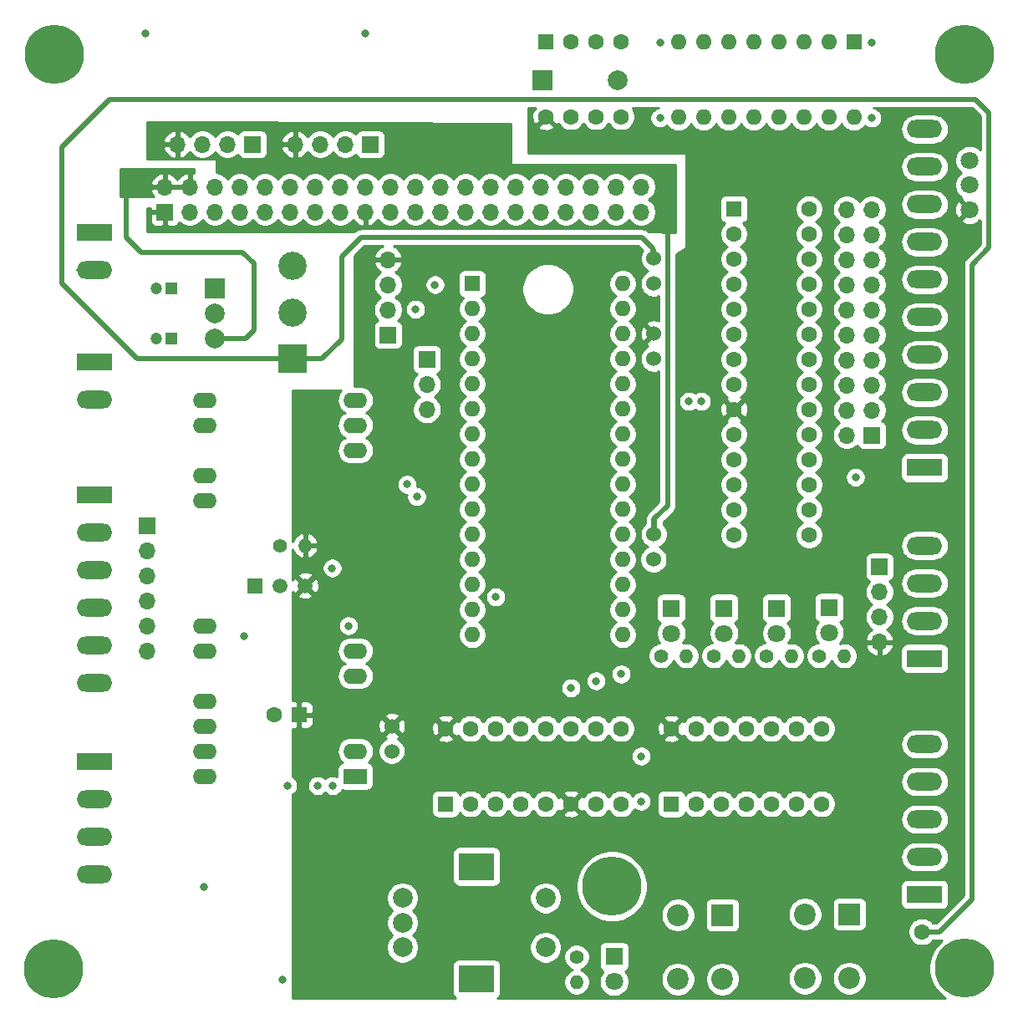
<source format=gbr>
%TF.GenerationSoftware,KiCad,Pcbnew,(5.1.6)-1*%
%TF.CreationDate,2020-11-08T21:19:26+11:00*%
%TF.ProjectId,mc13clk,6d633133-636c-46b2-9e6b-696361645f70,rev?*%
%TF.SameCoordinates,Original*%
%TF.FileFunction,Copper,L2,Inr*%
%TF.FilePolarity,Positive*%
%FSLAX46Y46*%
G04 Gerber Fmt 4.6, Leading zero omitted, Abs format (unit mm)*
G04 Created by KiCad (PCBNEW (5.1.6)-1) date 2020-11-08 21:19:26*
%MOMM*%
%LPD*%
G01*
G04 APERTURE LIST*
%TA.AperFunction,ViaPad*%
%ADD10R,1.700000X1.700000*%
%TD*%
%TA.AperFunction,ViaPad*%
%ADD11O,1.700000X1.700000*%
%TD*%
%TA.AperFunction,ViaPad*%
%ADD12C,1.800000*%
%TD*%
%TA.AperFunction,ViaPad*%
%ADD13C,1.600000*%
%TD*%
%TA.AperFunction,ViaPad*%
%ADD14R,1.600000X1.600000*%
%TD*%
%TA.AperFunction,ViaPad*%
%ADD15C,0.800000*%
%TD*%
%TA.AperFunction,ViaPad*%
%ADD16C,6.000000*%
%TD*%
%TA.AperFunction,ViaPad*%
%ADD17C,1.524000*%
%TD*%
%TA.AperFunction,ViaPad*%
%ADD18C,1.200000*%
%TD*%
%TA.AperFunction,ViaPad*%
%ADD19R,1.200000X1.200000*%
%TD*%
%TA.AperFunction,ViaPad*%
%ADD20C,2.850000*%
%TD*%
%TA.AperFunction,ViaPad*%
%ADD21R,2.850000X2.850000*%
%TD*%
%TA.AperFunction,ViaPad*%
%ADD22R,2.400000X1.600000*%
%TD*%
%TA.AperFunction,ViaPad*%
%ADD23O,2.400000X1.600000*%
%TD*%
%TA.AperFunction,ViaPad*%
%ADD24O,1.400000X1.400000*%
%TD*%
%TA.AperFunction,ViaPad*%
%ADD25C,1.400000*%
%TD*%
%TA.AperFunction,ViaPad*%
%ADD26O,1.600000X1.600000*%
%TD*%
%TA.AperFunction,ViaPad*%
%ADD27R,1.800000X1.800000*%
%TD*%
%TA.AperFunction,ViaPad*%
%ADD28R,3.600000X1.800000*%
%TD*%
%TA.AperFunction,ViaPad*%
%ADD29O,3.600000X1.800000*%
%TD*%
%TA.AperFunction,ViaPad*%
%ADD30C,1.520000*%
%TD*%
%TA.AperFunction,ViaPad*%
%ADD31R,1.520000X1.520000*%
%TD*%
%TA.AperFunction,ViaPad*%
%ADD32R,2.000000X2.000000*%
%TD*%
%TA.AperFunction,ViaPad*%
%ADD33C,2.000000*%
%TD*%
%TA.AperFunction,ViaPad*%
%ADD34C,2.200000*%
%TD*%
%TA.AperFunction,ViaPad*%
%ADD35R,2.200000X2.200000*%
%TD*%
%TA.AperFunction,ViaPad*%
%ADD36R,3.600000X2.800000*%
%TD*%
%TA.AperFunction,Conductor*%
%ADD37C,0.500000*%
%TD*%
%TA.AperFunction,Conductor*%
%ADD38C,0.254000*%
%TD*%
G04 APERTURE END LIST*
D10*
%TO.N,N/C*%
%TO.C,REF\u002A\u002A*%
X186690000Y-82042000D03*
D11*
X184150000Y-82042000D03*
X186690000Y-79502000D03*
%TO.N,VSS*%
X184150000Y-79502000D03*
%TO.N,N/C*%
X186690000Y-76962000D03*
X184150000Y-76962000D03*
X186690000Y-74422000D03*
X184150000Y-74422000D03*
X186690000Y-71882000D03*
X184150000Y-71882000D03*
X186690000Y-69342000D03*
X184150000Y-69342000D03*
X186690000Y-66802000D03*
X184150000Y-66802000D03*
X186690000Y-64262000D03*
X184150000Y-64262000D03*
X186690000Y-61722000D03*
X184150000Y-61722000D03*
X186690000Y-59182000D03*
X184150000Y-59182000D03*
%TD*%
D12*
%TO.N,VSS*%
%TO.C,REF\u002A\u002A*%
X196596000Y-54205500D03*
%TO.N,N/C*%
X196596000Y-56705500D03*
%TO.N,VCC_5v*%
X196596000Y-59205500D03*
%TD*%
D10*
%TO.N,N/C*%
%TO.C,uC RST CTL*%
X141605000Y-74358500D03*
D11*
X141605000Y-76898500D03*
X141605000Y-79438500D03*
%TD*%
D13*
%TO.N,VCC_5v*%
%TO.C,ATTINY85*%
X153670000Y-49784000D03*
%TO.N,SCL*%
X156210000Y-49784000D03*
%TO.N,N/C*%
X158750000Y-49784000D03*
%TO.N,SDA*%
X161290000Y-49784000D03*
%TO.N,VSS*%
X161290000Y-42164000D03*
%TO.N,N/C*%
X158750000Y-42164000D03*
X156210000Y-42164000D03*
D14*
X153670000Y-42164000D03*
%TD*%
D11*
%TO.N,VCC_5v*%
%TO.C,REF\u002A\u002A*%
X187452000Y-102997000D03*
%TO.N,SDA*%
X187452000Y-100457000D03*
%TO.N,SCL*%
X187452000Y-97917000D03*
D10*
%TO.N,VSS*%
X187452000Y-95377000D03*
%TD*%
%TO.N,VSS*%
%TO.C,REF\u002A\u002A*%
X123952000Y-52578000D03*
D11*
%TO.N,SCL*%
X121412000Y-52578000D03*
%TO.N,SDA*%
X118872000Y-52578000D03*
%TO.N,VCC_3.3v*%
X116332000Y-52578000D03*
%TD*%
D15*
%TO.N,VSS*%
%TO.C,REF\u002A\u002A*%
X161941190Y-126145610D03*
X160350200Y-125486600D03*
X158759210Y-126145610D03*
X158100200Y-127736600D03*
X158759210Y-129327590D03*
X160350200Y-129986600D03*
X161941190Y-129327590D03*
X162600200Y-127736600D03*
D16*
X160350200Y-127736600D03*
%TD*%
D17*
%TO.N,N/C*%
%TO.C,5V Tie*%
X164592000Y-74295000D03*
%TO.N,VCC_5v*%
X164612000Y-71755000D03*
%TD*%
%TO.N,VOUT*%
%TO.C,Vout Tie*%
X138049000Y-114046000D03*
%TO.N,VCC_5v*%
X138069000Y-111506000D03*
%TD*%
%TO.N,VIN*%
%TO.C,Vin Tie*%
X164617400Y-64135000D03*
X164597400Y-66675000D03*
%TD*%
D18*
%TO.N,GND*%
%TO.C,C1*%
X114197000Y-67183000D03*
D19*
%TO.N,VIN*%
X115697000Y-67183000D03*
%TD*%
D17*
%TO.N,VCC_3.3v*%
%TO.C,3V3 Tie*%
X164572000Y-94615000D03*
X164592000Y-92075000D03*
%TD*%
D11*
%TO.N,N/C*%
%TO.C,RPI2-40*%
X163322000Y-56896000D03*
%TO.N,VSS*%
X163322000Y-59436000D03*
%TO.N,N/C*%
X160782000Y-56896000D03*
X160782000Y-59436000D03*
X158242000Y-56896000D03*
X158242000Y-59436000D03*
%TO.N,VSS*%
X155702000Y-56896000D03*
%TO.N,N/C*%
X155702000Y-59436000D03*
X153162000Y-56896000D03*
X153162000Y-59436000D03*
%TO.N,VSS*%
X150622000Y-56896000D03*
%TO.N,N/C*%
X150622000Y-59436000D03*
%TO.N,SCL*%
X148082000Y-56896000D03*
%TO.N,SDA*%
X148082000Y-59436000D03*
%TO.N,N/C*%
X145542000Y-56896000D03*
%TO.N,VSS*%
X145542000Y-59436000D03*
%TO.N,N/C*%
X143002000Y-56896000D03*
X143002000Y-59436000D03*
X140462000Y-56896000D03*
X140462000Y-59436000D03*
%TO.N,VSS*%
X137922000Y-56896000D03*
%TO.N,N/C*%
X137922000Y-59436000D03*
X135382000Y-56896000D03*
%TO.N,VCC_3.3v*%
X135382000Y-59436000D03*
%TO.N,N/C*%
X132842000Y-56896000D03*
X132842000Y-59436000D03*
%TO.N,VSS*%
X130302000Y-56896000D03*
%TO.N,N/C*%
X130302000Y-59436000D03*
X127762000Y-56896000D03*
X127762000Y-59436000D03*
%TO.N,RXD*%
X125222000Y-56896000D03*
%TO.N,VSS*%
X125222000Y-59436000D03*
%TO.N,TXD*%
X122682000Y-56896000D03*
%TO.N,N/C*%
X122682000Y-59436000D03*
%TO.N,VSS*%
X120142000Y-56896000D03*
%TO.N,SCL*%
X120142000Y-59436000D03*
%TO.N,VCC_5v*%
X117602000Y-56896000D03*
%TO.N,SDA*%
X117602000Y-59436000D03*
%TO.N,VCC_5v*%
X115062000Y-56896000D03*
D10*
%TO.N,VCC_3.3v*%
X115062000Y-59436000D03*
%TD*%
D11*
%TO.N,VCC_3.3v*%
%TO.C,REF\u002A\u002A*%
X128270000Y-52578000D03*
%TO.N,TXD*%
X130810000Y-52578000D03*
%TO.N,RXD*%
X133350000Y-52578000D03*
D10*
%TO.N,VSS*%
X135890000Y-52578000D03*
%TD*%
D20*
%TO.N,N/C*%
%TO.C,OFF*%
X128016000Y-64895000D03*
%TO.N,VIN*%
X128016000Y-69595000D03*
D21*
X128016000Y-74295000D03*
%TD*%
D19*
%TO.N,VCC_5v*%
%TO.C,C2*%
X115722400Y-72263000D03*
D18*
%TO.N,GND*%
X114222400Y-72263000D03*
%TD*%
D13*
%TO.N,N/C*%
%TO.C,U3*%
X180340000Y-59120000D03*
X180340000Y-61660000D03*
X180340000Y-64200000D03*
X180340000Y-66740000D03*
X180340000Y-69280000D03*
X180340000Y-71820000D03*
X180340000Y-74360000D03*
X180340000Y-76900000D03*
X180340000Y-79440000D03*
X180340000Y-81980000D03*
X180340000Y-84520000D03*
X180340000Y-87060000D03*
X180340000Y-89600000D03*
X180340000Y-92140000D03*
X172720000Y-92140000D03*
%TO.N,SDA*%
X172720000Y-89600000D03*
%TO.N,SCL*%
X172720000Y-87060000D03*
%TO.N,N/C*%
X172720000Y-84520000D03*
%TO.N,VSS*%
X172720000Y-81980000D03*
%TO.N,VCC_5v*%
X172720000Y-79440000D03*
%TO.N,N/C*%
X172720000Y-76900000D03*
X172720000Y-74360000D03*
X172720000Y-71820000D03*
X172720000Y-69280000D03*
X172720000Y-66740000D03*
X172720000Y-64200000D03*
X172720000Y-61660000D03*
D14*
X172720000Y-59120000D03*
%TD*%
D10*
%TO.N,VSS*%
%TO.C,REF\u002A\u002A*%
X137668000Y-71882000D03*
D11*
%TO.N,N/C*%
X137668000Y-69342000D03*
X137668000Y-66802000D03*
%TO.N,VCC_5v*%
X137668000Y-64262000D03*
%TD*%
D22*
%TO.N,VSS*%
%TO.C,d*%
X134366000Y-116586000D03*
D23*
%TO.N,VIN*%
X119126000Y-78486000D03*
%TO.N,VOUT*%
X134366000Y-114046000D03*
%TO.N,GND*%
X119126000Y-81026000D03*
%TO.N,N/C*%
X119126000Y-86106000D03*
X134366000Y-106426000D03*
X119126000Y-88646000D03*
X134366000Y-103886000D03*
X119126000Y-101346000D03*
X119126000Y-103886000D03*
X119126000Y-108966000D03*
X134366000Y-83566000D03*
X119126000Y-111506000D03*
X134366000Y-81026000D03*
X119126000Y-114046000D03*
X134366000Y-78486000D03*
X119126000Y-116586000D03*
%TD*%
D14*
%TO.N,VCC_5v*%
%TO.C,C1*%
X128651000Y-110363000D03*
D13*
%TO.N,VSS*%
X126151000Y-110363000D03*
%TD*%
D24*
%TO.N,N/C*%
%TO.C,REF\u002A\u002A*%
X183896000Y-104394000D03*
D25*
X181356000Y-104394000D03*
%TD*%
%TO.N,N/C*%
%TO.C,REF\u002A\u002A*%
X176022000Y-104394000D03*
D24*
X178562000Y-104394000D03*
%TD*%
%TO.N,N/C*%
%TO.C,REF\u002A\u002A*%
X173228000Y-104394000D03*
D25*
X170688000Y-104394000D03*
%TD*%
%TO.N,N/C*%
%TO.C,REF\u002A\u002A*%
X165354000Y-104394000D03*
D24*
X167894000Y-104394000D03*
%TD*%
D10*
%TO.N,N/C*%
%TO.C,REF\u002A\u002A*%
X113284000Y-91186000D03*
D11*
X113284000Y-93726000D03*
X113284000Y-96266000D03*
X113284000Y-98806000D03*
X113284000Y-101346000D03*
X113284000Y-103886000D03*
%TD*%
D24*
%TO.N,N/C*%
%TO.C,REF\u002A\u002A*%
X156768800Y-137439400D03*
D25*
X156768800Y-134899400D03*
%TD*%
D14*
%TO.N,N/C*%
%TO.C,REF\u002A\u002A*%
X146215100Y-66700400D03*
D26*
%TO.N,VCC_3.3v*%
X161455100Y-99720400D03*
%TO.N,N/C*%
X146215100Y-69240400D03*
X161455100Y-97180400D03*
X146215100Y-71780400D03*
X161455100Y-94640400D03*
%TO.N,VSS*%
X146215100Y-74320400D03*
%TO.N,N/C*%
X161455100Y-92100400D03*
X146215100Y-76860400D03*
X161455100Y-89560400D03*
X146215100Y-79400400D03*
X161455100Y-87020400D03*
X146215100Y-81940400D03*
%TO.N,SDA*%
X161455100Y-84480400D03*
%TO.N,N/C*%
X146215100Y-84480400D03*
%TO.N,SCL*%
X161455100Y-81940400D03*
%TO.N,N/C*%
X146215100Y-87020400D03*
X161455100Y-79400400D03*
X146215100Y-89560400D03*
X161455100Y-76860400D03*
X146215100Y-92100400D03*
X161455100Y-74320400D03*
X146215100Y-94640400D03*
X161455100Y-71780400D03*
X146215100Y-97180400D03*
%TO.N,VSS*%
X161455100Y-69240400D03*
%TO.N,N/C*%
X146215100Y-99720400D03*
%TO.N,VIN*%
X161455100Y-66700400D03*
%TO.N,N/C*%
X146215100Y-102260400D03*
X161455100Y-102260400D03*
%TD*%
D12*
%TO.N,N/C*%
%TO.C,REF\u002A\u002A*%
X171704000Y-102108000D03*
D27*
%TO.N,VSS*%
X171704000Y-99568000D03*
%TD*%
D28*
%TO.N,N/C*%
%TO.C,CON2*%
X107950000Y-88060000D03*
D29*
X107950000Y-91870000D03*
X107950000Y-95680000D03*
X107950000Y-99490000D03*
X107950000Y-103300000D03*
X107950000Y-107110000D03*
%TD*%
D30*
%TO.N,N/C*%
%TO.C,REF\u002A\u002A*%
X126746000Y-97282000D03*
%TO.N,VCC_5v*%
X129286000Y-97282000D03*
D31*
%TO.N,VSS*%
X124206000Y-97282000D03*
%TD*%
D24*
%TO.N,VCC_5v*%
%TO.C,R2*%
X129286000Y-93218000D03*
D25*
%TO.N,N/C*%
X126746000Y-93218000D03*
%TD*%
D32*
%TO.N,VIN*%
%TO.C,5v REG*%
X120142000Y-67183000D03*
D33*
%TO.N,GND*%
X120142000Y-69723000D03*
%TO.N,VCC_5v*%
X120142000Y-72263000D03*
%TD*%
D12*
%TO.N,N/C*%
%TO.C,REF\u002A\u002A*%
X160578800Y-137388600D03*
D27*
%TO.N,VSS*%
X160578800Y-134848600D03*
%TD*%
%TO.N,VSS*%
%TO.C,REF\u002A\u002A*%
X166370000Y-99568000D03*
D12*
%TO.N,N/C*%
X166370000Y-102108000D03*
%TD*%
%TO.N,N/C*%
%TO.C,REF\u002A\u002A*%
X177038000Y-102106000D03*
D27*
%TO.N,VSS*%
X177038000Y-99566000D03*
%TD*%
%TO.N,VSS*%
%TO.C,REF\u002A\u002A*%
X182372000Y-99486000D03*
D12*
%TO.N,N/C*%
X182372000Y-102026000D03*
%TD*%
D29*
%TO.N,VSS*%
%TO.C,CON6*%
X192024000Y-93218000D03*
%TO.N,SCL*%
X192024000Y-97028000D03*
%TO.N,SDA*%
X192024000Y-100838000D03*
D28*
%TO.N,N/C*%
X192024000Y-104648000D03*
%TD*%
D29*
%TO.N,GND*%
%TO.C,CON3*%
X107950000Y-78430000D03*
D28*
%TO.N,VIN*%
X107950000Y-74620000D03*
%TD*%
%TO.N,VIN*%
%TO.C,CON5*%
X192024000Y-128570000D03*
D29*
%TO.N,GND*%
X192024000Y-124760000D03*
%TO.N,N/C*%
X192024000Y-120950000D03*
X192024000Y-117140000D03*
X192024000Y-113330000D03*
%TD*%
D28*
%TO.N,N/C*%
%TO.C,CON7*%
X192024000Y-85340000D03*
D29*
X192024000Y-81530000D03*
X192024000Y-77720000D03*
X192024000Y-73910000D03*
X192024000Y-70100000D03*
X192024000Y-66290000D03*
X192024000Y-62480000D03*
X192024000Y-58670000D03*
X192024000Y-54860000D03*
X192024000Y-51050000D03*
%TD*%
D28*
%TO.N,N/C*%
%TO.C,CON1*%
X107950000Y-115062000D03*
D29*
X107950000Y-118872000D03*
X107950000Y-122682000D03*
X107950000Y-126492000D03*
%TD*%
D28*
%TO.N,VIN*%
%TO.C,CON4*%
X107950000Y-61510000D03*
D29*
%TO.N,GND*%
X107950000Y-65320000D03*
%TD*%
D15*
%TO.N,VSS*%
%TO.C,REF\u002A\u002A*%
X105416980Y-134486020D03*
X103825990Y-133827010D03*
X102235000Y-134486020D03*
X101575990Y-136077010D03*
X102235000Y-137668000D03*
X103825990Y-138327010D03*
X105416980Y-137668000D03*
X106075990Y-136077010D03*
D16*
X103825990Y-136077010D03*
%TD*%
%TO.N,VSS*%
%TO.C,REF\u002A\u002A*%
X196088000Y-136017000D03*
D15*
X198338000Y-136017000D03*
X197678990Y-137607990D03*
X196088000Y-138267000D03*
X194497010Y-137607990D03*
X193838000Y-136017000D03*
X194497010Y-134426010D03*
X196088000Y-133767000D03*
X197678990Y-134426010D03*
%TD*%
%TO.N,VSS*%
%TO.C,REF\u002A\u002A*%
X197678990Y-41843010D03*
X196088000Y-41184000D03*
X194497010Y-41843010D03*
X193838000Y-43434000D03*
X194497010Y-45024990D03*
X196088000Y-45684000D03*
X197678990Y-45024990D03*
X198338000Y-43434000D03*
D16*
X196088000Y-43434000D03*
%TD*%
%TO.N,VSS*%
%TO.C,REF\u002A\u002A*%
X103886000Y-43434000D03*
D15*
X106136000Y-43434000D03*
X105476990Y-45024990D03*
X103886000Y-45684000D03*
X102295010Y-45024990D03*
X101636000Y-43434000D03*
X102295010Y-41843010D03*
X103886000Y-41184000D03*
X105476990Y-41843010D03*
%TD*%
D14*
%TO.N,VSS*%
%TO.C,REF\u002A\u002A*%
X184860000Y-42240000D03*
D26*
%TO.N,N/C*%
X167080000Y-49860000D03*
%TO.N,VSS*%
X182320000Y-42240000D03*
%TO.N,N/C*%
X169620000Y-49860000D03*
%TO.N,VSS*%
X179780000Y-42240000D03*
%TO.N,N/C*%
X172160000Y-49860000D03*
%TO.N,VSS*%
X177240000Y-42240000D03*
%TO.N,N/C*%
X174700000Y-49860000D03*
%TO.N,VSS*%
X174700000Y-42240000D03*
%TO.N,N/C*%
X177240000Y-49860000D03*
%TO.N,VSS*%
X172160000Y-42240000D03*
%TO.N,N/C*%
X179780000Y-49860000D03*
%TO.N,VSS*%
X169620000Y-42240000D03*
%TO.N,N/C*%
X182320000Y-49860000D03*
%TO.N,VSS*%
X167080000Y-42240000D03*
%TO.N,N/C*%
X184860000Y-49860000D03*
%TD*%
D32*
%TO.N,N/C*%
%TO.C,BUZZ1*%
X153309000Y-46101000D03*
D33*
%TO.N,VSS*%
X160909000Y-46101000D03*
%TD*%
D34*
%TO.N,N/C*%
%TO.C,REF\u002A\u002A*%
X179904000Y-130556000D03*
X179904000Y-137056000D03*
X184404000Y-137056000D03*
D35*
%TO.N,VSS*%
X184404000Y-130556000D03*
%TD*%
D34*
%TO.N,N/C*%
%TO.C,REF\u002A\u002A*%
X167050000Y-130650000D03*
X167050000Y-137150000D03*
X171550000Y-137150000D03*
D35*
%TO.N,VSS*%
X171550000Y-130650000D03*
%TD*%
D33*
%TO.N,N/C*%
%TO.C,REF\u002A\u002A*%
X139140000Y-133930000D03*
%TO.N,VSS*%
X139140000Y-131430000D03*
%TO.N,N/C*%
X139140000Y-128930000D03*
%TO.N,VSS*%
X153640000Y-133930000D03*
%TO.N,N/C*%
X153640000Y-128930000D03*
D36*
%TO.N,VSS*%
X146640000Y-137130000D03*
X146640000Y-125730000D03*
%TD*%
D13*
%TO.N,N/C*%
%TO.C,U2*%
X161290000Y-111760000D03*
%TO.N,VSS*%
X161290000Y-119380000D03*
%TO.N,VCC_5v*%
X143510000Y-111760000D03*
%TO.N,N/C*%
X146050000Y-111760000D03*
X148590000Y-111760000D03*
X151130000Y-111760000D03*
X153670000Y-111760000D03*
X156210000Y-111760000D03*
X158750000Y-111760000D03*
X158750000Y-119380000D03*
%TO.N,VCC_5v*%
X156210000Y-119380000D03*
%TO.N,VSS*%
X153670000Y-119380000D03*
X151130000Y-119380000D03*
%TO.N,N/C*%
X148590000Y-119380000D03*
X146050000Y-119380000D03*
D14*
X143510000Y-119380000D03*
%TD*%
D13*
%TO.N,VCC_5v*%
%TO.C,U1*%
X166370000Y-111760000D03*
%TO.N,N/C*%
X168910000Y-111760000D03*
X171450000Y-111760000D03*
X173990000Y-111760000D03*
X176530000Y-111760000D03*
X179070000Y-111760000D03*
X181610000Y-111760000D03*
%TO.N,VSS*%
X181610000Y-119380000D03*
%TO.N,N/C*%
X179070000Y-119380000D03*
X176530000Y-119380000D03*
X173990000Y-119380000D03*
X171450000Y-119380000D03*
X168910000Y-119380000D03*
D14*
X166370000Y-119380000D03*
%TD*%
D15*
%TO.N,*%
X163322000Y-114554000D03*
X163322000Y-119126000D03*
X148590000Y-98425000D03*
X139598400Y-87020400D03*
X140589000Y-88265000D03*
X140462000Y-69278500D03*
X142430500Y-66802000D03*
X161290000Y-106235500D03*
X158750000Y-106934000D03*
X156210000Y-107632500D03*
X132016500Y-95504000D03*
X119062500Y-127825500D03*
X130556000Y-117538500D03*
X132080000Y-117538500D03*
X133667500Y-101346000D03*
X123126500Y-102431001D03*
X127508000Y-117538500D03*
%TO.N,VCC_5v*%
X175006000Y-84582000D03*
X134620000Y-127000000D03*
X169164000Y-129794000D03*
X146812000Y-131572000D03*
X182118000Y-129794000D03*
X188277500Y-108966000D03*
X188214000Y-90424000D03*
X111125000Y-57023000D03*
X183324500Y-86296500D03*
%TO.N,SCL*%
X168148000Y-78613000D03*
%TO.N,SDA*%
X169418000Y-78613000D03*
D13*
%TO.N,VIN*%
X191770000Y-132334000D03*
D15*
%TO.N,VSS*%
X127000000Y-137160000D03*
X135407400Y-41376600D03*
X113080800Y-41376600D03*
X186690000Y-49911000D03*
X186690000Y-42291000D03*
X165227000Y-42291000D03*
X165227000Y-49911000D03*
X185039000Y-86296500D03*
%TD*%
D37*
%TO.N,VCC_3.3v*%
X164693600Y-90474800D02*
X165989000Y-89179400D01*
X164693600Y-92100400D02*
X164693600Y-90474800D01*
X165989000Y-89179400D02*
X165989000Y-57638998D01*
X164612000Y-90556400D02*
X165989000Y-89179400D01*
X164612000Y-92100400D02*
X164612000Y-90556400D01*
X165989000Y-57638998D02*
X165989000Y-57638998D01*
%TO.N,GND*%
X107950000Y-65320000D02*
X106341000Y-65320000D01*
X107950000Y-78430000D02*
X106624000Y-78430000D01*
%TO.N,VCC_5v*%
X124079000Y-71450200D02*
X123266200Y-72263000D01*
X111125000Y-57023000D02*
X111125000Y-61976000D01*
X112649000Y-63500000D02*
X122936000Y-63500000D01*
X123266200Y-72263000D02*
X120142000Y-72263000D01*
X111125000Y-61976000D02*
X112649000Y-63500000D01*
X124079000Y-64643000D02*
X124079000Y-71450200D01*
X122936000Y-63500000D02*
X124079000Y-64643000D01*
%TO.N,VIN*%
X191724000Y-128524000D02*
X191770000Y-128570000D01*
X134924800Y-62001400D02*
X163372800Y-62001400D01*
X164485000Y-63113600D02*
X164485000Y-64135000D01*
X164617400Y-63246000D02*
X164249100Y-62877700D01*
X164617400Y-64135000D02*
X164617400Y-63246000D01*
X163372800Y-62001400D02*
X164249100Y-62877700D01*
X164249100Y-62877700D02*
X164485000Y-63113600D01*
X128016000Y-74295000D02*
X130987800Y-74295000D01*
X130987800Y-74295000D02*
X132969000Y-72313800D01*
X132969000Y-63957200D02*
X134924800Y-62001400D01*
X132969000Y-72313800D02*
X132969000Y-63957200D01*
X196850000Y-129032000D02*
X193548000Y-132334000D01*
X193548000Y-132334000D02*
X191770000Y-132334000D01*
X196850000Y-64770000D02*
X196850000Y-129032000D01*
X198564500Y-63055500D02*
X196850000Y-64770000D01*
X198564500Y-49403000D02*
X198564500Y-63055500D01*
X112268000Y-74295000D02*
X104648000Y-66675000D01*
X197167500Y-48006000D02*
X198564500Y-49403000D01*
X104648000Y-66675000D02*
X104648000Y-52832000D01*
X104648000Y-52832000D02*
X109474000Y-48006000D01*
X128016000Y-74295000D02*
X112268000Y-74295000D01*
X109474000Y-48006000D02*
X197167500Y-48006000D01*
%TD*%
D38*
%TO.N,VCC_5v*%
G36*
X117983000Y-55054395D02*
G01*
X117983000Y-55461837D01*
X117958890Y-55454524D01*
X117729000Y-55575845D01*
X117729000Y-56769000D01*
X117749000Y-56769000D01*
X117749000Y-57023000D01*
X117729000Y-57023000D01*
X117729000Y-57043000D01*
X117475000Y-57043000D01*
X117475000Y-57023000D01*
X115189000Y-57023000D01*
X115189000Y-57043000D01*
X114935000Y-57043000D01*
X114935000Y-57023000D01*
X113741186Y-57023000D01*
X113620519Y-57252891D01*
X113717843Y-57527252D01*
X113866822Y-57777355D01*
X113927836Y-57845044D01*
X110553500Y-57842255D01*
X110553500Y-56539109D01*
X113620519Y-56539109D01*
X113741186Y-56769000D01*
X114935000Y-56769000D01*
X114935000Y-55575845D01*
X115189000Y-55575845D01*
X115189000Y-56769000D01*
X117475000Y-56769000D01*
X117475000Y-55575845D01*
X117245110Y-55454524D01*
X117097901Y-55499175D01*
X116835080Y-55624359D01*
X116601731Y-55798412D01*
X116406822Y-56014645D01*
X116332000Y-56140255D01*
X116257178Y-56014645D01*
X116062269Y-55798412D01*
X115828920Y-55624359D01*
X115566099Y-55499175D01*
X115418890Y-55454524D01*
X115189000Y-55575845D01*
X114935000Y-55575845D01*
X114705110Y-55454524D01*
X114557901Y-55499175D01*
X114295080Y-55624359D01*
X114061731Y-55798412D01*
X113866822Y-56014645D01*
X113717843Y-56264748D01*
X113620519Y-56539109D01*
X110553500Y-56539109D01*
X110553500Y-55048255D01*
X117983000Y-55054395D01*
G37*
X117983000Y-55054395D02*
X117983000Y-55461837D01*
X117958890Y-55454524D01*
X117729000Y-55575845D01*
X117729000Y-56769000D01*
X117749000Y-56769000D01*
X117749000Y-57023000D01*
X117729000Y-57023000D01*
X117729000Y-57043000D01*
X117475000Y-57043000D01*
X117475000Y-57023000D01*
X115189000Y-57023000D01*
X115189000Y-57043000D01*
X114935000Y-57043000D01*
X114935000Y-57023000D01*
X113741186Y-57023000D01*
X113620519Y-57252891D01*
X113717843Y-57527252D01*
X113866822Y-57777355D01*
X113927836Y-57845044D01*
X110553500Y-57842255D01*
X110553500Y-56539109D01*
X113620519Y-56539109D01*
X113741186Y-56769000D01*
X114935000Y-56769000D01*
X114935000Y-55575845D01*
X115189000Y-55575845D01*
X115189000Y-56769000D01*
X117475000Y-56769000D01*
X117475000Y-55575845D01*
X117245110Y-55454524D01*
X117097901Y-55499175D01*
X116835080Y-55624359D01*
X116601731Y-55798412D01*
X116406822Y-56014645D01*
X116332000Y-56140255D01*
X116257178Y-56014645D01*
X116062269Y-55798412D01*
X115828920Y-55624359D01*
X115566099Y-55499175D01*
X115418890Y-55454524D01*
X115189000Y-55575845D01*
X114935000Y-55575845D01*
X114705110Y-55454524D01*
X114557901Y-55499175D01*
X114295080Y-55624359D01*
X114061731Y-55798412D01*
X113866822Y-56014645D01*
X113717843Y-56264748D01*
X113620519Y-56539109D01*
X110553500Y-56539109D01*
X110553500Y-55048255D01*
X117983000Y-55054395D01*
G36*
X152677296Y-48970903D02*
G01*
X152433329Y-49042486D01*
X152312429Y-49297996D01*
X152243700Y-49572184D01*
X152229783Y-49854512D01*
X152271213Y-50134130D01*
X152366397Y-50400292D01*
X152433329Y-50525514D01*
X152677298Y-50597097D01*
X153490395Y-49784000D01*
X153476253Y-49769858D01*
X153655858Y-49590253D01*
X153670000Y-49604395D01*
X153684143Y-49590253D01*
X153863748Y-49769858D01*
X153849605Y-49784000D01*
X154662702Y-50597097D01*
X154906671Y-50525514D01*
X154937194Y-50461008D01*
X154938320Y-50463727D01*
X155095363Y-50698759D01*
X155295241Y-50898637D01*
X155530273Y-51055680D01*
X155791426Y-51163853D01*
X156068665Y-51219000D01*
X156351335Y-51219000D01*
X156628574Y-51163853D01*
X156889727Y-51055680D01*
X157124759Y-50898637D01*
X157324637Y-50698759D01*
X157480000Y-50466241D01*
X157635363Y-50698759D01*
X157835241Y-50898637D01*
X158070273Y-51055680D01*
X158331426Y-51163853D01*
X158608665Y-51219000D01*
X158891335Y-51219000D01*
X159168574Y-51163853D01*
X159429727Y-51055680D01*
X159664759Y-50898637D01*
X159864637Y-50698759D01*
X160020000Y-50466241D01*
X160175363Y-50698759D01*
X160375241Y-50898637D01*
X160610273Y-51055680D01*
X160871426Y-51163853D01*
X161148665Y-51219000D01*
X161431335Y-51219000D01*
X161708574Y-51163853D01*
X161969727Y-51055680D01*
X162204759Y-50898637D01*
X162404637Y-50698759D01*
X162561680Y-50463727D01*
X162669853Y-50202574D01*
X162725000Y-49925335D01*
X162725000Y-49642665D01*
X162669853Y-49365426D01*
X162561680Y-49104273D01*
X162419176Y-48891000D01*
X165049650Y-48891000D01*
X164925102Y-48915774D01*
X164736744Y-48993795D01*
X164567226Y-49107063D01*
X164423063Y-49251226D01*
X164309795Y-49420744D01*
X164231774Y-49609102D01*
X164192000Y-49809061D01*
X164192000Y-50012939D01*
X164231774Y-50212898D01*
X164309795Y-50401256D01*
X164423063Y-50570774D01*
X164567226Y-50714937D01*
X164736744Y-50828205D01*
X164925102Y-50906226D01*
X165125061Y-50946000D01*
X165328939Y-50946000D01*
X165528898Y-50906226D01*
X165717256Y-50828205D01*
X165886774Y-50714937D01*
X165909923Y-50691788D01*
X165965363Y-50774759D01*
X166165241Y-50974637D01*
X166400273Y-51131680D01*
X166661426Y-51239853D01*
X166938665Y-51295000D01*
X167221335Y-51295000D01*
X167498574Y-51239853D01*
X167759727Y-51131680D01*
X167994759Y-50974637D01*
X168194637Y-50774759D01*
X168350000Y-50542241D01*
X168505363Y-50774759D01*
X168705241Y-50974637D01*
X168940273Y-51131680D01*
X169201426Y-51239853D01*
X169478665Y-51295000D01*
X169761335Y-51295000D01*
X170038574Y-51239853D01*
X170299727Y-51131680D01*
X170534759Y-50974637D01*
X170734637Y-50774759D01*
X170890000Y-50542241D01*
X171045363Y-50774759D01*
X171245241Y-50974637D01*
X171480273Y-51131680D01*
X171741426Y-51239853D01*
X172018665Y-51295000D01*
X172301335Y-51295000D01*
X172578574Y-51239853D01*
X172839727Y-51131680D01*
X173074759Y-50974637D01*
X173274637Y-50774759D01*
X173430000Y-50542241D01*
X173585363Y-50774759D01*
X173785241Y-50974637D01*
X174020273Y-51131680D01*
X174281426Y-51239853D01*
X174558665Y-51295000D01*
X174841335Y-51295000D01*
X175118574Y-51239853D01*
X175379727Y-51131680D01*
X175614759Y-50974637D01*
X175814637Y-50774759D01*
X175970000Y-50542241D01*
X176125363Y-50774759D01*
X176325241Y-50974637D01*
X176560273Y-51131680D01*
X176821426Y-51239853D01*
X177098665Y-51295000D01*
X177381335Y-51295000D01*
X177658574Y-51239853D01*
X177919727Y-51131680D01*
X178154759Y-50974637D01*
X178354637Y-50774759D01*
X178510000Y-50542241D01*
X178665363Y-50774759D01*
X178865241Y-50974637D01*
X179100273Y-51131680D01*
X179361426Y-51239853D01*
X179638665Y-51295000D01*
X179921335Y-51295000D01*
X180198574Y-51239853D01*
X180459727Y-51131680D01*
X180694759Y-50974637D01*
X180894637Y-50774759D01*
X181050000Y-50542241D01*
X181205363Y-50774759D01*
X181405241Y-50974637D01*
X181640273Y-51131680D01*
X181901426Y-51239853D01*
X182178665Y-51295000D01*
X182461335Y-51295000D01*
X182738574Y-51239853D01*
X182999727Y-51131680D01*
X183234759Y-50974637D01*
X183434637Y-50774759D01*
X183590000Y-50542241D01*
X183745363Y-50774759D01*
X183945241Y-50974637D01*
X184180273Y-51131680D01*
X184441426Y-51239853D01*
X184718665Y-51295000D01*
X185001335Y-51295000D01*
X185278574Y-51239853D01*
X185539727Y-51131680D01*
X185661970Y-51050000D01*
X189581573Y-51050000D01*
X189611210Y-51350913D01*
X189698983Y-51640261D01*
X189841519Y-51906927D01*
X190033339Y-52140661D01*
X190267073Y-52332481D01*
X190533739Y-52475017D01*
X190823087Y-52562790D01*
X191048592Y-52585000D01*
X192999408Y-52585000D01*
X193224913Y-52562790D01*
X193514261Y-52475017D01*
X193780927Y-52332481D01*
X194014661Y-52140661D01*
X194206481Y-51906927D01*
X194349017Y-51640261D01*
X194436790Y-51350913D01*
X194466427Y-51050000D01*
X194436790Y-50749087D01*
X194349017Y-50459739D01*
X194206481Y-50193073D01*
X194014661Y-49959339D01*
X193780927Y-49767519D01*
X193514261Y-49624983D01*
X193224913Y-49537210D01*
X192999408Y-49515000D01*
X191048592Y-49515000D01*
X190823087Y-49537210D01*
X190533739Y-49624983D01*
X190267073Y-49767519D01*
X190033339Y-49959339D01*
X189841519Y-50193073D01*
X189698983Y-50459739D01*
X189611210Y-50749087D01*
X189581573Y-51050000D01*
X185661970Y-51050000D01*
X185774759Y-50974637D01*
X185974637Y-50774759D01*
X186020864Y-50705575D01*
X186030226Y-50714937D01*
X186199744Y-50828205D01*
X186388102Y-50906226D01*
X186588061Y-50946000D01*
X186791939Y-50946000D01*
X186991898Y-50906226D01*
X187180256Y-50828205D01*
X187349774Y-50714937D01*
X187493937Y-50570774D01*
X187607205Y-50401256D01*
X187685226Y-50212898D01*
X187725000Y-50012939D01*
X187725000Y-49809061D01*
X187685226Y-49609102D01*
X187607205Y-49420744D01*
X187493937Y-49251226D01*
X187349774Y-49107063D01*
X187180256Y-48993795D01*
X186991898Y-48915774D01*
X186867350Y-48891000D01*
X196800922Y-48891000D01*
X197679500Y-49769579D01*
X197679500Y-53118183D01*
X197574505Y-53013188D01*
X197323095Y-52845201D01*
X197043743Y-52729489D01*
X196747184Y-52670500D01*
X196444816Y-52670500D01*
X196148257Y-52729489D01*
X195868905Y-52845201D01*
X195617495Y-53013188D01*
X195403688Y-53226995D01*
X195235701Y-53478405D01*
X195119989Y-53757757D01*
X195061000Y-54054316D01*
X195061000Y-54356684D01*
X195119989Y-54653243D01*
X195235701Y-54932595D01*
X195403688Y-55184005D01*
X195617495Y-55397812D01*
X195703831Y-55455500D01*
X195617495Y-55513188D01*
X195403688Y-55726995D01*
X195235701Y-55978405D01*
X195119989Y-56257757D01*
X195061000Y-56554316D01*
X195061000Y-56856684D01*
X195119989Y-57153243D01*
X195235701Y-57432595D01*
X195403688Y-57684005D01*
X195617495Y-57897812D01*
X195760310Y-57993238D01*
X195711525Y-58141420D01*
X196596000Y-59025895D01*
X196610143Y-59011753D01*
X196789748Y-59191358D01*
X196775605Y-59205500D01*
X196789748Y-59219643D01*
X196610143Y-59399248D01*
X196596000Y-59385105D01*
X195711525Y-60269580D01*
X195795208Y-60523761D01*
X196067775Y-60654658D01*
X196360642Y-60729865D01*
X196662553Y-60746491D01*
X196961907Y-60703897D01*
X197247199Y-60603722D01*
X197396792Y-60523761D01*
X197480474Y-60269582D01*
X197596422Y-60385530D01*
X197679501Y-60302451D01*
X197679501Y-62688920D01*
X196254956Y-64113466D01*
X196221183Y-64141183D01*
X196110589Y-64275942D01*
X196028411Y-64429688D01*
X195977805Y-64596511D01*
X195965000Y-64726524D01*
X195965000Y-64726531D01*
X195960719Y-64770000D01*
X195965000Y-64813469D01*
X195965001Y-128665420D01*
X193181422Y-131449000D01*
X192904521Y-131449000D01*
X192884637Y-131419241D01*
X192684759Y-131219363D01*
X192449727Y-131062320D01*
X192188574Y-130954147D01*
X191911335Y-130899000D01*
X191628665Y-130899000D01*
X191351426Y-130954147D01*
X191090273Y-131062320D01*
X190855241Y-131219363D01*
X190655363Y-131419241D01*
X190498320Y-131654273D01*
X190390147Y-131915426D01*
X190335000Y-132192665D01*
X190335000Y-132475335D01*
X190390147Y-132752574D01*
X190498320Y-133013727D01*
X190655363Y-133248759D01*
X190855241Y-133448637D01*
X191090273Y-133605680D01*
X191351426Y-133713853D01*
X191628665Y-133769000D01*
X191911335Y-133769000D01*
X192188574Y-133713853D01*
X192449727Y-133605680D01*
X192684759Y-133448637D01*
X192884637Y-133248759D01*
X192904521Y-133219000D01*
X193504531Y-133219000D01*
X193548000Y-133223281D01*
X193591469Y-133219000D01*
X193591477Y-133219000D01*
X193721490Y-133206195D01*
X193777076Y-133189333D01*
X193770823Y-133193511D01*
X193264511Y-133699823D01*
X192866705Y-134295182D01*
X192592691Y-134956710D01*
X192453000Y-135658984D01*
X192453000Y-136375016D01*
X192592691Y-137077290D01*
X192866705Y-137738818D01*
X193264511Y-138334177D01*
X193770823Y-138840489D01*
X194144243Y-139090000D01*
X148739373Y-139090000D01*
X148794494Y-139060537D01*
X148891185Y-138981185D01*
X148970537Y-138884494D01*
X149029502Y-138774180D01*
X149065812Y-138654482D01*
X149078072Y-138530000D01*
X149078072Y-135730000D01*
X149065812Y-135605518D01*
X149029502Y-135485820D01*
X148970537Y-135375506D01*
X148891185Y-135278815D01*
X148794494Y-135199463D01*
X148684180Y-135140498D01*
X148564482Y-135104188D01*
X148440000Y-135091928D01*
X144840000Y-135091928D01*
X144715518Y-135104188D01*
X144595820Y-135140498D01*
X144485506Y-135199463D01*
X144388815Y-135278815D01*
X144309463Y-135375506D01*
X144250498Y-135485820D01*
X144214188Y-135605518D01*
X144201928Y-135730000D01*
X144201928Y-138530000D01*
X144214188Y-138654482D01*
X144250498Y-138774180D01*
X144309463Y-138884494D01*
X144388815Y-138981185D01*
X144485506Y-139060537D01*
X144540627Y-139090000D01*
X128016000Y-139090000D01*
X128016000Y-137357459D01*
X128035000Y-137261939D01*
X128035000Y-137058061D01*
X128016000Y-136962541D01*
X128016000Y-128768967D01*
X137505000Y-128768967D01*
X137505000Y-129091033D01*
X137567832Y-129406912D01*
X137691082Y-129704463D01*
X137870013Y-129972252D01*
X138077761Y-130180000D01*
X137870013Y-130387748D01*
X137691082Y-130655537D01*
X137567832Y-130953088D01*
X137505000Y-131268967D01*
X137505000Y-131591033D01*
X137567832Y-131906912D01*
X137691082Y-132204463D01*
X137870013Y-132472252D01*
X138077761Y-132680000D01*
X137870013Y-132887748D01*
X137691082Y-133155537D01*
X137567832Y-133453088D01*
X137505000Y-133768967D01*
X137505000Y-134091033D01*
X137567832Y-134406912D01*
X137691082Y-134704463D01*
X137870013Y-134972252D01*
X138097748Y-135199987D01*
X138365537Y-135378918D01*
X138663088Y-135502168D01*
X138978967Y-135565000D01*
X139301033Y-135565000D01*
X139616912Y-135502168D01*
X139914463Y-135378918D01*
X140182252Y-135199987D01*
X140409987Y-134972252D01*
X140588918Y-134704463D01*
X140712168Y-134406912D01*
X140775000Y-134091033D01*
X140775000Y-133768967D01*
X152005000Y-133768967D01*
X152005000Y-134091033D01*
X152067832Y-134406912D01*
X152191082Y-134704463D01*
X152370013Y-134972252D01*
X152597748Y-135199987D01*
X152865537Y-135378918D01*
X153163088Y-135502168D01*
X153478967Y-135565000D01*
X153801033Y-135565000D01*
X154116912Y-135502168D01*
X154414463Y-135378918D01*
X154682252Y-135199987D01*
X154909987Y-134972252D01*
X155046521Y-134767914D01*
X155433800Y-134767914D01*
X155433800Y-135030886D01*
X155485104Y-135288805D01*
X155585739Y-135531759D01*
X155731838Y-135750413D01*
X155917787Y-135936362D01*
X156136441Y-136082461D01*
X156346330Y-136169400D01*
X156136441Y-136256339D01*
X155917787Y-136402438D01*
X155731838Y-136588387D01*
X155585739Y-136807041D01*
X155485104Y-137049995D01*
X155433800Y-137307914D01*
X155433800Y-137570886D01*
X155485104Y-137828805D01*
X155585739Y-138071759D01*
X155731838Y-138290413D01*
X155917787Y-138476362D01*
X156136441Y-138622461D01*
X156379395Y-138723096D01*
X156637314Y-138774400D01*
X156900286Y-138774400D01*
X157158205Y-138723096D01*
X157401159Y-138622461D01*
X157619813Y-138476362D01*
X157805762Y-138290413D01*
X157951861Y-138071759D01*
X158052496Y-137828805D01*
X158103800Y-137570886D01*
X158103800Y-137307914D01*
X158052496Y-137049995D01*
X157951861Y-136807041D01*
X157805762Y-136588387D01*
X157619813Y-136402438D01*
X157401159Y-136256339D01*
X157191270Y-136169400D01*
X157401159Y-136082461D01*
X157619813Y-135936362D01*
X157805762Y-135750413D01*
X157951861Y-135531759D01*
X158052496Y-135288805D01*
X158103800Y-135030886D01*
X158103800Y-134767914D01*
X158052496Y-134509995D01*
X157951861Y-134267041D01*
X157805762Y-134048387D01*
X157705975Y-133948600D01*
X159040728Y-133948600D01*
X159040728Y-135748600D01*
X159052988Y-135873082D01*
X159089298Y-135992780D01*
X159148263Y-136103094D01*
X159227615Y-136199785D01*
X159324306Y-136279137D01*
X159434620Y-136338102D01*
X159452927Y-136343656D01*
X159386488Y-136410095D01*
X159218501Y-136661505D01*
X159102789Y-136940857D01*
X159043800Y-137237416D01*
X159043800Y-137539784D01*
X159102789Y-137836343D01*
X159218501Y-138115695D01*
X159386488Y-138367105D01*
X159600295Y-138580912D01*
X159851705Y-138748899D01*
X160131057Y-138864611D01*
X160427616Y-138923600D01*
X160729984Y-138923600D01*
X161026543Y-138864611D01*
X161305895Y-138748899D01*
X161557305Y-138580912D01*
X161771112Y-138367105D01*
X161939099Y-138115695D01*
X162054811Y-137836343D01*
X162113800Y-137539784D01*
X162113800Y-137237416D01*
X162062422Y-136979117D01*
X165315000Y-136979117D01*
X165315000Y-137320883D01*
X165381675Y-137656081D01*
X165512463Y-137971831D01*
X165702337Y-138255998D01*
X165944002Y-138497663D01*
X166228169Y-138687537D01*
X166543919Y-138818325D01*
X166879117Y-138885000D01*
X167220883Y-138885000D01*
X167556081Y-138818325D01*
X167871831Y-138687537D01*
X168155998Y-138497663D01*
X168397663Y-138255998D01*
X168587537Y-137971831D01*
X168718325Y-137656081D01*
X168785000Y-137320883D01*
X168785000Y-136979117D01*
X169815000Y-136979117D01*
X169815000Y-137320883D01*
X169881675Y-137656081D01*
X170012463Y-137971831D01*
X170202337Y-138255998D01*
X170444002Y-138497663D01*
X170728169Y-138687537D01*
X171043919Y-138818325D01*
X171379117Y-138885000D01*
X171720883Y-138885000D01*
X172056081Y-138818325D01*
X172371831Y-138687537D01*
X172655998Y-138497663D01*
X172897663Y-138255998D01*
X173087537Y-137971831D01*
X173218325Y-137656081D01*
X173285000Y-137320883D01*
X173285000Y-136979117D01*
X173266303Y-136885117D01*
X178169000Y-136885117D01*
X178169000Y-137226883D01*
X178235675Y-137562081D01*
X178366463Y-137877831D01*
X178556337Y-138161998D01*
X178798002Y-138403663D01*
X179082169Y-138593537D01*
X179397919Y-138724325D01*
X179733117Y-138791000D01*
X180074883Y-138791000D01*
X180410081Y-138724325D01*
X180725831Y-138593537D01*
X181009998Y-138403663D01*
X181251663Y-138161998D01*
X181441537Y-137877831D01*
X181572325Y-137562081D01*
X181639000Y-137226883D01*
X181639000Y-136885117D01*
X182669000Y-136885117D01*
X182669000Y-137226883D01*
X182735675Y-137562081D01*
X182866463Y-137877831D01*
X183056337Y-138161998D01*
X183298002Y-138403663D01*
X183582169Y-138593537D01*
X183897919Y-138724325D01*
X184233117Y-138791000D01*
X184574883Y-138791000D01*
X184910081Y-138724325D01*
X185225831Y-138593537D01*
X185509998Y-138403663D01*
X185751663Y-138161998D01*
X185941537Y-137877831D01*
X186072325Y-137562081D01*
X186139000Y-137226883D01*
X186139000Y-136885117D01*
X186072325Y-136549919D01*
X185941537Y-136234169D01*
X185751663Y-135950002D01*
X185509998Y-135708337D01*
X185225831Y-135518463D01*
X184910081Y-135387675D01*
X184574883Y-135321000D01*
X184233117Y-135321000D01*
X183897919Y-135387675D01*
X183582169Y-135518463D01*
X183298002Y-135708337D01*
X183056337Y-135950002D01*
X182866463Y-136234169D01*
X182735675Y-136549919D01*
X182669000Y-136885117D01*
X181639000Y-136885117D01*
X181572325Y-136549919D01*
X181441537Y-136234169D01*
X181251663Y-135950002D01*
X181009998Y-135708337D01*
X180725831Y-135518463D01*
X180410081Y-135387675D01*
X180074883Y-135321000D01*
X179733117Y-135321000D01*
X179397919Y-135387675D01*
X179082169Y-135518463D01*
X178798002Y-135708337D01*
X178556337Y-135950002D01*
X178366463Y-136234169D01*
X178235675Y-136549919D01*
X178169000Y-136885117D01*
X173266303Y-136885117D01*
X173218325Y-136643919D01*
X173087537Y-136328169D01*
X172897663Y-136044002D01*
X172655998Y-135802337D01*
X172371831Y-135612463D01*
X172056081Y-135481675D01*
X171720883Y-135415000D01*
X171379117Y-135415000D01*
X171043919Y-135481675D01*
X170728169Y-135612463D01*
X170444002Y-135802337D01*
X170202337Y-136044002D01*
X170012463Y-136328169D01*
X169881675Y-136643919D01*
X169815000Y-136979117D01*
X168785000Y-136979117D01*
X168718325Y-136643919D01*
X168587537Y-136328169D01*
X168397663Y-136044002D01*
X168155998Y-135802337D01*
X167871831Y-135612463D01*
X167556081Y-135481675D01*
X167220883Y-135415000D01*
X166879117Y-135415000D01*
X166543919Y-135481675D01*
X166228169Y-135612463D01*
X165944002Y-135802337D01*
X165702337Y-136044002D01*
X165512463Y-136328169D01*
X165381675Y-136643919D01*
X165315000Y-136979117D01*
X162062422Y-136979117D01*
X162054811Y-136940857D01*
X161939099Y-136661505D01*
X161771112Y-136410095D01*
X161704673Y-136343656D01*
X161722980Y-136338102D01*
X161833294Y-136279137D01*
X161929985Y-136199785D01*
X162009337Y-136103094D01*
X162068302Y-135992780D01*
X162104612Y-135873082D01*
X162116872Y-135748600D01*
X162116872Y-133948600D01*
X162104612Y-133824118D01*
X162068302Y-133704420D01*
X162009337Y-133594106D01*
X161929985Y-133497415D01*
X161833294Y-133418063D01*
X161722980Y-133359098D01*
X161603282Y-133322788D01*
X161478800Y-133310528D01*
X159678800Y-133310528D01*
X159554318Y-133322788D01*
X159434620Y-133359098D01*
X159324306Y-133418063D01*
X159227615Y-133497415D01*
X159148263Y-133594106D01*
X159089298Y-133704420D01*
X159052988Y-133824118D01*
X159040728Y-133948600D01*
X157705975Y-133948600D01*
X157619813Y-133862438D01*
X157401159Y-133716339D01*
X157158205Y-133615704D01*
X156900286Y-133564400D01*
X156637314Y-133564400D01*
X156379395Y-133615704D01*
X156136441Y-133716339D01*
X155917787Y-133862438D01*
X155731838Y-134048387D01*
X155585739Y-134267041D01*
X155485104Y-134509995D01*
X155433800Y-134767914D01*
X155046521Y-134767914D01*
X155088918Y-134704463D01*
X155212168Y-134406912D01*
X155275000Y-134091033D01*
X155275000Y-133768967D01*
X155212168Y-133453088D01*
X155088918Y-133155537D01*
X154909987Y-132887748D01*
X154682252Y-132660013D01*
X154414463Y-132481082D01*
X154116912Y-132357832D01*
X153801033Y-132295000D01*
X153478967Y-132295000D01*
X153163088Y-132357832D01*
X152865537Y-132481082D01*
X152597748Y-132660013D01*
X152370013Y-132887748D01*
X152191082Y-133155537D01*
X152067832Y-133453088D01*
X152005000Y-133768967D01*
X140775000Y-133768967D01*
X140712168Y-133453088D01*
X140588918Y-133155537D01*
X140409987Y-132887748D01*
X140202239Y-132680000D01*
X140409987Y-132472252D01*
X140588918Y-132204463D01*
X140712168Y-131906912D01*
X140775000Y-131591033D01*
X140775000Y-131268967D01*
X140712168Y-130953088D01*
X140588918Y-130655537D01*
X140409987Y-130387748D01*
X140202239Y-130180000D01*
X140409987Y-129972252D01*
X140588918Y-129704463D01*
X140712168Y-129406912D01*
X140775000Y-129091033D01*
X140775000Y-128768967D01*
X152005000Y-128768967D01*
X152005000Y-129091033D01*
X152067832Y-129406912D01*
X152191082Y-129704463D01*
X152370013Y-129972252D01*
X152597748Y-130199987D01*
X152865537Y-130378918D01*
X153163088Y-130502168D01*
X153478967Y-130565000D01*
X153801033Y-130565000D01*
X154116912Y-130502168D01*
X154414463Y-130378918D01*
X154682252Y-130199987D01*
X154909987Y-129972252D01*
X155088918Y-129704463D01*
X155212168Y-129406912D01*
X155275000Y-129091033D01*
X155275000Y-128768967D01*
X155212168Y-128453088D01*
X155088918Y-128155537D01*
X154909987Y-127887748D01*
X154682252Y-127660013D01*
X154414463Y-127481082D01*
X154167012Y-127378584D01*
X156715200Y-127378584D01*
X156715200Y-128094616D01*
X156854891Y-128796890D01*
X157128905Y-129458418D01*
X157526711Y-130053777D01*
X158033023Y-130560089D01*
X158628382Y-130957895D01*
X159289910Y-131231909D01*
X159992184Y-131371600D01*
X160708216Y-131371600D01*
X161410490Y-131231909D01*
X162072018Y-130957895D01*
X162667377Y-130560089D01*
X162748349Y-130479117D01*
X165315000Y-130479117D01*
X165315000Y-130820883D01*
X165381675Y-131156081D01*
X165512463Y-131471831D01*
X165702337Y-131755998D01*
X165944002Y-131997663D01*
X166228169Y-132187537D01*
X166543919Y-132318325D01*
X166879117Y-132385000D01*
X167220883Y-132385000D01*
X167556081Y-132318325D01*
X167871831Y-132187537D01*
X168155998Y-131997663D01*
X168397663Y-131755998D01*
X168587537Y-131471831D01*
X168718325Y-131156081D01*
X168785000Y-130820883D01*
X168785000Y-130479117D01*
X168718325Y-130143919D01*
X168587537Y-129828169D01*
X168401671Y-129550000D01*
X169811928Y-129550000D01*
X169811928Y-131750000D01*
X169824188Y-131874482D01*
X169860498Y-131994180D01*
X169919463Y-132104494D01*
X169998815Y-132201185D01*
X170095506Y-132280537D01*
X170205820Y-132339502D01*
X170325518Y-132375812D01*
X170450000Y-132388072D01*
X172650000Y-132388072D01*
X172774482Y-132375812D01*
X172894180Y-132339502D01*
X173004494Y-132280537D01*
X173101185Y-132201185D01*
X173180537Y-132104494D01*
X173239502Y-131994180D01*
X173275812Y-131874482D01*
X173288072Y-131750000D01*
X173288072Y-130385117D01*
X178169000Y-130385117D01*
X178169000Y-130726883D01*
X178235675Y-131062081D01*
X178366463Y-131377831D01*
X178556337Y-131661998D01*
X178798002Y-131903663D01*
X179082169Y-132093537D01*
X179397919Y-132224325D01*
X179733117Y-132291000D01*
X180074883Y-132291000D01*
X180410081Y-132224325D01*
X180725831Y-132093537D01*
X181009998Y-131903663D01*
X181251663Y-131661998D01*
X181441537Y-131377831D01*
X181572325Y-131062081D01*
X181639000Y-130726883D01*
X181639000Y-130385117D01*
X181572325Y-130049919D01*
X181441537Y-129734169D01*
X181255671Y-129456000D01*
X182665928Y-129456000D01*
X182665928Y-131656000D01*
X182678188Y-131780482D01*
X182714498Y-131900180D01*
X182773463Y-132010494D01*
X182852815Y-132107185D01*
X182949506Y-132186537D01*
X183059820Y-132245502D01*
X183179518Y-132281812D01*
X183304000Y-132294072D01*
X185504000Y-132294072D01*
X185628482Y-132281812D01*
X185748180Y-132245502D01*
X185858494Y-132186537D01*
X185955185Y-132107185D01*
X186034537Y-132010494D01*
X186093502Y-131900180D01*
X186129812Y-131780482D01*
X186142072Y-131656000D01*
X186142072Y-129456000D01*
X186129812Y-129331518D01*
X186093502Y-129211820D01*
X186034537Y-129101506D01*
X185955185Y-129004815D01*
X185858494Y-128925463D01*
X185748180Y-128866498D01*
X185628482Y-128830188D01*
X185504000Y-128817928D01*
X183304000Y-128817928D01*
X183179518Y-128830188D01*
X183059820Y-128866498D01*
X182949506Y-128925463D01*
X182852815Y-129004815D01*
X182773463Y-129101506D01*
X182714498Y-129211820D01*
X182678188Y-129331518D01*
X182665928Y-129456000D01*
X181255671Y-129456000D01*
X181251663Y-129450002D01*
X181009998Y-129208337D01*
X180725831Y-129018463D01*
X180410081Y-128887675D01*
X180074883Y-128821000D01*
X179733117Y-128821000D01*
X179397919Y-128887675D01*
X179082169Y-129018463D01*
X178798002Y-129208337D01*
X178556337Y-129450002D01*
X178366463Y-129734169D01*
X178235675Y-130049919D01*
X178169000Y-130385117D01*
X173288072Y-130385117D01*
X173288072Y-129550000D01*
X173275812Y-129425518D01*
X173239502Y-129305820D01*
X173180537Y-129195506D01*
X173101185Y-129098815D01*
X173004494Y-129019463D01*
X172894180Y-128960498D01*
X172774482Y-128924188D01*
X172650000Y-128911928D01*
X170450000Y-128911928D01*
X170325518Y-128924188D01*
X170205820Y-128960498D01*
X170095506Y-129019463D01*
X169998815Y-129098815D01*
X169919463Y-129195506D01*
X169860498Y-129305820D01*
X169824188Y-129425518D01*
X169811928Y-129550000D01*
X168401671Y-129550000D01*
X168397663Y-129544002D01*
X168155998Y-129302337D01*
X167871831Y-129112463D01*
X167556081Y-128981675D01*
X167220883Y-128915000D01*
X166879117Y-128915000D01*
X166543919Y-128981675D01*
X166228169Y-129112463D01*
X165944002Y-129302337D01*
X165702337Y-129544002D01*
X165512463Y-129828169D01*
X165381675Y-130143919D01*
X165315000Y-130479117D01*
X162748349Y-130479117D01*
X163173689Y-130053777D01*
X163571495Y-129458418D01*
X163845509Y-128796890D01*
X163985200Y-128094616D01*
X163985200Y-127670000D01*
X189585928Y-127670000D01*
X189585928Y-129470000D01*
X189598188Y-129594482D01*
X189634498Y-129714180D01*
X189693463Y-129824494D01*
X189772815Y-129921185D01*
X189869506Y-130000537D01*
X189979820Y-130059502D01*
X190099518Y-130095812D01*
X190224000Y-130108072D01*
X193824000Y-130108072D01*
X193948482Y-130095812D01*
X194068180Y-130059502D01*
X194178494Y-130000537D01*
X194275185Y-129921185D01*
X194354537Y-129824494D01*
X194413502Y-129714180D01*
X194449812Y-129594482D01*
X194462072Y-129470000D01*
X194462072Y-127670000D01*
X194449812Y-127545518D01*
X194413502Y-127425820D01*
X194354537Y-127315506D01*
X194275185Y-127218815D01*
X194178494Y-127139463D01*
X194068180Y-127080498D01*
X193948482Y-127044188D01*
X193824000Y-127031928D01*
X190224000Y-127031928D01*
X190099518Y-127044188D01*
X189979820Y-127080498D01*
X189869506Y-127139463D01*
X189772815Y-127218815D01*
X189693463Y-127315506D01*
X189634498Y-127425820D01*
X189598188Y-127545518D01*
X189585928Y-127670000D01*
X163985200Y-127670000D01*
X163985200Y-127378584D01*
X163845509Y-126676310D01*
X163571495Y-126014782D01*
X163173689Y-125419423D01*
X162667377Y-124913111D01*
X162438231Y-124760000D01*
X189581573Y-124760000D01*
X189611210Y-125060913D01*
X189698983Y-125350261D01*
X189841519Y-125616927D01*
X190033339Y-125850661D01*
X190267073Y-126042481D01*
X190533739Y-126185017D01*
X190823087Y-126272790D01*
X191048592Y-126295000D01*
X192999408Y-126295000D01*
X193224913Y-126272790D01*
X193514261Y-126185017D01*
X193780927Y-126042481D01*
X194014661Y-125850661D01*
X194206481Y-125616927D01*
X194349017Y-125350261D01*
X194436790Y-125060913D01*
X194466427Y-124760000D01*
X194436790Y-124459087D01*
X194349017Y-124169739D01*
X194206481Y-123903073D01*
X194014661Y-123669339D01*
X193780927Y-123477519D01*
X193514261Y-123334983D01*
X193224913Y-123247210D01*
X192999408Y-123225000D01*
X191048592Y-123225000D01*
X190823087Y-123247210D01*
X190533739Y-123334983D01*
X190267073Y-123477519D01*
X190033339Y-123669339D01*
X189841519Y-123903073D01*
X189698983Y-124169739D01*
X189611210Y-124459087D01*
X189581573Y-124760000D01*
X162438231Y-124760000D01*
X162072018Y-124515305D01*
X161410490Y-124241291D01*
X160708216Y-124101600D01*
X159992184Y-124101600D01*
X159289910Y-124241291D01*
X158628382Y-124515305D01*
X158033023Y-124913111D01*
X157526711Y-125419423D01*
X157128905Y-126014782D01*
X156854891Y-126676310D01*
X156715200Y-127378584D01*
X154167012Y-127378584D01*
X154116912Y-127357832D01*
X153801033Y-127295000D01*
X153478967Y-127295000D01*
X153163088Y-127357832D01*
X152865537Y-127481082D01*
X152597748Y-127660013D01*
X152370013Y-127887748D01*
X152191082Y-128155537D01*
X152067832Y-128453088D01*
X152005000Y-128768967D01*
X140775000Y-128768967D01*
X140712168Y-128453088D01*
X140588918Y-128155537D01*
X140409987Y-127887748D01*
X140182252Y-127660013D01*
X139914463Y-127481082D01*
X139616912Y-127357832D01*
X139301033Y-127295000D01*
X138978967Y-127295000D01*
X138663088Y-127357832D01*
X138365537Y-127481082D01*
X138097748Y-127660013D01*
X137870013Y-127887748D01*
X137691082Y-128155537D01*
X137567832Y-128453088D01*
X137505000Y-128768967D01*
X128016000Y-128768967D01*
X128016000Y-124330000D01*
X144201928Y-124330000D01*
X144201928Y-127130000D01*
X144214188Y-127254482D01*
X144250498Y-127374180D01*
X144309463Y-127484494D01*
X144388815Y-127581185D01*
X144485506Y-127660537D01*
X144595820Y-127719502D01*
X144715518Y-127755812D01*
X144840000Y-127768072D01*
X148440000Y-127768072D01*
X148564482Y-127755812D01*
X148684180Y-127719502D01*
X148794494Y-127660537D01*
X148891185Y-127581185D01*
X148970537Y-127484494D01*
X149029502Y-127374180D01*
X149065812Y-127254482D01*
X149078072Y-127130000D01*
X149078072Y-124330000D01*
X149065812Y-124205518D01*
X149029502Y-124085820D01*
X148970537Y-123975506D01*
X148891185Y-123878815D01*
X148794494Y-123799463D01*
X148684180Y-123740498D01*
X148564482Y-123704188D01*
X148440000Y-123691928D01*
X144840000Y-123691928D01*
X144715518Y-123704188D01*
X144595820Y-123740498D01*
X144485506Y-123799463D01*
X144388815Y-123878815D01*
X144309463Y-123975506D01*
X144250498Y-124085820D01*
X144214188Y-124205518D01*
X144201928Y-124330000D01*
X128016000Y-124330000D01*
X128016000Y-120950000D01*
X189581573Y-120950000D01*
X189611210Y-121250913D01*
X189698983Y-121540261D01*
X189841519Y-121806927D01*
X190033339Y-122040661D01*
X190267073Y-122232481D01*
X190533739Y-122375017D01*
X190823087Y-122462790D01*
X191048592Y-122485000D01*
X192999408Y-122485000D01*
X193224913Y-122462790D01*
X193514261Y-122375017D01*
X193780927Y-122232481D01*
X194014661Y-122040661D01*
X194206481Y-121806927D01*
X194349017Y-121540261D01*
X194436790Y-121250913D01*
X194466427Y-120950000D01*
X194436790Y-120649087D01*
X194349017Y-120359739D01*
X194206481Y-120093073D01*
X194014661Y-119859339D01*
X193780927Y-119667519D01*
X193514261Y-119524983D01*
X193224913Y-119437210D01*
X192999408Y-119415000D01*
X191048592Y-119415000D01*
X190823087Y-119437210D01*
X190533739Y-119524983D01*
X190267073Y-119667519D01*
X190033339Y-119859339D01*
X189841519Y-120093073D01*
X189698983Y-120359739D01*
X189611210Y-120649087D01*
X189581573Y-120950000D01*
X128016000Y-120950000D01*
X128016000Y-118580000D01*
X142071928Y-118580000D01*
X142071928Y-120180000D01*
X142084188Y-120304482D01*
X142120498Y-120424180D01*
X142179463Y-120534494D01*
X142258815Y-120631185D01*
X142355506Y-120710537D01*
X142465820Y-120769502D01*
X142585518Y-120805812D01*
X142710000Y-120818072D01*
X144310000Y-120818072D01*
X144434482Y-120805812D01*
X144554180Y-120769502D01*
X144664494Y-120710537D01*
X144761185Y-120631185D01*
X144840537Y-120534494D01*
X144899502Y-120424180D01*
X144935812Y-120304482D01*
X144936643Y-120296039D01*
X145135241Y-120494637D01*
X145370273Y-120651680D01*
X145631426Y-120759853D01*
X145908665Y-120815000D01*
X146191335Y-120815000D01*
X146468574Y-120759853D01*
X146729727Y-120651680D01*
X146964759Y-120494637D01*
X147164637Y-120294759D01*
X147320000Y-120062241D01*
X147475363Y-120294759D01*
X147675241Y-120494637D01*
X147910273Y-120651680D01*
X148171426Y-120759853D01*
X148448665Y-120815000D01*
X148731335Y-120815000D01*
X149008574Y-120759853D01*
X149269727Y-120651680D01*
X149504759Y-120494637D01*
X149704637Y-120294759D01*
X149860000Y-120062241D01*
X150015363Y-120294759D01*
X150215241Y-120494637D01*
X150450273Y-120651680D01*
X150711426Y-120759853D01*
X150988665Y-120815000D01*
X151271335Y-120815000D01*
X151548574Y-120759853D01*
X151809727Y-120651680D01*
X152044759Y-120494637D01*
X152244637Y-120294759D01*
X152400000Y-120062241D01*
X152555363Y-120294759D01*
X152755241Y-120494637D01*
X152990273Y-120651680D01*
X153251426Y-120759853D01*
X153528665Y-120815000D01*
X153811335Y-120815000D01*
X154088574Y-120759853D01*
X154349727Y-120651680D01*
X154584759Y-120494637D01*
X154706694Y-120372702D01*
X155396903Y-120372702D01*
X155468486Y-120616671D01*
X155723996Y-120737571D01*
X155998184Y-120806300D01*
X156280512Y-120820217D01*
X156560130Y-120778787D01*
X156826292Y-120683603D01*
X156951514Y-120616671D01*
X157023097Y-120372702D01*
X156210000Y-119559605D01*
X155396903Y-120372702D01*
X154706694Y-120372702D01*
X154784637Y-120294759D01*
X154940915Y-120060872D01*
X154973329Y-120121514D01*
X155217298Y-120193097D01*
X156030395Y-119380000D01*
X156389605Y-119380000D01*
X157202702Y-120193097D01*
X157446671Y-120121514D01*
X157477194Y-120057008D01*
X157478320Y-120059727D01*
X157635363Y-120294759D01*
X157835241Y-120494637D01*
X158070273Y-120651680D01*
X158331426Y-120759853D01*
X158608665Y-120815000D01*
X158891335Y-120815000D01*
X159168574Y-120759853D01*
X159429727Y-120651680D01*
X159664759Y-120494637D01*
X159864637Y-120294759D01*
X160020000Y-120062241D01*
X160175363Y-120294759D01*
X160375241Y-120494637D01*
X160610273Y-120651680D01*
X160871426Y-120759853D01*
X161148665Y-120815000D01*
X161431335Y-120815000D01*
X161708574Y-120759853D01*
X161969727Y-120651680D01*
X162204759Y-120494637D01*
X162404637Y-120294759D01*
X162561680Y-120059727D01*
X162629144Y-119896855D01*
X162662226Y-119929937D01*
X162831744Y-120043205D01*
X163020102Y-120121226D01*
X163220061Y-120161000D01*
X163423939Y-120161000D01*
X163623898Y-120121226D01*
X163812256Y-120043205D01*
X163981774Y-119929937D01*
X164125937Y-119785774D01*
X164239205Y-119616256D01*
X164317226Y-119427898D01*
X164357000Y-119227939D01*
X164357000Y-119024061D01*
X164317226Y-118824102D01*
X164239205Y-118635744D01*
X164201959Y-118580000D01*
X164931928Y-118580000D01*
X164931928Y-120180000D01*
X164944188Y-120304482D01*
X164980498Y-120424180D01*
X165039463Y-120534494D01*
X165118815Y-120631185D01*
X165215506Y-120710537D01*
X165325820Y-120769502D01*
X165445518Y-120805812D01*
X165570000Y-120818072D01*
X167170000Y-120818072D01*
X167294482Y-120805812D01*
X167414180Y-120769502D01*
X167524494Y-120710537D01*
X167621185Y-120631185D01*
X167700537Y-120534494D01*
X167759502Y-120424180D01*
X167795812Y-120304482D01*
X167796643Y-120296039D01*
X167995241Y-120494637D01*
X168230273Y-120651680D01*
X168491426Y-120759853D01*
X168768665Y-120815000D01*
X169051335Y-120815000D01*
X169328574Y-120759853D01*
X169589727Y-120651680D01*
X169824759Y-120494637D01*
X170024637Y-120294759D01*
X170180000Y-120062241D01*
X170335363Y-120294759D01*
X170535241Y-120494637D01*
X170770273Y-120651680D01*
X171031426Y-120759853D01*
X171308665Y-120815000D01*
X171591335Y-120815000D01*
X171868574Y-120759853D01*
X172129727Y-120651680D01*
X172364759Y-120494637D01*
X172564637Y-120294759D01*
X172720000Y-120062241D01*
X172875363Y-120294759D01*
X173075241Y-120494637D01*
X173310273Y-120651680D01*
X173571426Y-120759853D01*
X173848665Y-120815000D01*
X174131335Y-120815000D01*
X174408574Y-120759853D01*
X174669727Y-120651680D01*
X174904759Y-120494637D01*
X175104637Y-120294759D01*
X175260000Y-120062241D01*
X175415363Y-120294759D01*
X175615241Y-120494637D01*
X175850273Y-120651680D01*
X176111426Y-120759853D01*
X176388665Y-120815000D01*
X176671335Y-120815000D01*
X176948574Y-120759853D01*
X177209727Y-120651680D01*
X177444759Y-120494637D01*
X177644637Y-120294759D01*
X177800000Y-120062241D01*
X177955363Y-120294759D01*
X178155241Y-120494637D01*
X178390273Y-120651680D01*
X178651426Y-120759853D01*
X178928665Y-120815000D01*
X179211335Y-120815000D01*
X179488574Y-120759853D01*
X179749727Y-120651680D01*
X179984759Y-120494637D01*
X180184637Y-120294759D01*
X180340000Y-120062241D01*
X180495363Y-120294759D01*
X180695241Y-120494637D01*
X180930273Y-120651680D01*
X181191426Y-120759853D01*
X181468665Y-120815000D01*
X181751335Y-120815000D01*
X182028574Y-120759853D01*
X182289727Y-120651680D01*
X182524759Y-120494637D01*
X182724637Y-120294759D01*
X182881680Y-120059727D01*
X182989853Y-119798574D01*
X183045000Y-119521335D01*
X183045000Y-119238665D01*
X182989853Y-118961426D01*
X182881680Y-118700273D01*
X182724637Y-118465241D01*
X182524759Y-118265363D01*
X182289727Y-118108320D01*
X182028574Y-118000147D01*
X181751335Y-117945000D01*
X181468665Y-117945000D01*
X181191426Y-118000147D01*
X180930273Y-118108320D01*
X180695241Y-118265363D01*
X180495363Y-118465241D01*
X180340000Y-118697759D01*
X180184637Y-118465241D01*
X179984759Y-118265363D01*
X179749727Y-118108320D01*
X179488574Y-118000147D01*
X179211335Y-117945000D01*
X178928665Y-117945000D01*
X178651426Y-118000147D01*
X178390273Y-118108320D01*
X178155241Y-118265363D01*
X177955363Y-118465241D01*
X177800000Y-118697759D01*
X177644637Y-118465241D01*
X177444759Y-118265363D01*
X177209727Y-118108320D01*
X176948574Y-118000147D01*
X176671335Y-117945000D01*
X176388665Y-117945000D01*
X176111426Y-118000147D01*
X175850273Y-118108320D01*
X175615241Y-118265363D01*
X175415363Y-118465241D01*
X175260000Y-118697759D01*
X175104637Y-118465241D01*
X174904759Y-118265363D01*
X174669727Y-118108320D01*
X174408574Y-118000147D01*
X174131335Y-117945000D01*
X173848665Y-117945000D01*
X173571426Y-118000147D01*
X173310273Y-118108320D01*
X173075241Y-118265363D01*
X172875363Y-118465241D01*
X172720000Y-118697759D01*
X172564637Y-118465241D01*
X172364759Y-118265363D01*
X172129727Y-118108320D01*
X171868574Y-118000147D01*
X171591335Y-117945000D01*
X171308665Y-117945000D01*
X171031426Y-118000147D01*
X170770273Y-118108320D01*
X170535241Y-118265363D01*
X170335363Y-118465241D01*
X170180000Y-118697759D01*
X170024637Y-118465241D01*
X169824759Y-118265363D01*
X169589727Y-118108320D01*
X169328574Y-118000147D01*
X169051335Y-117945000D01*
X168768665Y-117945000D01*
X168491426Y-118000147D01*
X168230273Y-118108320D01*
X167995241Y-118265363D01*
X167796643Y-118463961D01*
X167795812Y-118455518D01*
X167759502Y-118335820D01*
X167700537Y-118225506D01*
X167621185Y-118128815D01*
X167524494Y-118049463D01*
X167414180Y-117990498D01*
X167294482Y-117954188D01*
X167170000Y-117941928D01*
X165570000Y-117941928D01*
X165445518Y-117954188D01*
X165325820Y-117990498D01*
X165215506Y-118049463D01*
X165118815Y-118128815D01*
X165039463Y-118225506D01*
X164980498Y-118335820D01*
X164944188Y-118455518D01*
X164931928Y-118580000D01*
X164201959Y-118580000D01*
X164125937Y-118466226D01*
X163981774Y-118322063D01*
X163812256Y-118208795D01*
X163623898Y-118130774D01*
X163423939Y-118091000D01*
X163220061Y-118091000D01*
X163020102Y-118130774D01*
X162831744Y-118208795D01*
X162662226Y-118322063D01*
X162518063Y-118466226D01*
X162461679Y-118550611D01*
X162404637Y-118465241D01*
X162204759Y-118265363D01*
X161969727Y-118108320D01*
X161708574Y-118000147D01*
X161431335Y-117945000D01*
X161148665Y-117945000D01*
X160871426Y-118000147D01*
X160610273Y-118108320D01*
X160375241Y-118265363D01*
X160175363Y-118465241D01*
X160020000Y-118697759D01*
X159864637Y-118465241D01*
X159664759Y-118265363D01*
X159429727Y-118108320D01*
X159168574Y-118000147D01*
X158891335Y-117945000D01*
X158608665Y-117945000D01*
X158331426Y-118000147D01*
X158070273Y-118108320D01*
X157835241Y-118265363D01*
X157635363Y-118465241D01*
X157479085Y-118699128D01*
X157446671Y-118638486D01*
X157202702Y-118566903D01*
X156389605Y-119380000D01*
X156030395Y-119380000D01*
X155217298Y-118566903D01*
X154973329Y-118638486D01*
X154942806Y-118702992D01*
X154941680Y-118700273D01*
X154784637Y-118465241D01*
X154706694Y-118387298D01*
X155396903Y-118387298D01*
X156210000Y-119200395D01*
X157023097Y-118387298D01*
X156951514Y-118143329D01*
X156696004Y-118022429D01*
X156421816Y-117953700D01*
X156139488Y-117939783D01*
X155859870Y-117981213D01*
X155593708Y-118076397D01*
X155468486Y-118143329D01*
X155396903Y-118387298D01*
X154706694Y-118387298D01*
X154584759Y-118265363D01*
X154349727Y-118108320D01*
X154088574Y-118000147D01*
X153811335Y-117945000D01*
X153528665Y-117945000D01*
X153251426Y-118000147D01*
X152990273Y-118108320D01*
X152755241Y-118265363D01*
X152555363Y-118465241D01*
X152400000Y-118697759D01*
X152244637Y-118465241D01*
X152044759Y-118265363D01*
X151809727Y-118108320D01*
X151548574Y-118000147D01*
X151271335Y-117945000D01*
X150988665Y-117945000D01*
X150711426Y-118000147D01*
X150450273Y-118108320D01*
X150215241Y-118265363D01*
X150015363Y-118465241D01*
X149860000Y-118697759D01*
X149704637Y-118465241D01*
X149504759Y-118265363D01*
X149269727Y-118108320D01*
X149008574Y-118000147D01*
X148731335Y-117945000D01*
X148448665Y-117945000D01*
X148171426Y-118000147D01*
X147910273Y-118108320D01*
X147675241Y-118265363D01*
X147475363Y-118465241D01*
X147320000Y-118697759D01*
X147164637Y-118465241D01*
X146964759Y-118265363D01*
X146729727Y-118108320D01*
X146468574Y-118000147D01*
X146191335Y-117945000D01*
X145908665Y-117945000D01*
X145631426Y-118000147D01*
X145370273Y-118108320D01*
X145135241Y-118265363D01*
X144936643Y-118463961D01*
X144935812Y-118455518D01*
X144899502Y-118335820D01*
X144840537Y-118225506D01*
X144761185Y-118128815D01*
X144664494Y-118049463D01*
X144554180Y-117990498D01*
X144434482Y-117954188D01*
X144310000Y-117941928D01*
X142710000Y-117941928D01*
X142585518Y-117954188D01*
X142465820Y-117990498D01*
X142355506Y-118049463D01*
X142258815Y-118128815D01*
X142179463Y-118225506D01*
X142120498Y-118335820D01*
X142084188Y-118455518D01*
X142071928Y-118580000D01*
X128016000Y-118580000D01*
X128016000Y-118443849D01*
X128167774Y-118342437D01*
X128311937Y-118198274D01*
X128425205Y-118028756D01*
X128503226Y-117840398D01*
X128543000Y-117640439D01*
X128543000Y-117436561D01*
X129521000Y-117436561D01*
X129521000Y-117640439D01*
X129560774Y-117840398D01*
X129638795Y-118028756D01*
X129752063Y-118198274D01*
X129896226Y-118342437D01*
X130065744Y-118455705D01*
X130254102Y-118533726D01*
X130454061Y-118573500D01*
X130657939Y-118573500D01*
X130857898Y-118533726D01*
X131046256Y-118455705D01*
X131215774Y-118342437D01*
X131318000Y-118240211D01*
X131420226Y-118342437D01*
X131589744Y-118455705D01*
X131778102Y-118533726D01*
X131978061Y-118573500D01*
X132181939Y-118573500D01*
X132381898Y-118533726D01*
X132570256Y-118455705D01*
X132739774Y-118342437D01*
X132883937Y-118198274D01*
X132997205Y-118028756D01*
X133008386Y-118001762D01*
X133041518Y-118011812D01*
X133166000Y-118024072D01*
X135566000Y-118024072D01*
X135690482Y-118011812D01*
X135810180Y-117975502D01*
X135920494Y-117916537D01*
X136017185Y-117837185D01*
X136096537Y-117740494D01*
X136155502Y-117630180D01*
X136191812Y-117510482D01*
X136204072Y-117386000D01*
X136204072Y-117140000D01*
X189581573Y-117140000D01*
X189611210Y-117440913D01*
X189698983Y-117730261D01*
X189841519Y-117996927D01*
X190033339Y-118230661D01*
X190267073Y-118422481D01*
X190533739Y-118565017D01*
X190823087Y-118652790D01*
X191048592Y-118675000D01*
X192999408Y-118675000D01*
X193224913Y-118652790D01*
X193514261Y-118565017D01*
X193780927Y-118422481D01*
X194014661Y-118230661D01*
X194206481Y-117996927D01*
X194349017Y-117730261D01*
X194436790Y-117440913D01*
X194466427Y-117140000D01*
X194436790Y-116839087D01*
X194349017Y-116549739D01*
X194206481Y-116283073D01*
X194014661Y-116049339D01*
X193780927Y-115857519D01*
X193514261Y-115714983D01*
X193224913Y-115627210D01*
X192999408Y-115605000D01*
X191048592Y-115605000D01*
X190823087Y-115627210D01*
X190533739Y-115714983D01*
X190267073Y-115857519D01*
X190033339Y-116049339D01*
X189841519Y-116283073D01*
X189698983Y-116549739D01*
X189611210Y-116839087D01*
X189581573Y-117140000D01*
X136204072Y-117140000D01*
X136204072Y-115786000D01*
X136191812Y-115661518D01*
X136155502Y-115541820D01*
X136096537Y-115431506D01*
X136017185Y-115334815D01*
X135920494Y-115255463D01*
X135810180Y-115196498D01*
X135690482Y-115160188D01*
X135672518Y-115158419D01*
X135785608Y-115065608D01*
X135964932Y-114847101D01*
X136098182Y-114597808D01*
X136180236Y-114327309D01*
X136207943Y-114046000D01*
X136194392Y-113908408D01*
X136652000Y-113908408D01*
X136652000Y-114183592D01*
X136705686Y-114453490D01*
X136810995Y-114707727D01*
X136963880Y-114936535D01*
X137158465Y-115131120D01*
X137387273Y-115284005D01*
X137641510Y-115389314D01*
X137911408Y-115443000D01*
X138186592Y-115443000D01*
X138456490Y-115389314D01*
X138710727Y-115284005D01*
X138939535Y-115131120D01*
X139134120Y-114936535D01*
X139287005Y-114707727D01*
X139392314Y-114453490D01*
X139392598Y-114452061D01*
X162287000Y-114452061D01*
X162287000Y-114655939D01*
X162326774Y-114855898D01*
X162404795Y-115044256D01*
X162518063Y-115213774D01*
X162662226Y-115357937D01*
X162831744Y-115471205D01*
X163020102Y-115549226D01*
X163220061Y-115589000D01*
X163423939Y-115589000D01*
X163623898Y-115549226D01*
X163812256Y-115471205D01*
X163981774Y-115357937D01*
X164125937Y-115213774D01*
X164239205Y-115044256D01*
X164317226Y-114855898D01*
X164357000Y-114655939D01*
X164357000Y-114452061D01*
X164317226Y-114252102D01*
X164239205Y-114063744D01*
X164125937Y-113894226D01*
X163981774Y-113750063D01*
X163812256Y-113636795D01*
X163623898Y-113558774D01*
X163423939Y-113519000D01*
X163220061Y-113519000D01*
X163020102Y-113558774D01*
X162831744Y-113636795D01*
X162662226Y-113750063D01*
X162518063Y-113894226D01*
X162404795Y-114063744D01*
X162326774Y-114252102D01*
X162287000Y-114452061D01*
X139392598Y-114452061D01*
X139446000Y-114183592D01*
X139446000Y-113908408D01*
X139392314Y-113638510D01*
X139287005Y-113384273D01*
X139250741Y-113330000D01*
X189581573Y-113330000D01*
X189611210Y-113630913D01*
X189698983Y-113920261D01*
X189841519Y-114186927D01*
X190033339Y-114420661D01*
X190267073Y-114612481D01*
X190533739Y-114755017D01*
X190823087Y-114842790D01*
X191048592Y-114865000D01*
X192999408Y-114865000D01*
X193224913Y-114842790D01*
X193514261Y-114755017D01*
X193780927Y-114612481D01*
X194014661Y-114420661D01*
X194206481Y-114186927D01*
X194349017Y-113920261D01*
X194436790Y-113630913D01*
X194466427Y-113330000D01*
X194436790Y-113029087D01*
X194349017Y-112739739D01*
X194206481Y-112473073D01*
X194014661Y-112239339D01*
X193780927Y-112047519D01*
X193514261Y-111904983D01*
X193224913Y-111817210D01*
X192999408Y-111795000D01*
X191048592Y-111795000D01*
X190823087Y-111817210D01*
X190533739Y-111904983D01*
X190267073Y-112047519D01*
X190033339Y-112239339D01*
X189841519Y-112473073D01*
X189698983Y-112739739D01*
X189611210Y-113029087D01*
X189581573Y-113330000D01*
X139250741Y-113330000D01*
X139134120Y-113155465D01*
X138939535Y-112960880D01*
X138710727Y-112807995D01*
X138648361Y-112782162D01*
X138672023Y-112773636D01*
X138711187Y-112752702D01*
X142696903Y-112752702D01*
X142768486Y-112996671D01*
X143023996Y-113117571D01*
X143298184Y-113186300D01*
X143580512Y-113200217D01*
X143860130Y-113158787D01*
X144126292Y-113063603D01*
X144251514Y-112996671D01*
X144323097Y-112752702D01*
X143510000Y-111939605D01*
X142696903Y-112752702D01*
X138711187Y-112752702D01*
X138787980Y-112711656D01*
X138854960Y-112471565D01*
X138069000Y-111685605D01*
X137283040Y-112471565D01*
X137350020Y-112711656D01*
X137476393Y-112771080D01*
X137387273Y-112807995D01*
X137158465Y-112960880D01*
X136963880Y-113155465D01*
X136810995Y-113384273D01*
X136705686Y-113638510D01*
X136652000Y-113908408D01*
X136194392Y-113908408D01*
X136180236Y-113764691D01*
X136098182Y-113494192D01*
X135964932Y-113244899D01*
X135785608Y-113026392D01*
X135567101Y-112847068D01*
X135317808Y-112713818D01*
X135047309Y-112631764D01*
X134836492Y-112611000D01*
X133895508Y-112611000D01*
X133684691Y-112631764D01*
X133414192Y-112713818D01*
X133164899Y-112847068D01*
X132946392Y-113026392D01*
X132767068Y-113244899D01*
X132633818Y-113494192D01*
X132551764Y-113764691D01*
X132524057Y-114046000D01*
X132551764Y-114327309D01*
X132633818Y-114597808D01*
X132767068Y-114847101D01*
X132946392Y-115065608D01*
X133059482Y-115158419D01*
X133041518Y-115160188D01*
X132921820Y-115196498D01*
X132811506Y-115255463D01*
X132714815Y-115334815D01*
X132635463Y-115431506D01*
X132576498Y-115541820D01*
X132540188Y-115661518D01*
X132527928Y-115786000D01*
X132527928Y-116603762D01*
X132381898Y-116543274D01*
X132181939Y-116503500D01*
X131978061Y-116503500D01*
X131778102Y-116543274D01*
X131589744Y-116621295D01*
X131420226Y-116734563D01*
X131318000Y-116836789D01*
X131215774Y-116734563D01*
X131046256Y-116621295D01*
X130857898Y-116543274D01*
X130657939Y-116503500D01*
X130454061Y-116503500D01*
X130254102Y-116543274D01*
X130065744Y-116621295D01*
X129896226Y-116734563D01*
X129752063Y-116878726D01*
X129638795Y-117048244D01*
X129560774Y-117236602D01*
X129521000Y-117436561D01*
X128543000Y-117436561D01*
X128503226Y-117236602D01*
X128425205Y-117048244D01*
X128311937Y-116878726D01*
X128167774Y-116734563D01*
X128016000Y-116633151D01*
X128016000Y-111800086D01*
X128365250Y-111798000D01*
X128524000Y-111639250D01*
X128524000Y-110490000D01*
X128778000Y-110490000D01*
X128778000Y-111639250D01*
X128936750Y-111798000D01*
X129451000Y-111801072D01*
X129575482Y-111788812D01*
X129695180Y-111752502D01*
X129805494Y-111693537D01*
X129902185Y-111614185D01*
X129931867Y-111578017D01*
X136667090Y-111578017D01*
X136708078Y-111850133D01*
X136801364Y-112109023D01*
X136863344Y-112224980D01*
X137103435Y-112291960D01*
X137889395Y-111506000D01*
X138248605Y-111506000D01*
X139034565Y-112291960D01*
X139274656Y-112224980D01*
X139391756Y-111975952D01*
X139427841Y-111830512D01*
X142069783Y-111830512D01*
X142111213Y-112110130D01*
X142206397Y-112376292D01*
X142273329Y-112501514D01*
X142517298Y-112573097D01*
X143330395Y-111760000D01*
X143689605Y-111760000D01*
X144502702Y-112573097D01*
X144746671Y-112501514D01*
X144777194Y-112437008D01*
X144778320Y-112439727D01*
X144935363Y-112674759D01*
X145135241Y-112874637D01*
X145370273Y-113031680D01*
X145631426Y-113139853D01*
X145908665Y-113195000D01*
X146191335Y-113195000D01*
X146468574Y-113139853D01*
X146729727Y-113031680D01*
X146964759Y-112874637D01*
X147164637Y-112674759D01*
X147320000Y-112442241D01*
X147475363Y-112674759D01*
X147675241Y-112874637D01*
X147910273Y-113031680D01*
X148171426Y-113139853D01*
X148448665Y-113195000D01*
X148731335Y-113195000D01*
X149008574Y-113139853D01*
X149269727Y-113031680D01*
X149504759Y-112874637D01*
X149704637Y-112674759D01*
X149860000Y-112442241D01*
X150015363Y-112674759D01*
X150215241Y-112874637D01*
X150450273Y-113031680D01*
X150711426Y-113139853D01*
X150988665Y-113195000D01*
X151271335Y-113195000D01*
X151548574Y-113139853D01*
X151809727Y-113031680D01*
X152044759Y-112874637D01*
X152244637Y-112674759D01*
X152400000Y-112442241D01*
X152555363Y-112674759D01*
X152755241Y-112874637D01*
X152990273Y-113031680D01*
X153251426Y-113139853D01*
X153528665Y-113195000D01*
X153811335Y-113195000D01*
X154088574Y-113139853D01*
X154349727Y-113031680D01*
X154584759Y-112874637D01*
X154784637Y-112674759D01*
X154940000Y-112442241D01*
X155095363Y-112674759D01*
X155295241Y-112874637D01*
X155530273Y-113031680D01*
X155791426Y-113139853D01*
X156068665Y-113195000D01*
X156351335Y-113195000D01*
X156628574Y-113139853D01*
X156889727Y-113031680D01*
X157124759Y-112874637D01*
X157324637Y-112674759D01*
X157480000Y-112442241D01*
X157635363Y-112674759D01*
X157835241Y-112874637D01*
X158070273Y-113031680D01*
X158331426Y-113139853D01*
X158608665Y-113195000D01*
X158891335Y-113195000D01*
X159168574Y-113139853D01*
X159429727Y-113031680D01*
X159664759Y-112874637D01*
X159864637Y-112674759D01*
X160020000Y-112442241D01*
X160175363Y-112674759D01*
X160375241Y-112874637D01*
X160610273Y-113031680D01*
X160871426Y-113139853D01*
X161148665Y-113195000D01*
X161431335Y-113195000D01*
X161708574Y-113139853D01*
X161969727Y-113031680D01*
X162204759Y-112874637D01*
X162326694Y-112752702D01*
X165556903Y-112752702D01*
X165628486Y-112996671D01*
X165883996Y-113117571D01*
X166158184Y-113186300D01*
X166440512Y-113200217D01*
X166720130Y-113158787D01*
X166986292Y-113063603D01*
X167111514Y-112996671D01*
X167183097Y-112752702D01*
X166370000Y-111939605D01*
X165556903Y-112752702D01*
X162326694Y-112752702D01*
X162404637Y-112674759D01*
X162561680Y-112439727D01*
X162669853Y-112178574D01*
X162725000Y-111901335D01*
X162725000Y-111830512D01*
X164929783Y-111830512D01*
X164971213Y-112110130D01*
X165066397Y-112376292D01*
X165133329Y-112501514D01*
X165377298Y-112573097D01*
X166190395Y-111760000D01*
X166549605Y-111760000D01*
X167362702Y-112573097D01*
X167606671Y-112501514D01*
X167637194Y-112437008D01*
X167638320Y-112439727D01*
X167795363Y-112674759D01*
X167995241Y-112874637D01*
X168230273Y-113031680D01*
X168491426Y-113139853D01*
X168768665Y-113195000D01*
X169051335Y-113195000D01*
X169328574Y-113139853D01*
X169589727Y-113031680D01*
X169824759Y-112874637D01*
X170024637Y-112674759D01*
X170180000Y-112442241D01*
X170335363Y-112674759D01*
X170535241Y-112874637D01*
X170770273Y-113031680D01*
X171031426Y-113139853D01*
X171308665Y-113195000D01*
X171591335Y-113195000D01*
X171868574Y-113139853D01*
X172129727Y-113031680D01*
X172364759Y-112874637D01*
X172564637Y-112674759D01*
X172720000Y-112442241D01*
X172875363Y-112674759D01*
X173075241Y-112874637D01*
X173310273Y-113031680D01*
X173571426Y-113139853D01*
X173848665Y-113195000D01*
X174131335Y-113195000D01*
X174408574Y-113139853D01*
X174669727Y-113031680D01*
X174904759Y-112874637D01*
X175104637Y-112674759D01*
X175260000Y-112442241D01*
X175415363Y-112674759D01*
X175615241Y-112874637D01*
X175850273Y-113031680D01*
X176111426Y-113139853D01*
X176388665Y-113195000D01*
X176671335Y-113195000D01*
X176948574Y-113139853D01*
X177209727Y-113031680D01*
X177444759Y-112874637D01*
X177644637Y-112674759D01*
X177800000Y-112442241D01*
X177955363Y-112674759D01*
X178155241Y-112874637D01*
X178390273Y-113031680D01*
X178651426Y-113139853D01*
X178928665Y-113195000D01*
X179211335Y-113195000D01*
X179488574Y-113139853D01*
X179749727Y-113031680D01*
X179984759Y-112874637D01*
X180184637Y-112674759D01*
X180340000Y-112442241D01*
X180495363Y-112674759D01*
X180695241Y-112874637D01*
X180930273Y-113031680D01*
X181191426Y-113139853D01*
X181468665Y-113195000D01*
X181751335Y-113195000D01*
X182028574Y-113139853D01*
X182289727Y-113031680D01*
X182524759Y-112874637D01*
X182724637Y-112674759D01*
X182881680Y-112439727D01*
X182989853Y-112178574D01*
X183045000Y-111901335D01*
X183045000Y-111618665D01*
X182989853Y-111341426D01*
X182881680Y-111080273D01*
X182724637Y-110845241D01*
X182524759Y-110645363D01*
X182289727Y-110488320D01*
X182028574Y-110380147D01*
X181751335Y-110325000D01*
X181468665Y-110325000D01*
X181191426Y-110380147D01*
X180930273Y-110488320D01*
X180695241Y-110645363D01*
X180495363Y-110845241D01*
X180340000Y-111077759D01*
X180184637Y-110845241D01*
X179984759Y-110645363D01*
X179749727Y-110488320D01*
X179488574Y-110380147D01*
X179211335Y-110325000D01*
X178928665Y-110325000D01*
X178651426Y-110380147D01*
X178390273Y-110488320D01*
X178155241Y-110645363D01*
X177955363Y-110845241D01*
X177800000Y-111077759D01*
X177644637Y-110845241D01*
X177444759Y-110645363D01*
X177209727Y-110488320D01*
X176948574Y-110380147D01*
X176671335Y-110325000D01*
X176388665Y-110325000D01*
X176111426Y-110380147D01*
X175850273Y-110488320D01*
X175615241Y-110645363D01*
X175415363Y-110845241D01*
X175260000Y-111077759D01*
X175104637Y-110845241D01*
X174904759Y-110645363D01*
X174669727Y-110488320D01*
X174408574Y-110380147D01*
X174131335Y-110325000D01*
X173848665Y-110325000D01*
X173571426Y-110380147D01*
X173310273Y-110488320D01*
X173075241Y-110645363D01*
X172875363Y-110845241D01*
X172720000Y-111077759D01*
X172564637Y-110845241D01*
X172364759Y-110645363D01*
X172129727Y-110488320D01*
X171868574Y-110380147D01*
X171591335Y-110325000D01*
X171308665Y-110325000D01*
X171031426Y-110380147D01*
X170770273Y-110488320D01*
X170535241Y-110645363D01*
X170335363Y-110845241D01*
X170180000Y-111077759D01*
X170024637Y-110845241D01*
X169824759Y-110645363D01*
X169589727Y-110488320D01*
X169328574Y-110380147D01*
X169051335Y-110325000D01*
X168768665Y-110325000D01*
X168491426Y-110380147D01*
X168230273Y-110488320D01*
X167995241Y-110645363D01*
X167795363Y-110845241D01*
X167639085Y-111079128D01*
X167606671Y-111018486D01*
X167362702Y-110946903D01*
X166549605Y-111760000D01*
X166190395Y-111760000D01*
X165377298Y-110946903D01*
X165133329Y-111018486D01*
X165012429Y-111273996D01*
X164943700Y-111548184D01*
X164929783Y-111830512D01*
X162725000Y-111830512D01*
X162725000Y-111618665D01*
X162669853Y-111341426D01*
X162561680Y-111080273D01*
X162404637Y-110845241D01*
X162326694Y-110767298D01*
X165556903Y-110767298D01*
X166370000Y-111580395D01*
X167183097Y-110767298D01*
X167111514Y-110523329D01*
X166856004Y-110402429D01*
X166581816Y-110333700D01*
X166299488Y-110319783D01*
X166019870Y-110361213D01*
X165753708Y-110456397D01*
X165628486Y-110523329D01*
X165556903Y-110767298D01*
X162326694Y-110767298D01*
X162204759Y-110645363D01*
X161969727Y-110488320D01*
X161708574Y-110380147D01*
X161431335Y-110325000D01*
X161148665Y-110325000D01*
X160871426Y-110380147D01*
X160610273Y-110488320D01*
X160375241Y-110645363D01*
X160175363Y-110845241D01*
X160020000Y-111077759D01*
X159864637Y-110845241D01*
X159664759Y-110645363D01*
X159429727Y-110488320D01*
X159168574Y-110380147D01*
X158891335Y-110325000D01*
X158608665Y-110325000D01*
X158331426Y-110380147D01*
X158070273Y-110488320D01*
X157835241Y-110645363D01*
X157635363Y-110845241D01*
X157480000Y-111077759D01*
X157324637Y-110845241D01*
X157124759Y-110645363D01*
X156889727Y-110488320D01*
X156628574Y-110380147D01*
X156351335Y-110325000D01*
X156068665Y-110325000D01*
X155791426Y-110380147D01*
X155530273Y-110488320D01*
X155295241Y-110645363D01*
X155095363Y-110845241D01*
X154940000Y-111077759D01*
X154784637Y-110845241D01*
X154584759Y-110645363D01*
X154349727Y-110488320D01*
X154088574Y-110380147D01*
X153811335Y-110325000D01*
X153528665Y-110325000D01*
X153251426Y-110380147D01*
X152990273Y-110488320D01*
X152755241Y-110645363D01*
X152555363Y-110845241D01*
X152400000Y-111077759D01*
X152244637Y-110845241D01*
X152044759Y-110645363D01*
X151809727Y-110488320D01*
X151548574Y-110380147D01*
X151271335Y-110325000D01*
X150988665Y-110325000D01*
X150711426Y-110380147D01*
X150450273Y-110488320D01*
X150215241Y-110645363D01*
X150015363Y-110845241D01*
X149860000Y-111077759D01*
X149704637Y-110845241D01*
X149504759Y-110645363D01*
X149269727Y-110488320D01*
X149008574Y-110380147D01*
X148731335Y-110325000D01*
X148448665Y-110325000D01*
X148171426Y-110380147D01*
X147910273Y-110488320D01*
X147675241Y-110645363D01*
X147475363Y-110845241D01*
X147320000Y-111077759D01*
X147164637Y-110845241D01*
X146964759Y-110645363D01*
X146729727Y-110488320D01*
X146468574Y-110380147D01*
X146191335Y-110325000D01*
X145908665Y-110325000D01*
X145631426Y-110380147D01*
X145370273Y-110488320D01*
X145135241Y-110645363D01*
X144935363Y-110845241D01*
X144779085Y-111079128D01*
X144746671Y-111018486D01*
X144502702Y-110946903D01*
X143689605Y-111760000D01*
X143330395Y-111760000D01*
X142517298Y-110946903D01*
X142273329Y-111018486D01*
X142152429Y-111273996D01*
X142083700Y-111548184D01*
X142069783Y-111830512D01*
X139427841Y-111830512D01*
X139458023Y-111708865D01*
X139470910Y-111433983D01*
X139429922Y-111161867D01*
X139336636Y-110902977D01*
X139274656Y-110787020D01*
X139203963Y-110767298D01*
X142696903Y-110767298D01*
X143510000Y-111580395D01*
X144323097Y-110767298D01*
X144251514Y-110523329D01*
X143996004Y-110402429D01*
X143721816Y-110333700D01*
X143439488Y-110319783D01*
X143159870Y-110361213D01*
X142893708Y-110456397D01*
X142768486Y-110523329D01*
X142696903Y-110767298D01*
X139203963Y-110767298D01*
X139034565Y-110720040D01*
X138248605Y-111506000D01*
X137889395Y-111506000D01*
X137103435Y-110720040D01*
X136863344Y-110787020D01*
X136746244Y-111036048D01*
X136679977Y-111303135D01*
X136667090Y-111578017D01*
X129931867Y-111578017D01*
X129981537Y-111517494D01*
X130040502Y-111407180D01*
X130076812Y-111287482D01*
X130089072Y-111163000D01*
X130086000Y-110648750D01*
X129977685Y-110540435D01*
X137283040Y-110540435D01*
X138069000Y-111326395D01*
X138854960Y-110540435D01*
X138787980Y-110300344D01*
X138538952Y-110183244D01*
X138271865Y-110116977D01*
X137996983Y-110104090D01*
X137724867Y-110145078D01*
X137465977Y-110238364D01*
X137350020Y-110300344D01*
X137283040Y-110540435D01*
X129977685Y-110540435D01*
X129927250Y-110490000D01*
X128778000Y-110490000D01*
X128524000Y-110490000D01*
X128504000Y-110490000D01*
X128504000Y-110236000D01*
X128524000Y-110236000D01*
X128524000Y-109086750D01*
X128778000Y-109086750D01*
X128778000Y-110236000D01*
X129927250Y-110236000D01*
X130086000Y-110077250D01*
X130089072Y-109563000D01*
X130076812Y-109438518D01*
X130040502Y-109318820D01*
X129981537Y-109208506D01*
X129902185Y-109111815D01*
X129805494Y-109032463D01*
X129695180Y-108973498D01*
X129575482Y-108937188D01*
X129451000Y-108924928D01*
X128936750Y-108928000D01*
X128778000Y-109086750D01*
X128524000Y-109086750D01*
X128365250Y-108928000D01*
X128016000Y-108925914D01*
X128016000Y-103886000D01*
X132524057Y-103886000D01*
X132551764Y-104167309D01*
X132633818Y-104437808D01*
X132767068Y-104687101D01*
X132946392Y-104905608D01*
X133164899Y-105084932D01*
X133297858Y-105156000D01*
X133164899Y-105227068D01*
X132946392Y-105406392D01*
X132767068Y-105624899D01*
X132633818Y-105874192D01*
X132551764Y-106144691D01*
X132524057Y-106426000D01*
X132551764Y-106707309D01*
X132633818Y-106977808D01*
X132767068Y-107227101D01*
X132946392Y-107445608D01*
X133164899Y-107624932D01*
X133414192Y-107758182D01*
X133684691Y-107840236D01*
X133895508Y-107861000D01*
X134836492Y-107861000D01*
X135047309Y-107840236D01*
X135317808Y-107758182D01*
X135567101Y-107624932D01*
X135682092Y-107530561D01*
X155175000Y-107530561D01*
X155175000Y-107734439D01*
X155214774Y-107934398D01*
X155292795Y-108122756D01*
X155406063Y-108292274D01*
X155550226Y-108436437D01*
X155719744Y-108549705D01*
X155908102Y-108627726D01*
X156108061Y-108667500D01*
X156311939Y-108667500D01*
X156511898Y-108627726D01*
X156700256Y-108549705D01*
X156869774Y-108436437D01*
X157013937Y-108292274D01*
X157127205Y-108122756D01*
X157205226Y-107934398D01*
X157245000Y-107734439D01*
X157245000Y-107530561D01*
X157205226Y-107330602D01*
X157127205Y-107142244D01*
X157013937Y-106972726D01*
X156873272Y-106832061D01*
X157715000Y-106832061D01*
X157715000Y-107035939D01*
X157754774Y-107235898D01*
X157832795Y-107424256D01*
X157946063Y-107593774D01*
X158090226Y-107737937D01*
X158259744Y-107851205D01*
X158448102Y-107929226D01*
X158648061Y-107969000D01*
X158851939Y-107969000D01*
X159051898Y-107929226D01*
X159240256Y-107851205D01*
X159409774Y-107737937D01*
X159553937Y-107593774D01*
X159667205Y-107424256D01*
X159745226Y-107235898D01*
X159785000Y-107035939D01*
X159785000Y-106832061D01*
X159745226Y-106632102D01*
X159667205Y-106443744D01*
X159553937Y-106274226D01*
X159413272Y-106133561D01*
X160255000Y-106133561D01*
X160255000Y-106337439D01*
X160294774Y-106537398D01*
X160372795Y-106725756D01*
X160486063Y-106895274D01*
X160630226Y-107039437D01*
X160799744Y-107152705D01*
X160988102Y-107230726D01*
X161188061Y-107270500D01*
X161391939Y-107270500D01*
X161591898Y-107230726D01*
X161780256Y-107152705D01*
X161949774Y-107039437D01*
X162093937Y-106895274D01*
X162207205Y-106725756D01*
X162285226Y-106537398D01*
X162325000Y-106337439D01*
X162325000Y-106133561D01*
X162285226Y-105933602D01*
X162207205Y-105745244D01*
X162093937Y-105575726D01*
X161949774Y-105431563D01*
X161780256Y-105318295D01*
X161591898Y-105240274D01*
X161391939Y-105200500D01*
X161188061Y-105200500D01*
X160988102Y-105240274D01*
X160799744Y-105318295D01*
X160630226Y-105431563D01*
X160486063Y-105575726D01*
X160372795Y-105745244D01*
X160294774Y-105933602D01*
X160255000Y-106133561D01*
X159413272Y-106133561D01*
X159409774Y-106130063D01*
X159240256Y-106016795D01*
X159051898Y-105938774D01*
X158851939Y-105899000D01*
X158648061Y-105899000D01*
X158448102Y-105938774D01*
X158259744Y-106016795D01*
X158090226Y-106130063D01*
X157946063Y-106274226D01*
X157832795Y-106443744D01*
X157754774Y-106632102D01*
X157715000Y-106832061D01*
X156873272Y-106832061D01*
X156869774Y-106828563D01*
X156700256Y-106715295D01*
X156511898Y-106637274D01*
X156311939Y-106597500D01*
X156108061Y-106597500D01*
X155908102Y-106637274D01*
X155719744Y-106715295D01*
X155550226Y-106828563D01*
X155406063Y-106972726D01*
X155292795Y-107142244D01*
X155214774Y-107330602D01*
X155175000Y-107530561D01*
X135682092Y-107530561D01*
X135785608Y-107445608D01*
X135964932Y-107227101D01*
X136098182Y-106977808D01*
X136180236Y-106707309D01*
X136207943Y-106426000D01*
X136180236Y-106144691D01*
X136098182Y-105874192D01*
X135964932Y-105624899D01*
X135785608Y-105406392D01*
X135567101Y-105227068D01*
X135434142Y-105156000D01*
X135567101Y-105084932D01*
X135785608Y-104905608D01*
X135964932Y-104687101D01*
X136098182Y-104437808D01*
X136151356Y-104262514D01*
X164019000Y-104262514D01*
X164019000Y-104525486D01*
X164070304Y-104783405D01*
X164170939Y-105026359D01*
X164317038Y-105245013D01*
X164502987Y-105430962D01*
X164721641Y-105577061D01*
X164964595Y-105677696D01*
X165222514Y-105729000D01*
X165485486Y-105729000D01*
X165743405Y-105677696D01*
X165986359Y-105577061D01*
X166205013Y-105430962D01*
X166390962Y-105245013D01*
X166537061Y-105026359D01*
X166624000Y-104816470D01*
X166710939Y-105026359D01*
X166857038Y-105245013D01*
X167042987Y-105430962D01*
X167261641Y-105577061D01*
X167504595Y-105677696D01*
X167762514Y-105729000D01*
X168025486Y-105729000D01*
X168283405Y-105677696D01*
X168526359Y-105577061D01*
X168745013Y-105430962D01*
X168930962Y-105245013D01*
X169077061Y-105026359D01*
X169177696Y-104783405D01*
X169229000Y-104525486D01*
X169229000Y-104262514D01*
X169353000Y-104262514D01*
X169353000Y-104525486D01*
X169404304Y-104783405D01*
X169504939Y-105026359D01*
X169651038Y-105245013D01*
X169836987Y-105430962D01*
X170055641Y-105577061D01*
X170298595Y-105677696D01*
X170556514Y-105729000D01*
X170819486Y-105729000D01*
X171077405Y-105677696D01*
X171320359Y-105577061D01*
X171539013Y-105430962D01*
X171724962Y-105245013D01*
X171871061Y-105026359D01*
X171958000Y-104816470D01*
X172044939Y-105026359D01*
X172191038Y-105245013D01*
X172376987Y-105430962D01*
X172595641Y-105577061D01*
X172838595Y-105677696D01*
X173096514Y-105729000D01*
X173359486Y-105729000D01*
X173617405Y-105677696D01*
X173860359Y-105577061D01*
X174079013Y-105430962D01*
X174264962Y-105245013D01*
X174411061Y-105026359D01*
X174511696Y-104783405D01*
X174563000Y-104525486D01*
X174563000Y-104262514D01*
X174687000Y-104262514D01*
X174687000Y-104525486D01*
X174738304Y-104783405D01*
X174838939Y-105026359D01*
X174985038Y-105245013D01*
X175170987Y-105430962D01*
X175389641Y-105577061D01*
X175632595Y-105677696D01*
X175890514Y-105729000D01*
X176153486Y-105729000D01*
X176411405Y-105677696D01*
X176654359Y-105577061D01*
X176873013Y-105430962D01*
X177058962Y-105245013D01*
X177205061Y-105026359D01*
X177292000Y-104816470D01*
X177378939Y-105026359D01*
X177525038Y-105245013D01*
X177710987Y-105430962D01*
X177929641Y-105577061D01*
X178172595Y-105677696D01*
X178430514Y-105729000D01*
X178693486Y-105729000D01*
X178951405Y-105677696D01*
X179194359Y-105577061D01*
X179413013Y-105430962D01*
X179598962Y-105245013D01*
X179745061Y-105026359D01*
X179845696Y-104783405D01*
X179897000Y-104525486D01*
X179897000Y-104262514D01*
X180021000Y-104262514D01*
X180021000Y-104525486D01*
X180072304Y-104783405D01*
X180172939Y-105026359D01*
X180319038Y-105245013D01*
X180504987Y-105430962D01*
X180723641Y-105577061D01*
X180966595Y-105677696D01*
X181224514Y-105729000D01*
X181487486Y-105729000D01*
X181745405Y-105677696D01*
X181988359Y-105577061D01*
X182207013Y-105430962D01*
X182392962Y-105245013D01*
X182539061Y-105026359D01*
X182626000Y-104816470D01*
X182712939Y-105026359D01*
X182859038Y-105245013D01*
X183044987Y-105430962D01*
X183263641Y-105577061D01*
X183506595Y-105677696D01*
X183764514Y-105729000D01*
X184027486Y-105729000D01*
X184285405Y-105677696D01*
X184528359Y-105577061D01*
X184747013Y-105430962D01*
X184932962Y-105245013D01*
X185079061Y-105026359D01*
X185179696Y-104783405D01*
X185231000Y-104525486D01*
X185231000Y-104262514D01*
X185179696Y-104004595D01*
X185079061Y-103761641D01*
X184932962Y-103542987D01*
X184747013Y-103357038D01*
X184742302Y-103353890D01*
X186010524Y-103353890D01*
X186055175Y-103501099D01*
X186180359Y-103763920D01*
X186354412Y-103997269D01*
X186570645Y-104192178D01*
X186820748Y-104341157D01*
X187095109Y-104438481D01*
X187325000Y-104317814D01*
X187325000Y-103124000D01*
X187579000Y-103124000D01*
X187579000Y-104317814D01*
X187808891Y-104438481D01*
X188083252Y-104341157D01*
X188333355Y-104192178D01*
X188549588Y-103997269D01*
X188723641Y-103763920D01*
X188731223Y-103748000D01*
X189585928Y-103748000D01*
X189585928Y-105548000D01*
X189598188Y-105672482D01*
X189634498Y-105792180D01*
X189693463Y-105902494D01*
X189772815Y-105999185D01*
X189869506Y-106078537D01*
X189979820Y-106137502D01*
X190099518Y-106173812D01*
X190224000Y-106186072D01*
X193824000Y-106186072D01*
X193948482Y-106173812D01*
X194068180Y-106137502D01*
X194178494Y-106078537D01*
X194275185Y-105999185D01*
X194354537Y-105902494D01*
X194413502Y-105792180D01*
X194449812Y-105672482D01*
X194462072Y-105548000D01*
X194462072Y-103748000D01*
X194449812Y-103623518D01*
X194413502Y-103503820D01*
X194354537Y-103393506D01*
X194275185Y-103296815D01*
X194178494Y-103217463D01*
X194068180Y-103158498D01*
X193948482Y-103122188D01*
X193824000Y-103109928D01*
X190224000Y-103109928D01*
X190099518Y-103122188D01*
X189979820Y-103158498D01*
X189869506Y-103217463D01*
X189772815Y-103296815D01*
X189693463Y-103393506D01*
X189634498Y-103503820D01*
X189598188Y-103623518D01*
X189585928Y-103748000D01*
X188731223Y-103748000D01*
X188848825Y-103501099D01*
X188893476Y-103353890D01*
X188772155Y-103124000D01*
X187579000Y-103124000D01*
X187325000Y-103124000D01*
X186131845Y-103124000D01*
X186010524Y-103353890D01*
X184742302Y-103353890D01*
X184528359Y-103210939D01*
X184285405Y-103110304D01*
X184027486Y-103059000D01*
X183764514Y-103059000D01*
X183506595Y-103110304D01*
X183424514Y-103144303D01*
X183564312Y-103004505D01*
X183732299Y-102753095D01*
X183848011Y-102473743D01*
X183907000Y-102177184D01*
X183907000Y-101874816D01*
X183848011Y-101578257D01*
X183732299Y-101298905D01*
X183564312Y-101047495D01*
X183497873Y-100981056D01*
X183516180Y-100975502D01*
X183626494Y-100916537D01*
X183723185Y-100837185D01*
X183802537Y-100740494D01*
X183861502Y-100630180D01*
X183897812Y-100510482D01*
X183910072Y-100386000D01*
X183910072Y-98586000D01*
X183897812Y-98461518D01*
X183861502Y-98341820D01*
X183802537Y-98231506D01*
X183723185Y-98134815D01*
X183626494Y-98055463D01*
X183516180Y-97996498D01*
X183396482Y-97960188D01*
X183272000Y-97947928D01*
X181472000Y-97947928D01*
X181347518Y-97960188D01*
X181227820Y-97996498D01*
X181117506Y-98055463D01*
X181020815Y-98134815D01*
X180941463Y-98231506D01*
X180882498Y-98341820D01*
X180846188Y-98461518D01*
X180833928Y-98586000D01*
X180833928Y-100386000D01*
X180846188Y-100510482D01*
X180882498Y-100630180D01*
X180941463Y-100740494D01*
X181020815Y-100837185D01*
X181117506Y-100916537D01*
X181227820Y-100975502D01*
X181246127Y-100981056D01*
X181179688Y-101047495D01*
X181011701Y-101298905D01*
X180895989Y-101578257D01*
X180837000Y-101874816D01*
X180837000Y-102177184D01*
X180895989Y-102473743D01*
X181011701Y-102753095D01*
X181179688Y-103004505D01*
X181234183Y-103059000D01*
X181224514Y-103059000D01*
X180966595Y-103110304D01*
X180723641Y-103210939D01*
X180504987Y-103357038D01*
X180319038Y-103542987D01*
X180172939Y-103761641D01*
X180072304Y-104004595D01*
X180021000Y-104262514D01*
X179897000Y-104262514D01*
X179845696Y-104004595D01*
X179745061Y-103761641D01*
X179598962Y-103542987D01*
X179413013Y-103357038D01*
X179194359Y-103210939D01*
X178951405Y-103110304D01*
X178693486Y-103059000D01*
X178430514Y-103059000D01*
X178212438Y-103102379D01*
X178230312Y-103084505D01*
X178398299Y-102833095D01*
X178514011Y-102553743D01*
X178573000Y-102257184D01*
X178573000Y-101954816D01*
X178514011Y-101658257D01*
X178398299Y-101378905D01*
X178230312Y-101127495D01*
X178163873Y-101061056D01*
X178182180Y-101055502D01*
X178292494Y-100996537D01*
X178389185Y-100917185D01*
X178468537Y-100820494D01*
X178527502Y-100710180D01*
X178563812Y-100590482D01*
X178576072Y-100466000D01*
X178576072Y-98666000D01*
X178563812Y-98541518D01*
X178527502Y-98421820D01*
X178468537Y-98311506D01*
X178389185Y-98214815D01*
X178292494Y-98135463D01*
X178182180Y-98076498D01*
X178062482Y-98040188D01*
X177938000Y-98027928D01*
X176138000Y-98027928D01*
X176013518Y-98040188D01*
X175893820Y-98076498D01*
X175783506Y-98135463D01*
X175686815Y-98214815D01*
X175607463Y-98311506D01*
X175548498Y-98421820D01*
X175512188Y-98541518D01*
X175499928Y-98666000D01*
X175499928Y-100466000D01*
X175512188Y-100590482D01*
X175548498Y-100710180D01*
X175607463Y-100820494D01*
X175686815Y-100917185D01*
X175783506Y-100996537D01*
X175893820Y-101055502D01*
X175912127Y-101061056D01*
X175845688Y-101127495D01*
X175677701Y-101378905D01*
X175561989Y-101658257D01*
X175503000Y-101954816D01*
X175503000Y-102257184D01*
X175561989Y-102553743D01*
X175677701Y-102833095D01*
X175835904Y-103069863D01*
X175632595Y-103110304D01*
X175389641Y-103210939D01*
X175170987Y-103357038D01*
X174985038Y-103542987D01*
X174838939Y-103761641D01*
X174738304Y-104004595D01*
X174687000Y-104262514D01*
X174563000Y-104262514D01*
X174511696Y-104004595D01*
X174411061Y-103761641D01*
X174264962Y-103542987D01*
X174079013Y-103357038D01*
X173860359Y-103210939D01*
X173617405Y-103110304D01*
X173359486Y-103059000D01*
X173096514Y-103059000D01*
X172880935Y-103101882D01*
X172896312Y-103086505D01*
X173064299Y-102835095D01*
X173180011Y-102555743D01*
X173239000Y-102259184D01*
X173239000Y-101956816D01*
X173180011Y-101660257D01*
X173064299Y-101380905D01*
X172896312Y-101129495D01*
X172829873Y-101063056D01*
X172848180Y-101057502D01*
X172958494Y-100998537D01*
X173055185Y-100919185D01*
X173134537Y-100822494D01*
X173193502Y-100712180D01*
X173229812Y-100592482D01*
X173242072Y-100468000D01*
X173242072Y-98668000D01*
X173229812Y-98543518D01*
X173193502Y-98423820D01*
X173134537Y-98313506D01*
X173055185Y-98216815D01*
X172958494Y-98137463D01*
X172848180Y-98078498D01*
X172728482Y-98042188D01*
X172604000Y-98029928D01*
X170804000Y-98029928D01*
X170679518Y-98042188D01*
X170559820Y-98078498D01*
X170449506Y-98137463D01*
X170352815Y-98216815D01*
X170273463Y-98313506D01*
X170214498Y-98423820D01*
X170178188Y-98543518D01*
X170165928Y-98668000D01*
X170165928Y-100468000D01*
X170178188Y-100592482D01*
X170214498Y-100712180D01*
X170273463Y-100822494D01*
X170352815Y-100919185D01*
X170449506Y-100998537D01*
X170559820Y-101057502D01*
X170578127Y-101063056D01*
X170511688Y-101129495D01*
X170343701Y-101380905D01*
X170227989Y-101660257D01*
X170169000Y-101956816D01*
X170169000Y-102259184D01*
X170227989Y-102555743D01*
X170343701Y-102835095D01*
X170500725Y-103070097D01*
X170298595Y-103110304D01*
X170055641Y-103210939D01*
X169836987Y-103357038D01*
X169651038Y-103542987D01*
X169504939Y-103761641D01*
X169404304Y-104004595D01*
X169353000Y-104262514D01*
X169229000Y-104262514D01*
X169177696Y-104004595D01*
X169077061Y-103761641D01*
X168930962Y-103542987D01*
X168745013Y-103357038D01*
X168526359Y-103210939D01*
X168283405Y-103110304D01*
X168025486Y-103059000D01*
X167762514Y-103059000D01*
X167546935Y-103101882D01*
X167562312Y-103086505D01*
X167730299Y-102835095D01*
X167846011Y-102555743D01*
X167905000Y-102259184D01*
X167905000Y-101956816D01*
X167846011Y-101660257D01*
X167730299Y-101380905D01*
X167562312Y-101129495D01*
X167495873Y-101063056D01*
X167514180Y-101057502D01*
X167624494Y-100998537D01*
X167721185Y-100919185D01*
X167800537Y-100822494D01*
X167859502Y-100712180D01*
X167895812Y-100592482D01*
X167908072Y-100468000D01*
X167908072Y-98668000D01*
X167895812Y-98543518D01*
X167859502Y-98423820D01*
X167800537Y-98313506D01*
X167721185Y-98216815D01*
X167624494Y-98137463D01*
X167514180Y-98078498D01*
X167394482Y-98042188D01*
X167270000Y-98029928D01*
X165470000Y-98029928D01*
X165345518Y-98042188D01*
X165225820Y-98078498D01*
X165115506Y-98137463D01*
X165018815Y-98216815D01*
X164939463Y-98313506D01*
X164880498Y-98423820D01*
X164844188Y-98543518D01*
X164831928Y-98668000D01*
X164831928Y-100468000D01*
X164844188Y-100592482D01*
X164880498Y-100712180D01*
X164939463Y-100822494D01*
X165018815Y-100919185D01*
X165115506Y-100998537D01*
X165225820Y-101057502D01*
X165244127Y-101063056D01*
X165177688Y-101129495D01*
X165009701Y-101380905D01*
X164893989Y-101660257D01*
X164835000Y-101956816D01*
X164835000Y-102259184D01*
X164893989Y-102555743D01*
X165009701Y-102835095D01*
X165166725Y-103070097D01*
X164964595Y-103110304D01*
X164721641Y-103210939D01*
X164502987Y-103357038D01*
X164317038Y-103542987D01*
X164170939Y-103761641D01*
X164070304Y-104004595D01*
X164019000Y-104262514D01*
X136151356Y-104262514D01*
X136180236Y-104167309D01*
X136207943Y-103886000D01*
X136180236Y-103604691D01*
X136098182Y-103334192D01*
X135964932Y-103084899D01*
X135785608Y-102866392D01*
X135567101Y-102687068D01*
X135317808Y-102553818D01*
X135047309Y-102471764D01*
X134836492Y-102451000D01*
X133895508Y-102451000D01*
X133684691Y-102471764D01*
X133414192Y-102553818D01*
X133164899Y-102687068D01*
X132946392Y-102866392D01*
X132767068Y-103084899D01*
X132633818Y-103334192D01*
X132551764Y-103604691D01*
X132524057Y-103886000D01*
X128016000Y-103886000D01*
X128016000Y-101244061D01*
X132632500Y-101244061D01*
X132632500Y-101447939D01*
X132672274Y-101647898D01*
X132750295Y-101836256D01*
X132863563Y-102005774D01*
X133007726Y-102149937D01*
X133177244Y-102263205D01*
X133365602Y-102341226D01*
X133565561Y-102381000D01*
X133769439Y-102381000D01*
X133969398Y-102341226D01*
X134157756Y-102263205D01*
X134327274Y-102149937D01*
X134471437Y-102005774D01*
X134584705Y-101836256D01*
X134662726Y-101647898D01*
X134702500Y-101447939D01*
X134702500Y-101244061D01*
X134662726Y-101044102D01*
X134584705Y-100855744D01*
X134471437Y-100686226D01*
X134327274Y-100542063D01*
X134157756Y-100428795D01*
X133969398Y-100350774D01*
X133769439Y-100311000D01*
X133565561Y-100311000D01*
X133365602Y-100350774D01*
X133177244Y-100428795D01*
X133007726Y-100542063D01*
X132863563Y-100686226D01*
X132750295Y-100855744D01*
X132672274Y-101044102D01*
X132632500Y-101244061D01*
X128016000Y-101244061D01*
X128016000Y-98246137D01*
X128501469Y-98246137D01*
X128568206Y-98486025D01*
X128816892Y-98602924D01*
X129083606Y-98669061D01*
X129358097Y-98681895D01*
X129629817Y-98640931D01*
X129888326Y-98547744D01*
X130003794Y-98486025D01*
X130070531Y-98246137D01*
X129286000Y-97461605D01*
X128501469Y-98246137D01*
X128016000Y-98246137D01*
X128016000Y-97872519D01*
X128020256Y-97884326D01*
X128081975Y-97999794D01*
X128321863Y-98066531D01*
X129106395Y-97282000D01*
X129465605Y-97282000D01*
X130250137Y-98066531D01*
X130490025Y-97999794D01*
X130606924Y-97751108D01*
X130673061Y-97484394D01*
X130685895Y-97209903D01*
X130644931Y-96938183D01*
X130551744Y-96679674D01*
X130490025Y-96564206D01*
X130250137Y-96497469D01*
X129465605Y-97282000D01*
X129106395Y-97282000D01*
X128321863Y-96497469D01*
X128081975Y-96564206D01*
X128016400Y-96703707D01*
X128016000Y-96702741D01*
X128016000Y-96317863D01*
X128501469Y-96317863D01*
X129286000Y-97102395D01*
X130070531Y-96317863D01*
X130003794Y-96077975D01*
X129755108Y-95961076D01*
X129488394Y-95894939D01*
X129213903Y-95882105D01*
X128942183Y-95923069D01*
X128683674Y-96016256D01*
X128568206Y-96077975D01*
X128501469Y-96317863D01*
X128016000Y-96317863D01*
X128016000Y-95402061D01*
X130981500Y-95402061D01*
X130981500Y-95605939D01*
X131021274Y-95805898D01*
X131099295Y-95994256D01*
X131212563Y-96163774D01*
X131356726Y-96307937D01*
X131526244Y-96421205D01*
X131714602Y-96499226D01*
X131914561Y-96539000D01*
X132118439Y-96539000D01*
X132318398Y-96499226D01*
X132506756Y-96421205D01*
X132676274Y-96307937D01*
X132820437Y-96163774D01*
X132933705Y-95994256D01*
X133011726Y-95805898D01*
X133051500Y-95605939D01*
X133051500Y-95402061D01*
X133011726Y-95202102D01*
X132933705Y-95013744D01*
X132820437Y-94844226D01*
X132676274Y-94700063D01*
X132506756Y-94586795D01*
X132318398Y-94508774D01*
X132118439Y-94469000D01*
X131914561Y-94469000D01*
X131714602Y-94508774D01*
X131526244Y-94586795D01*
X131356726Y-94700063D01*
X131212563Y-94844226D01*
X131099295Y-95013744D01*
X131021274Y-95202102D01*
X130981500Y-95402061D01*
X128016000Y-95402061D01*
X128016000Y-93640471D01*
X128018494Y-93634450D01*
X128025953Y-93659044D01*
X128136208Y-93896392D01*
X128290649Y-94107670D01*
X128483340Y-94284759D01*
X128706877Y-94420853D01*
X128952670Y-94510722D01*
X129159000Y-94388201D01*
X129159000Y-93345000D01*
X129413000Y-93345000D01*
X129413000Y-94388201D01*
X129619330Y-94510722D01*
X129865123Y-94420853D01*
X130088660Y-94284759D01*
X130281351Y-94107670D01*
X130435792Y-93896392D01*
X130546047Y-93659044D01*
X130578716Y-93551329D01*
X130455374Y-93345000D01*
X129413000Y-93345000D01*
X129159000Y-93345000D01*
X129139000Y-93345000D01*
X129139000Y-93091000D01*
X129159000Y-93091000D01*
X129159000Y-92047799D01*
X129413000Y-92047799D01*
X129413000Y-93091000D01*
X130455374Y-93091000D01*
X130578716Y-92884671D01*
X130546047Y-92776956D01*
X130435792Y-92539608D01*
X130281351Y-92328330D01*
X130088660Y-92151241D01*
X129865123Y-92015147D01*
X129619330Y-91925278D01*
X129413000Y-92047799D01*
X129159000Y-92047799D01*
X128952670Y-91925278D01*
X128706877Y-92015147D01*
X128483340Y-92151241D01*
X128290649Y-92328330D01*
X128136208Y-92539608D01*
X128025953Y-92776956D01*
X128018494Y-92801550D01*
X128016000Y-92795529D01*
X128016000Y-86918461D01*
X138563400Y-86918461D01*
X138563400Y-87122339D01*
X138603174Y-87322298D01*
X138681195Y-87510656D01*
X138794463Y-87680174D01*
X138938626Y-87824337D01*
X139108144Y-87937605D01*
X139296502Y-88015626D01*
X139496461Y-88055400D01*
X139575415Y-88055400D01*
X139554000Y-88163061D01*
X139554000Y-88366939D01*
X139593774Y-88566898D01*
X139671795Y-88755256D01*
X139785063Y-88924774D01*
X139929226Y-89068937D01*
X140098744Y-89182205D01*
X140287102Y-89260226D01*
X140487061Y-89300000D01*
X140690939Y-89300000D01*
X140890898Y-89260226D01*
X141079256Y-89182205D01*
X141248774Y-89068937D01*
X141392937Y-88924774D01*
X141506205Y-88755256D01*
X141584226Y-88566898D01*
X141624000Y-88366939D01*
X141624000Y-88163061D01*
X141584226Y-87963102D01*
X141506205Y-87774744D01*
X141392937Y-87605226D01*
X141248774Y-87461063D01*
X141079256Y-87347795D01*
X140890898Y-87269774D01*
X140690939Y-87230000D01*
X140611985Y-87230000D01*
X140633400Y-87122339D01*
X140633400Y-86918461D01*
X140593626Y-86718502D01*
X140515605Y-86530144D01*
X140402337Y-86360626D01*
X140258174Y-86216463D01*
X140088656Y-86103195D01*
X139900298Y-86025174D01*
X139700339Y-85985400D01*
X139496461Y-85985400D01*
X139296502Y-86025174D01*
X139108144Y-86103195D01*
X138938626Y-86216463D01*
X138794463Y-86360626D01*
X138681195Y-86530144D01*
X138603174Y-86718502D01*
X138563400Y-86918461D01*
X128016000Y-86918461D01*
X128016000Y-77470000D01*
X132943431Y-77470000D01*
X132767068Y-77684899D01*
X132633818Y-77934192D01*
X132551764Y-78204691D01*
X132524057Y-78486000D01*
X132551764Y-78767309D01*
X132633818Y-79037808D01*
X132767068Y-79287101D01*
X132946392Y-79505608D01*
X133164899Y-79684932D01*
X133297858Y-79756000D01*
X133164899Y-79827068D01*
X132946392Y-80006392D01*
X132767068Y-80224899D01*
X132633818Y-80474192D01*
X132551764Y-80744691D01*
X132524057Y-81026000D01*
X132551764Y-81307309D01*
X132633818Y-81577808D01*
X132767068Y-81827101D01*
X132946392Y-82045608D01*
X133164899Y-82224932D01*
X133297858Y-82296000D01*
X133164899Y-82367068D01*
X132946392Y-82546392D01*
X132767068Y-82764899D01*
X132633818Y-83014192D01*
X132551764Y-83284691D01*
X132524057Y-83566000D01*
X132551764Y-83847309D01*
X132633818Y-84117808D01*
X132767068Y-84367101D01*
X132946392Y-84585608D01*
X133164899Y-84764932D01*
X133414192Y-84898182D01*
X133684691Y-84980236D01*
X133895508Y-85001000D01*
X134836492Y-85001000D01*
X135047309Y-84980236D01*
X135317808Y-84898182D01*
X135567101Y-84764932D01*
X135785608Y-84585608D01*
X135964932Y-84367101D01*
X136098182Y-84117808D01*
X136180236Y-83847309D01*
X136207943Y-83566000D01*
X136180236Y-83284691D01*
X136098182Y-83014192D01*
X135964932Y-82764899D01*
X135785608Y-82546392D01*
X135567101Y-82367068D01*
X135434142Y-82296000D01*
X135567101Y-82224932D01*
X135785608Y-82045608D01*
X135964932Y-81827101D01*
X136098182Y-81577808D01*
X136180236Y-81307309D01*
X136207943Y-81026000D01*
X136180236Y-80744691D01*
X136098182Y-80474192D01*
X135964932Y-80224899D01*
X135785608Y-80006392D01*
X135567101Y-79827068D01*
X135434142Y-79756000D01*
X135567101Y-79684932D01*
X135785608Y-79505608D01*
X135964932Y-79287101D01*
X136098182Y-79037808D01*
X136180236Y-78767309D01*
X136207943Y-78486000D01*
X136180236Y-78204691D01*
X136098182Y-77934192D01*
X135964932Y-77684899D01*
X135785608Y-77466392D01*
X135567101Y-77287068D01*
X135317808Y-77153818D01*
X135047309Y-77071764D01*
X134836492Y-77051000D01*
X134302500Y-77051000D01*
X134302500Y-73508500D01*
X140116928Y-73508500D01*
X140116928Y-75208500D01*
X140129188Y-75332982D01*
X140165498Y-75452680D01*
X140224463Y-75562994D01*
X140303815Y-75659685D01*
X140400506Y-75739037D01*
X140510820Y-75798002D01*
X140583380Y-75820013D01*
X140451525Y-75951868D01*
X140289010Y-76195089D01*
X140177068Y-76465342D01*
X140120000Y-76752240D01*
X140120000Y-77044760D01*
X140177068Y-77331658D01*
X140289010Y-77601911D01*
X140451525Y-77845132D01*
X140658368Y-78051975D01*
X140832760Y-78168500D01*
X140658368Y-78285025D01*
X140451525Y-78491868D01*
X140289010Y-78735089D01*
X140177068Y-79005342D01*
X140120000Y-79292240D01*
X140120000Y-79584760D01*
X140177068Y-79871658D01*
X140289010Y-80141911D01*
X140451525Y-80385132D01*
X140658368Y-80591975D01*
X140901589Y-80754490D01*
X141171842Y-80866432D01*
X141458740Y-80923500D01*
X141751260Y-80923500D01*
X142038158Y-80866432D01*
X142308411Y-80754490D01*
X142551632Y-80591975D01*
X142758475Y-80385132D01*
X142920990Y-80141911D01*
X143032932Y-79871658D01*
X143090000Y-79584760D01*
X143090000Y-79292240D01*
X143032932Y-79005342D01*
X142920990Y-78735089D01*
X142758475Y-78491868D01*
X142551632Y-78285025D01*
X142377240Y-78168500D01*
X142551632Y-78051975D01*
X142758475Y-77845132D01*
X142920990Y-77601911D01*
X143032932Y-77331658D01*
X143090000Y-77044760D01*
X143090000Y-76752240D01*
X143032932Y-76465342D01*
X142920990Y-76195089D01*
X142758475Y-75951868D01*
X142626620Y-75820013D01*
X142699180Y-75798002D01*
X142809494Y-75739037D01*
X142906185Y-75659685D01*
X142985537Y-75562994D01*
X143044502Y-75452680D01*
X143080812Y-75332982D01*
X143093072Y-75208500D01*
X143093072Y-73508500D01*
X143080812Y-73384018D01*
X143044502Y-73264320D01*
X142985537Y-73154006D01*
X142906185Y-73057315D01*
X142809494Y-72977963D01*
X142699180Y-72918998D01*
X142579482Y-72882688D01*
X142455000Y-72870428D01*
X140755000Y-72870428D01*
X140630518Y-72882688D01*
X140510820Y-72918998D01*
X140400506Y-72977963D01*
X140303815Y-73057315D01*
X140224463Y-73154006D01*
X140165498Y-73264320D01*
X140129188Y-73384018D01*
X140116928Y-73508500D01*
X134302500Y-73508500D01*
X134302500Y-71032000D01*
X136179928Y-71032000D01*
X136179928Y-72732000D01*
X136192188Y-72856482D01*
X136228498Y-72976180D01*
X136287463Y-73086494D01*
X136366815Y-73183185D01*
X136463506Y-73262537D01*
X136573820Y-73321502D01*
X136693518Y-73357812D01*
X136818000Y-73370072D01*
X138518000Y-73370072D01*
X138642482Y-73357812D01*
X138762180Y-73321502D01*
X138872494Y-73262537D01*
X138969185Y-73183185D01*
X139048537Y-73086494D01*
X139107502Y-72976180D01*
X139143812Y-72856482D01*
X139156072Y-72732000D01*
X139156072Y-71032000D01*
X139143812Y-70907518D01*
X139107502Y-70787820D01*
X139048537Y-70677506D01*
X138969185Y-70580815D01*
X138872494Y-70501463D01*
X138762180Y-70442498D01*
X138689620Y-70420487D01*
X138821475Y-70288632D01*
X138983990Y-70045411D01*
X139095932Y-69775158D01*
X139153000Y-69488260D01*
X139153000Y-69195740D01*
X139149186Y-69176561D01*
X139427000Y-69176561D01*
X139427000Y-69380439D01*
X139466774Y-69580398D01*
X139544795Y-69768756D01*
X139658063Y-69938274D01*
X139802226Y-70082437D01*
X139971744Y-70195705D01*
X140160102Y-70273726D01*
X140360061Y-70313500D01*
X140563939Y-70313500D01*
X140763898Y-70273726D01*
X140952256Y-70195705D01*
X141121774Y-70082437D01*
X141265937Y-69938274D01*
X141379205Y-69768756D01*
X141457226Y-69580398D01*
X141497000Y-69380439D01*
X141497000Y-69176561D01*
X141457226Y-68976602D01*
X141379205Y-68788244D01*
X141265937Y-68618726D01*
X141121774Y-68474563D01*
X140952256Y-68361295D01*
X140763898Y-68283274D01*
X140563939Y-68243500D01*
X140360061Y-68243500D01*
X140160102Y-68283274D01*
X139971744Y-68361295D01*
X139802226Y-68474563D01*
X139658063Y-68618726D01*
X139544795Y-68788244D01*
X139466774Y-68976602D01*
X139427000Y-69176561D01*
X139149186Y-69176561D01*
X139095932Y-68908842D01*
X138983990Y-68638589D01*
X138821475Y-68395368D01*
X138614632Y-68188525D01*
X138440240Y-68072000D01*
X138614632Y-67955475D01*
X138821475Y-67748632D01*
X138983990Y-67505411D01*
X139095932Y-67235158D01*
X139153000Y-66948260D01*
X139153000Y-66700061D01*
X141395500Y-66700061D01*
X141395500Y-66903939D01*
X141435274Y-67103898D01*
X141513295Y-67292256D01*
X141626563Y-67461774D01*
X141770726Y-67605937D01*
X141940244Y-67719205D01*
X142128602Y-67797226D01*
X142328561Y-67837000D01*
X142532439Y-67837000D01*
X142732398Y-67797226D01*
X142920756Y-67719205D01*
X143090274Y-67605937D01*
X143234437Y-67461774D01*
X143347705Y-67292256D01*
X143425726Y-67103898D01*
X143465500Y-66903939D01*
X143465500Y-66700061D01*
X143425726Y-66500102D01*
X143347705Y-66311744D01*
X143234437Y-66142226D01*
X143090274Y-65998063D01*
X142944111Y-65900400D01*
X144777028Y-65900400D01*
X144777028Y-67500400D01*
X144789288Y-67624882D01*
X144825598Y-67744580D01*
X144884563Y-67854894D01*
X144963915Y-67951585D01*
X145060606Y-68030937D01*
X145170920Y-68089902D01*
X145290618Y-68126212D01*
X145299061Y-68127043D01*
X145100463Y-68325641D01*
X144943420Y-68560673D01*
X144835247Y-68821826D01*
X144780100Y-69099065D01*
X144780100Y-69381735D01*
X144835247Y-69658974D01*
X144943420Y-69920127D01*
X145100463Y-70155159D01*
X145300341Y-70355037D01*
X145532859Y-70510400D01*
X145300341Y-70665763D01*
X145100463Y-70865641D01*
X144943420Y-71100673D01*
X144835247Y-71361826D01*
X144780100Y-71639065D01*
X144780100Y-71921735D01*
X144835247Y-72198974D01*
X144943420Y-72460127D01*
X145100463Y-72695159D01*
X145300341Y-72895037D01*
X145532859Y-73050400D01*
X145300341Y-73205763D01*
X145100463Y-73405641D01*
X144943420Y-73640673D01*
X144835247Y-73901826D01*
X144780100Y-74179065D01*
X144780100Y-74461735D01*
X144835247Y-74738974D01*
X144943420Y-75000127D01*
X145100463Y-75235159D01*
X145300341Y-75435037D01*
X145532859Y-75590400D01*
X145300341Y-75745763D01*
X145100463Y-75945641D01*
X144943420Y-76180673D01*
X144835247Y-76441826D01*
X144780100Y-76719065D01*
X144780100Y-77001735D01*
X144835247Y-77278974D01*
X144943420Y-77540127D01*
X145100463Y-77775159D01*
X145300341Y-77975037D01*
X145532859Y-78130400D01*
X145300341Y-78285763D01*
X145100463Y-78485641D01*
X144943420Y-78720673D01*
X144835247Y-78981826D01*
X144780100Y-79259065D01*
X144780100Y-79541735D01*
X144835247Y-79818974D01*
X144943420Y-80080127D01*
X145100463Y-80315159D01*
X145300341Y-80515037D01*
X145532859Y-80670400D01*
X145300341Y-80825763D01*
X145100463Y-81025641D01*
X144943420Y-81260673D01*
X144835247Y-81521826D01*
X144780100Y-81799065D01*
X144780100Y-82081735D01*
X144835247Y-82358974D01*
X144943420Y-82620127D01*
X145100463Y-82855159D01*
X145300341Y-83055037D01*
X145532859Y-83210400D01*
X145300341Y-83365763D01*
X145100463Y-83565641D01*
X144943420Y-83800673D01*
X144835247Y-84061826D01*
X144780100Y-84339065D01*
X144780100Y-84621735D01*
X144835247Y-84898974D01*
X144943420Y-85160127D01*
X145100463Y-85395159D01*
X145300341Y-85595037D01*
X145532859Y-85750400D01*
X145300341Y-85905763D01*
X145100463Y-86105641D01*
X144943420Y-86340673D01*
X144835247Y-86601826D01*
X144780100Y-86879065D01*
X144780100Y-87161735D01*
X144835247Y-87438974D01*
X144943420Y-87700127D01*
X145100463Y-87935159D01*
X145300341Y-88135037D01*
X145532859Y-88290400D01*
X145300341Y-88445763D01*
X145100463Y-88645641D01*
X144943420Y-88880673D01*
X144835247Y-89141826D01*
X144780100Y-89419065D01*
X144780100Y-89701735D01*
X144835247Y-89978974D01*
X144943420Y-90240127D01*
X145100463Y-90475159D01*
X145300341Y-90675037D01*
X145532859Y-90830400D01*
X145300341Y-90985763D01*
X145100463Y-91185641D01*
X144943420Y-91420673D01*
X144835247Y-91681826D01*
X144780100Y-91959065D01*
X144780100Y-92241735D01*
X144835247Y-92518974D01*
X144943420Y-92780127D01*
X145100463Y-93015159D01*
X145300341Y-93215037D01*
X145532859Y-93370400D01*
X145300341Y-93525763D01*
X145100463Y-93725641D01*
X144943420Y-93960673D01*
X144835247Y-94221826D01*
X144780100Y-94499065D01*
X144780100Y-94781735D01*
X144835247Y-95058974D01*
X144943420Y-95320127D01*
X145100463Y-95555159D01*
X145300341Y-95755037D01*
X145532859Y-95910400D01*
X145300341Y-96065763D01*
X145100463Y-96265641D01*
X144943420Y-96500673D01*
X144835247Y-96761826D01*
X144780100Y-97039065D01*
X144780100Y-97321735D01*
X144835247Y-97598974D01*
X144943420Y-97860127D01*
X145100463Y-98095159D01*
X145300341Y-98295037D01*
X145532859Y-98450400D01*
X145300341Y-98605763D01*
X145100463Y-98805641D01*
X144943420Y-99040673D01*
X144835247Y-99301826D01*
X144780100Y-99579065D01*
X144780100Y-99861735D01*
X144835247Y-100138974D01*
X144943420Y-100400127D01*
X145100463Y-100635159D01*
X145300341Y-100835037D01*
X145532859Y-100990400D01*
X145300341Y-101145763D01*
X145100463Y-101345641D01*
X144943420Y-101580673D01*
X144835247Y-101841826D01*
X144780100Y-102119065D01*
X144780100Y-102401735D01*
X144835247Y-102678974D01*
X144943420Y-102940127D01*
X145100463Y-103175159D01*
X145300341Y-103375037D01*
X145535373Y-103532080D01*
X145796526Y-103640253D01*
X146073765Y-103695400D01*
X146356435Y-103695400D01*
X146633674Y-103640253D01*
X146894827Y-103532080D01*
X147129859Y-103375037D01*
X147329737Y-103175159D01*
X147486780Y-102940127D01*
X147594953Y-102678974D01*
X147650100Y-102401735D01*
X147650100Y-102119065D01*
X147594953Y-101841826D01*
X147486780Y-101580673D01*
X147329737Y-101345641D01*
X147129859Y-101145763D01*
X146897341Y-100990400D01*
X147129859Y-100835037D01*
X147329737Y-100635159D01*
X147486780Y-100400127D01*
X147594953Y-100138974D01*
X147650100Y-99861735D01*
X147650100Y-99579065D01*
X147594953Y-99301826D01*
X147486780Y-99040673D01*
X147329737Y-98805641D01*
X147129859Y-98605763D01*
X146897341Y-98450400D01*
X147087917Y-98323061D01*
X147555000Y-98323061D01*
X147555000Y-98526939D01*
X147594774Y-98726898D01*
X147672795Y-98915256D01*
X147786063Y-99084774D01*
X147930226Y-99228937D01*
X148099744Y-99342205D01*
X148288102Y-99420226D01*
X148488061Y-99460000D01*
X148691939Y-99460000D01*
X148891898Y-99420226D01*
X149080256Y-99342205D01*
X149249774Y-99228937D01*
X149393937Y-99084774D01*
X149507205Y-98915256D01*
X149585226Y-98726898D01*
X149625000Y-98526939D01*
X149625000Y-98323061D01*
X149585226Y-98123102D01*
X149507205Y-97934744D01*
X149393937Y-97765226D01*
X149249774Y-97621063D01*
X149080256Y-97507795D01*
X148891898Y-97429774D01*
X148691939Y-97390000D01*
X148488061Y-97390000D01*
X148288102Y-97429774D01*
X148099744Y-97507795D01*
X147930226Y-97621063D01*
X147786063Y-97765226D01*
X147672795Y-97934744D01*
X147594774Y-98123102D01*
X147555000Y-98323061D01*
X147087917Y-98323061D01*
X147129859Y-98295037D01*
X147329737Y-98095159D01*
X147486780Y-97860127D01*
X147594953Y-97598974D01*
X147650100Y-97321735D01*
X147650100Y-97039065D01*
X147594953Y-96761826D01*
X147486780Y-96500673D01*
X147329737Y-96265641D01*
X147129859Y-96065763D01*
X146897341Y-95910400D01*
X147129859Y-95755037D01*
X147329737Y-95555159D01*
X147486780Y-95320127D01*
X147594953Y-95058974D01*
X147650100Y-94781735D01*
X147650100Y-94499065D01*
X147594953Y-94221826D01*
X147486780Y-93960673D01*
X147329737Y-93725641D01*
X147129859Y-93525763D01*
X146897341Y-93370400D01*
X147129859Y-93215037D01*
X147329737Y-93015159D01*
X147486780Y-92780127D01*
X147594953Y-92518974D01*
X147650100Y-92241735D01*
X147650100Y-91959065D01*
X147594953Y-91681826D01*
X147486780Y-91420673D01*
X147329737Y-91185641D01*
X147129859Y-90985763D01*
X146897341Y-90830400D01*
X147129859Y-90675037D01*
X147329737Y-90475159D01*
X147486780Y-90240127D01*
X147594953Y-89978974D01*
X147650100Y-89701735D01*
X147650100Y-89419065D01*
X147594953Y-89141826D01*
X147486780Y-88880673D01*
X147329737Y-88645641D01*
X147129859Y-88445763D01*
X146897341Y-88290400D01*
X147129859Y-88135037D01*
X147329737Y-87935159D01*
X147486780Y-87700127D01*
X147594953Y-87438974D01*
X147650100Y-87161735D01*
X147650100Y-86879065D01*
X147594953Y-86601826D01*
X147486780Y-86340673D01*
X147329737Y-86105641D01*
X147129859Y-85905763D01*
X146897341Y-85750400D01*
X147129859Y-85595037D01*
X147329737Y-85395159D01*
X147486780Y-85160127D01*
X147594953Y-84898974D01*
X147650100Y-84621735D01*
X147650100Y-84339065D01*
X147594953Y-84061826D01*
X147486780Y-83800673D01*
X147329737Y-83565641D01*
X147129859Y-83365763D01*
X146897341Y-83210400D01*
X147129859Y-83055037D01*
X147329737Y-82855159D01*
X147486780Y-82620127D01*
X147594953Y-82358974D01*
X147650100Y-82081735D01*
X147650100Y-81799065D01*
X147594953Y-81521826D01*
X147486780Y-81260673D01*
X147329737Y-81025641D01*
X147129859Y-80825763D01*
X146897341Y-80670400D01*
X147129859Y-80515037D01*
X147329737Y-80315159D01*
X147486780Y-80080127D01*
X147594953Y-79818974D01*
X147650100Y-79541735D01*
X147650100Y-79259065D01*
X147594953Y-78981826D01*
X147486780Y-78720673D01*
X147329737Y-78485641D01*
X147129859Y-78285763D01*
X146897341Y-78130400D01*
X147129859Y-77975037D01*
X147329737Y-77775159D01*
X147486780Y-77540127D01*
X147594953Y-77278974D01*
X147650100Y-77001735D01*
X147650100Y-76719065D01*
X147594953Y-76441826D01*
X147486780Y-76180673D01*
X147329737Y-75945641D01*
X147129859Y-75745763D01*
X146897341Y-75590400D01*
X147129859Y-75435037D01*
X147329737Y-75235159D01*
X147486780Y-75000127D01*
X147594953Y-74738974D01*
X147650100Y-74461735D01*
X147650100Y-74179065D01*
X147594953Y-73901826D01*
X147486780Y-73640673D01*
X147329737Y-73405641D01*
X147129859Y-73205763D01*
X146897341Y-73050400D01*
X147129859Y-72895037D01*
X147329737Y-72695159D01*
X147486780Y-72460127D01*
X147594953Y-72198974D01*
X147650100Y-71921735D01*
X147650100Y-71639065D01*
X147594953Y-71361826D01*
X147486780Y-71100673D01*
X147329737Y-70865641D01*
X147129859Y-70665763D01*
X146897341Y-70510400D01*
X147129859Y-70355037D01*
X147329737Y-70155159D01*
X147486780Y-69920127D01*
X147594953Y-69658974D01*
X147650100Y-69381735D01*
X147650100Y-69099065D01*
X147594953Y-68821826D01*
X147486780Y-68560673D01*
X147329737Y-68325641D01*
X147131139Y-68127043D01*
X147139582Y-68126212D01*
X147259280Y-68089902D01*
X147369594Y-68030937D01*
X147466285Y-67951585D01*
X147545637Y-67854894D01*
X147604602Y-67744580D01*
X147640912Y-67624882D01*
X147653172Y-67500400D01*
X147653172Y-67025075D01*
X151238200Y-67025075D01*
X151238200Y-67544125D01*
X151339461Y-68053201D01*
X151538093Y-68532741D01*
X151826462Y-68964315D01*
X152193485Y-69331338D01*
X152625059Y-69619707D01*
X153104599Y-69818339D01*
X153613675Y-69919600D01*
X154132725Y-69919600D01*
X154641801Y-69818339D01*
X155121341Y-69619707D01*
X155552915Y-69331338D01*
X155919938Y-68964315D01*
X156208307Y-68532741D01*
X156406939Y-68053201D01*
X156508200Y-67544125D01*
X156508200Y-67025075D01*
X156415506Y-66559065D01*
X160020100Y-66559065D01*
X160020100Y-66841735D01*
X160075247Y-67118974D01*
X160183420Y-67380127D01*
X160340463Y-67615159D01*
X160540341Y-67815037D01*
X160772859Y-67970400D01*
X160540341Y-68125763D01*
X160340463Y-68325641D01*
X160183420Y-68560673D01*
X160075247Y-68821826D01*
X160020100Y-69099065D01*
X160020100Y-69381735D01*
X160075247Y-69658974D01*
X160183420Y-69920127D01*
X160340463Y-70155159D01*
X160540341Y-70355037D01*
X160772859Y-70510400D01*
X160540341Y-70665763D01*
X160340463Y-70865641D01*
X160183420Y-71100673D01*
X160075247Y-71361826D01*
X160020100Y-71639065D01*
X160020100Y-71921735D01*
X160075247Y-72198974D01*
X160183420Y-72460127D01*
X160340463Y-72695159D01*
X160540341Y-72895037D01*
X160772859Y-73050400D01*
X160540341Y-73205763D01*
X160340463Y-73405641D01*
X160183420Y-73640673D01*
X160075247Y-73901826D01*
X160020100Y-74179065D01*
X160020100Y-74461735D01*
X160075247Y-74738974D01*
X160183420Y-75000127D01*
X160340463Y-75235159D01*
X160540341Y-75435037D01*
X160772859Y-75590400D01*
X160540341Y-75745763D01*
X160340463Y-75945641D01*
X160183420Y-76180673D01*
X160075247Y-76441826D01*
X160020100Y-76719065D01*
X160020100Y-77001735D01*
X160075247Y-77278974D01*
X160183420Y-77540127D01*
X160340463Y-77775159D01*
X160540341Y-77975037D01*
X160772859Y-78130400D01*
X160540341Y-78285763D01*
X160340463Y-78485641D01*
X160183420Y-78720673D01*
X160075247Y-78981826D01*
X160020100Y-79259065D01*
X160020100Y-79541735D01*
X160075247Y-79818974D01*
X160183420Y-80080127D01*
X160340463Y-80315159D01*
X160540341Y-80515037D01*
X160772859Y-80670400D01*
X160540341Y-80825763D01*
X160340463Y-81025641D01*
X160183420Y-81260673D01*
X160075247Y-81521826D01*
X160020100Y-81799065D01*
X160020100Y-82081735D01*
X160075247Y-82358974D01*
X160183420Y-82620127D01*
X160340463Y-82855159D01*
X160540341Y-83055037D01*
X160772859Y-83210400D01*
X160540341Y-83365763D01*
X160340463Y-83565641D01*
X160183420Y-83800673D01*
X160075247Y-84061826D01*
X160020100Y-84339065D01*
X160020100Y-84621735D01*
X160075247Y-84898974D01*
X160183420Y-85160127D01*
X160340463Y-85395159D01*
X160540341Y-85595037D01*
X160772859Y-85750400D01*
X160540341Y-85905763D01*
X160340463Y-86105641D01*
X160183420Y-86340673D01*
X160075247Y-86601826D01*
X160020100Y-86879065D01*
X160020100Y-87161735D01*
X160075247Y-87438974D01*
X160183420Y-87700127D01*
X160340463Y-87935159D01*
X160540341Y-88135037D01*
X160772859Y-88290400D01*
X160540341Y-88445763D01*
X160340463Y-88645641D01*
X160183420Y-88880673D01*
X160075247Y-89141826D01*
X160020100Y-89419065D01*
X160020100Y-89701735D01*
X160075247Y-89978974D01*
X160183420Y-90240127D01*
X160340463Y-90475159D01*
X160540341Y-90675037D01*
X160772859Y-90830400D01*
X160540341Y-90985763D01*
X160340463Y-91185641D01*
X160183420Y-91420673D01*
X160075247Y-91681826D01*
X160020100Y-91959065D01*
X160020100Y-92241735D01*
X160075247Y-92518974D01*
X160183420Y-92780127D01*
X160340463Y-93015159D01*
X160540341Y-93215037D01*
X160772859Y-93370400D01*
X160540341Y-93525763D01*
X160340463Y-93725641D01*
X160183420Y-93960673D01*
X160075247Y-94221826D01*
X160020100Y-94499065D01*
X160020100Y-94781735D01*
X160075247Y-95058974D01*
X160183420Y-95320127D01*
X160340463Y-95555159D01*
X160540341Y-95755037D01*
X160772859Y-95910400D01*
X160540341Y-96065763D01*
X160340463Y-96265641D01*
X160183420Y-96500673D01*
X160075247Y-96761826D01*
X160020100Y-97039065D01*
X160020100Y-97321735D01*
X160075247Y-97598974D01*
X160183420Y-97860127D01*
X160340463Y-98095159D01*
X160540341Y-98295037D01*
X160772859Y-98450400D01*
X160540341Y-98605763D01*
X160340463Y-98805641D01*
X160183420Y-99040673D01*
X160075247Y-99301826D01*
X160020100Y-99579065D01*
X160020100Y-99861735D01*
X160075247Y-100138974D01*
X160183420Y-100400127D01*
X160340463Y-100635159D01*
X160540341Y-100835037D01*
X160772859Y-100990400D01*
X160540341Y-101145763D01*
X160340463Y-101345641D01*
X160183420Y-101580673D01*
X160075247Y-101841826D01*
X160020100Y-102119065D01*
X160020100Y-102401735D01*
X160075247Y-102678974D01*
X160183420Y-102940127D01*
X160340463Y-103175159D01*
X160540341Y-103375037D01*
X160775373Y-103532080D01*
X161036526Y-103640253D01*
X161313765Y-103695400D01*
X161596435Y-103695400D01*
X161873674Y-103640253D01*
X162134827Y-103532080D01*
X162369859Y-103375037D01*
X162569737Y-103175159D01*
X162726780Y-102940127D01*
X162834953Y-102678974D01*
X162890100Y-102401735D01*
X162890100Y-102119065D01*
X162834953Y-101841826D01*
X162726780Y-101580673D01*
X162569737Y-101345641D01*
X162369859Y-101145763D01*
X162137341Y-100990400D01*
X162369859Y-100835037D01*
X162569737Y-100635159D01*
X162726780Y-100400127D01*
X162834953Y-100138974D01*
X162890100Y-99861735D01*
X162890100Y-99579065D01*
X162834953Y-99301826D01*
X162726780Y-99040673D01*
X162569737Y-98805641D01*
X162369859Y-98605763D01*
X162137341Y-98450400D01*
X162369859Y-98295037D01*
X162569737Y-98095159D01*
X162726780Y-97860127D01*
X162834953Y-97598974D01*
X162890100Y-97321735D01*
X162890100Y-97039065D01*
X162834953Y-96761826D01*
X162726780Y-96500673D01*
X162569737Y-96265641D01*
X162369859Y-96065763D01*
X162137341Y-95910400D01*
X162369859Y-95755037D01*
X162569737Y-95555159D01*
X162726780Y-95320127D01*
X162834953Y-95058974D01*
X162890100Y-94781735D01*
X162890100Y-94499065D01*
X162834953Y-94221826D01*
X162726780Y-93960673D01*
X162569737Y-93725641D01*
X162369859Y-93525763D01*
X162137341Y-93370400D01*
X162369859Y-93215037D01*
X162569737Y-93015159D01*
X162726780Y-92780127D01*
X162834953Y-92518974D01*
X162890100Y-92241735D01*
X162890100Y-91959065D01*
X162834953Y-91681826D01*
X162726780Y-91420673D01*
X162569737Y-91185641D01*
X162369859Y-90985763D01*
X162137341Y-90830400D01*
X162369859Y-90675037D01*
X162569737Y-90475159D01*
X162726780Y-90240127D01*
X162834953Y-89978974D01*
X162890100Y-89701735D01*
X162890100Y-89419065D01*
X162834953Y-89141826D01*
X162726780Y-88880673D01*
X162569737Y-88645641D01*
X162369859Y-88445763D01*
X162137341Y-88290400D01*
X162369859Y-88135037D01*
X162569737Y-87935159D01*
X162726780Y-87700127D01*
X162834953Y-87438974D01*
X162890100Y-87161735D01*
X162890100Y-86879065D01*
X162834953Y-86601826D01*
X162726780Y-86340673D01*
X162569737Y-86105641D01*
X162369859Y-85905763D01*
X162137341Y-85750400D01*
X162369859Y-85595037D01*
X162569737Y-85395159D01*
X162726780Y-85160127D01*
X162834953Y-84898974D01*
X162890100Y-84621735D01*
X162890100Y-84339065D01*
X162834953Y-84061826D01*
X162726780Y-83800673D01*
X162569737Y-83565641D01*
X162369859Y-83365763D01*
X162137341Y-83210400D01*
X162369859Y-83055037D01*
X162569737Y-82855159D01*
X162726780Y-82620127D01*
X162834953Y-82358974D01*
X162890100Y-82081735D01*
X162890100Y-81799065D01*
X162834953Y-81521826D01*
X162726780Y-81260673D01*
X162569737Y-81025641D01*
X162369859Y-80825763D01*
X162137341Y-80670400D01*
X162369859Y-80515037D01*
X162569737Y-80315159D01*
X162726780Y-80080127D01*
X162834953Y-79818974D01*
X162890100Y-79541735D01*
X162890100Y-79259065D01*
X162834953Y-78981826D01*
X162726780Y-78720673D01*
X162569737Y-78485641D01*
X162369859Y-78285763D01*
X162137341Y-78130400D01*
X162369859Y-77975037D01*
X162569737Y-77775159D01*
X162726780Y-77540127D01*
X162834953Y-77278974D01*
X162890100Y-77001735D01*
X162890100Y-76719065D01*
X162834953Y-76441826D01*
X162726780Y-76180673D01*
X162569737Y-75945641D01*
X162369859Y-75745763D01*
X162137341Y-75590400D01*
X162369859Y-75435037D01*
X162569737Y-75235159D01*
X162726780Y-75000127D01*
X162834953Y-74738974D01*
X162890100Y-74461735D01*
X162890100Y-74179065D01*
X162834953Y-73901826D01*
X162726780Y-73640673D01*
X162569737Y-73405641D01*
X162369859Y-73205763D01*
X162137341Y-73050400D01*
X162369859Y-72895037D01*
X162569737Y-72695159D01*
X162726780Y-72460127D01*
X162834953Y-72198974D01*
X162890100Y-71921735D01*
X162890100Y-71827017D01*
X163210090Y-71827017D01*
X163251078Y-72099133D01*
X163344364Y-72358023D01*
X163406344Y-72473980D01*
X163646435Y-72540960D01*
X164432395Y-71755000D01*
X163646435Y-70969040D01*
X163406344Y-71036020D01*
X163289244Y-71285048D01*
X163222977Y-71552135D01*
X163210090Y-71827017D01*
X162890100Y-71827017D01*
X162890100Y-71639065D01*
X162834953Y-71361826D01*
X162726780Y-71100673D01*
X162569737Y-70865641D01*
X162369859Y-70665763D01*
X162137341Y-70510400D01*
X162369859Y-70355037D01*
X162569737Y-70155159D01*
X162726780Y-69920127D01*
X162834953Y-69658974D01*
X162890100Y-69381735D01*
X162890100Y-69099065D01*
X162834953Y-68821826D01*
X162726780Y-68560673D01*
X162569737Y-68325641D01*
X162369859Y-68125763D01*
X162137341Y-67970400D01*
X162369859Y-67815037D01*
X162569737Y-67615159D01*
X162726780Y-67380127D01*
X162834953Y-67118974D01*
X162890100Y-66841735D01*
X162890100Y-66559065D01*
X162834953Y-66281826D01*
X162726780Y-66020673D01*
X162569737Y-65785641D01*
X162369859Y-65585763D01*
X162134827Y-65428720D01*
X161873674Y-65320547D01*
X161596435Y-65265400D01*
X161313765Y-65265400D01*
X161036526Y-65320547D01*
X160775373Y-65428720D01*
X160540341Y-65585763D01*
X160340463Y-65785641D01*
X160183420Y-66020673D01*
X160075247Y-66281826D01*
X160020100Y-66559065D01*
X156415506Y-66559065D01*
X156406939Y-66515999D01*
X156208307Y-66036459D01*
X155919938Y-65604885D01*
X155552915Y-65237862D01*
X155121341Y-64949493D01*
X154641801Y-64750861D01*
X154132725Y-64649600D01*
X153613675Y-64649600D01*
X153104599Y-64750861D01*
X152625059Y-64949493D01*
X152193485Y-65237862D01*
X151826462Y-65604885D01*
X151538093Y-66036459D01*
X151339461Y-66515999D01*
X151238200Y-67025075D01*
X147653172Y-67025075D01*
X147653172Y-65900400D01*
X147640912Y-65775918D01*
X147604602Y-65656220D01*
X147545637Y-65545906D01*
X147466285Y-65449215D01*
X147369594Y-65369863D01*
X147259280Y-65310898D01*
X147139582Y-65274588D01*
X147015100Y-65262328D01*
X145415100Y-65262328D01*
X145290618Y-65274588D01*
X145170920Y-65310898D01*
X145060606Y-65369863D01*
X144963915Y-65449215D01*
X144884563Y-65545906D01*
X144825598Y-65656220D01*
X144789288Y-65775918D01*
X144777028Y-65900400D01*
X142944111Y-65900400D01*
X142920756Y-65884795D01*
X142732398Y-65806774D01*
X142532439Y-65767000D01*
X142328561Y-65767000D01*
X142128602Y-65806774D01*
X141940244Y-65884795D01*
X141770726Y-65998063D01*
X141626563Y-66142226D01*
X141513295Y-66311744D01*
X141435274Y-66500102D01*
X141395500Y-66700061D01*
X139153000Y-66700061D01*
X139153000Y-66655740D01*
X139095932Y-66368842D01*
X138983990Y-66098589D01*
X138821475Y-65855368D01*
X138614632Y-65648525D01*
X138432466Y-65526805D01*
X138549355Y-65457178D01*
X138765588Y-65262269D01*
X138939641Y-65028920D01*
X139064825Y-64766099D01*
X139109476Y-64618890D01*
X138988155Y-64389000D01*
X137795000Y-64389000D01*
X137795000Y-64409000D01*
X137541000Y-64409000D01*
X137541000Y-64389000D01*
X136347845Y-64389000D01*
X136226524Y-64618890D01*
X136271175Y-64766099D01*
X136396359Y-65028920D01*
X136570412Y-65262269D01*
X136786645Y-65457178D01*
X136903534Y-65526805D01*
X136721368Y-65648525D01*
X136514525Y-65855368D01*
X136352010Y-66098589D01*
X136240068Y-66368842D01*
X136183000Y-66655740D01*
X136183000Y-66948260D01*
X136240068Y-67235158D01*
X136352010Y-67505411D01*
X136514525Y-67748632D01*
X136721368Y-67955475D01*
X136895760Y-68072000D01*
X136721368Y-68188525D01*
X136514525Y-68395368D01*
X136352010Y-68638589D01*
X136240068Y-68908842D01*
X136183000Y-69195740D01*
X136183000Y-69488260D01*
X136240068Y-69775158D01*
X136352010Y-70045411D01*
X136514525Y-70288632D01*
X136646380Y-70420487D01*
X136573820Y-70442498D01*
X136463506Y-70501463D01*
X136366815Y-70580815D01*
X136287463Y-70677506D01*
X136228498Y-70787820D01*
X136192188Y-70907518D01*
X136179928Y-71032000D01*
X134302500Y-71032000D01*
X134302500Y-63875278D01*
X135291379Y-62886400D01*
X137125387Y-62886400D01*
X137036748Y-62917843D01*
X136786645Y-63066822D01*
X136570412Y-63261731D01*
X136396359Y-63495080D01*
X136271175Y-63757901D01*
X136226524Y-63905110D01*
X136347845Y-64135000D01*
X137541000Y-64135000D01*
X137541000Y-64115000D01*
X137795000Y-64115000D01*
X137795000Y-64135000D01*
X138988155Y-64135000D01*
X139109476Y-63905110D01*
X139064825Y-63757901D01*
X138939641Y-63495080D01*
X138765588Y-63261731D01*
X138549355Y-63066822D01*
X138299252Y-62917843D01*
X138210613Y-62886400D01*
X163006222Y-62886400D01*
X163464991Y-63345170D01*
X163379395Y-63473273D01*
X163274086Y-63727510D01*
X163220400Y-63997408D01*
X163220400Y-64272592D01*
X163274086Y-64542490D01*
X163379395Y-64796727D01*
X163532280Y-65025535D01*
X163726865Y-65220120D01*
X163955673Y-65373005D01*
X164022915Y-65400858D01*
X163935673Y-65436995D01*
X163706865Y-65589880D01*
X163512280Y-65784465D01*
X163359395Y-66013273D01*
X163254086Y-66267510D01*
X163200400Y-66537408D01*
X163200400Y-66812592D01*
X163254086Y-67082490D01*
X163359395Y-67336727D01*
X163512280Y-67565535D01*
X163706865Y-67760120D01*
X163935673Y-67913005D01*
X164189910Y-68018314D01*
X164459808Y-68072000D01*
X164734992Y-68072000D01*
X165004890Y-68018314D01*
X165104001Y-67977261D01*
X165104001Y-70442612D01*
X165081952Y-70432244D01*
X164814865Y-70365977D01*
X164539983Y-70353090D01*
X164267867Y-70394078D01*
X164008977Y-70487364D01*
X163893020Y-70549344D01*
X163826040Y-70789435D01*
X164612000Y-71575395D01*
X164626143Y-71561253D01*
X164805748Y-71740858D01*
X164791605Y-71755000D01*
X164805748Y-71769143D01*
X164626143Y-71948748D01*
X164612000Y-71934605D01*
X163826040Y-72720565D01*
X163893020Y-72960656D01*
X164019393Y-73020080D01*
X163930273Y-73056995D01*
X163701465Y-73209880D01*
X163506880Y-73404465D01*
X163353995Y-73633273D01*
X163248686Y-73887510D01*
X163195000Y-74157408D01*
X163195000Y-74432592D01*
X163248686Y-74702490D01*
X163353995Y-74956727D01*
X163506880Y-75185535D01*
X163701465Y-75380120D01*
X163930273Y-75533005D01*
X164184510Y-75638314D01*
X164454408Y-75692000D01*
X164729592Y-75692000D01*
X164999490Y-75638314D01*
X165104000Y-75595024D01*
X165104000Y-88812821D01*
X164098551Y-89818271D01*
X164064784Y-89845983D01*
X164037072Y-89879750D01*
X164016951Y-89899871D01*
X163983184Y-89927583D01*
X163955471Y-89961351D01*
X163955468Y-89961354D01*
X163872590Y-90062341D01*
X163790412Y-90216087D01*
X163739805Y-90382910D01*
X163722719Y-90556400D01*
X163727001Y-90599879D01*
X163727001Y-90972818D01*
X163701465Y-90989880D01*
X163506880Y-91184465D01*
X163353995Y-91413273D01*
X163248686Y-91667510D01*
X163195000Y-91937408D01*
X163195000Y-92212592D01*
X163248686Y-92482490D01*
X163353995Y-92736727D01*
X163506880Y-92965535D01*
X163701465Y-93160120D01*
X163930273Y-93313005D01*
X163997515Y-93340858D01*
X163910273Y-93376995D01*
X163681465Y-93529880D01*
X163486880Y-93724465D01*
X163333995Y-93953273D01*
X163228686Y-94207510D01*
X163175000Y-94477408D01*
X163175000Y-94752592D01*
X163228686Y-95022490D01*
X163333995Y-95276727D01*
X163486880Y-95505535D01*
X163681465Y-95700120D01*
X163910273Y-95853005D01*
X164164510Y-95958314D01*
X164434408Y-96012000D01*
X164709592Y-96012000D01*
X164979490Y-95958314D01*
X165233727Y-95853005D01*
X165462535Y-95700120D01*
X165657120Y-95505535D01*
X165810005Y-95276727D01*
X165915314Y-95022490D01*
X165969000Y-94752592D01*
X165969000Y-94527000D01*
X185963928Y-94527000D01*
X185963928Y-96227000D01*
X185976188Y-96351482D01*
X186012498Y-96471180D01*
X186071463Y-96581494D01*
X186150815Y-96678185D01*
X186247506Y-96757537D01*
X186357820Y-96816502D01*
X186430380Y-96838513D01*
X186298525Y-96970368D01*
X186136010Y-97213589D01*
X186024068Y-97483842D01*
X185967000Y-97770740D01*
X185967000Y-98063260D01*
X186024068Y-98350158D01*
X186136010Y-98620411D01*
X186298525Y-98863632D01*
X186505368Y-99070475D01*
X186679760Y-99187000D01*
X186505368Y-99303525D01*
X186298525Y-99510368D01*
X186136010Y-99753589D01*
X186024068Y-100023842D01*
X185967000Y-100310740D01*
X185967000Y-100603260D01*
X186024068Y-100890158D01*
X186136010Y-101160411D01*
X186298525Y-101403632D01*
X186505368Y-101610475D01*
X186687534Y-101732195D01*
X186570645Y-101801822D01*
X186354412Y-101996731D01*
X186180359Y-102230080D01*
X186055175Y-102492901D01*
X186010524Y-102640110D01*
X186131845Y-102870000D01*
X187325000Y-102870000D01*
X187325000Y-102850000D01*
X187579000Y-102850000D01*
X187579000Y-102870000D01*
X188772155Y-102870000D01*
X188893476Y-102640110D01*
X188848825Y-102492901D01*
X188723641Y-102230080D01*
X188549588Y-101996731D01*
X188333355Y-101801822D01*
X188216466Y-101732195D01*
X188398632Y-101610475D01*
X188605475Y-101403632D01*
X188767990Y-101160411D01*
X188879932Y-100890158D01*
X188890306Y-100838000D01*
X189581573Y-100838000D01*
X189611210Y-101138913D01*
X189698983Y-101428261D01*
X189841519Y-101694927D01*
X190033339Y-101928661D01*
X190267073Y-102120481D01*
X190533739Y-102263017D01*
X190823087Y-102350790D01*
X191048592Y-102373000D01*
X192999408Y-102373000D01*
X193224913Y-102350790D01*
X193514261Y-102263017D01*
X193780927Y-102120481D01*
X194014661Y-101928661D01*
X194206481Y-101694927D01*
X194349017Y-101428261D01*
X194436790Y-101138913D01*
X194466427Y-100838000D01*
X194436790Y-100537087D01*
X194349017Y-100247739D01*
X194206481Y-99981073D01*
X194014661Y-99747339D01*
X193780927Y-99555519D01*
X193514261Y-99412983D01*
X193224913Y-99325210D01*
X192999408Y-99303000D01*
X191048592Y-99303000D01*
X190823087Y-99325210D01*
X190533739Y-99412983D01*
X190267073Y-99555519D01*
X190033339Y-99747339D01*
X189841519Y-99981073D01*
X189698983Y-100247739D01*
X189611210Y-100537087D01*
X189581573Y-100838000D01*
X188890306Y-100838000D01*
X188937000Y-100603260D01*
X188937000Y-100310740D01*
X188879932Y-100023842D01*
X188767990Y-99753589D01*
X188605475Y-99510368D01*
X188398632Y-99303525D01*
X188224240Y-99187000D01*
X188398632Y-99070475D01*
X188605475Y-98863632D01*
X188767990Y-98620411D01*
X188879932Y-98350158D01*
X188937000Y-98063260D01*
X188937000Y-97770740D01*
X188879932Y-97483842D01*
X188767990Y-97213589D01*
X188643984Y-97028000D01*
X189581573Y-97028000D01*
X189611210Y-97328913D01*
X189698983Y-97618261D01*
X189841519Y-97884927D01*
X190033339Y-98118661D01*
X190267073Y-98310481D01*
X190533739Y-98453017D01*
X190823087Y-98540790D01*
X191048592Y-98563000D01*
X192999408Y-98563000D01*
X193224913Y-98540790D01*
X193514261Y-98453017D01*
X193780927Y-98310481D01*
X194014661Y-98118661D01*
X194206481Y-97884927D01*
X194349017Y-97618261D01*
X194436790Y-97328913D01*
X194466427Y-97028000D01*
X194436790Y-96727087D01*
X194349017Y-96437739D01*
X194206481Y-96171073D01*
X194014661Y-95937339D01*
X193780927Y-95745519D01*
X193514261Y-95602983D01*
X193224913Y-95515210D01*
X192999408Y-95493000D01*
X191048592Y-95493000D01*
X190823087Y-95515210D01*
X190533739Y-95602983D01*
X190267073Y-95745519D01*
X190033339Y-95937339D01*
X189841519Y-96171073D01*
X189698983Y-96437739D01*
X189611210Y-96727087D01*
X189581573Y-97028000D01*
X188643984Y-97028000D01*
X188605475Y-96970368D01*
X188473620Y-96838513D01*
X188546180Y-96816502D01*
X188656494Y-96757537D01*
X188753185Y-96678185D01*
X188832537Y-96581494D01*
X188891502Y-96471180D01*
X188927812Y-96351482D01*
X188940072Y-96227000D01*
X188940072Y-94527000D01*
X188927812Y-94402518D01*
X188891502Y-94282820D01*
X188832537Y-94172506D01*
X188753185Y-94075815D01*
X188656494Y-93996463D01*
X188546180Y-93937498D01*
X188426482Y-93901188D01*
X188302000Y-93888928D01*
X186602000Y-93888928D01*
X186477518Y-93901188D01*
X186357820Y-93937498D01*
X186247506Y-93996463D01*
X186150815Y-94075815D01*
X186071463Y-94172506D01*
X186012498Y-94282820D01*
X185976188Y-94402518D01*
X185963928Y-94527000D01*
X165969000Y-94527000D01*
X165969000Y-94477408D01*
X165915314Y-94207510D01*
X165810005Y-93953273D01*
X165657120Y-93724465D01*
X165462535Y-93529880D01*
X165233727Y-93376995D01*
X165166485Y-93349142D01*
X165253727Y-93313005D01*
X165482535Y-93160120D01*
X165677120Y-92965535D01*
X165830005Y-92736727D01*
X165935314Y-92482490D01*
X165989000Y-92212592D01*
X165989000Y-91937408D01*
X165935314Y-91667510D01*
X165830005Y-91413273D01*
X165677120Y-91184465D01*
X165578600Y-91085945D01*
X165578600Y-90841378D01*
X166584050Y-89835929D01*
X166617817Y-89808217D01*
X166728411Y-89673459D01*
X166810589Y-89519713D01*
X166861195Y-89352890D01*
X166874000Y-89222877D01*
X166874000Y-89222867D01*
X166878281Y-89179401D01*
X166874000Y-89135934D01*
X166874000Y-81838665D01*
X171285000Y-81838665D01*
X171285000Y-82121335D01*
X171340147Y-82398574D01*
X171448320Y-82659727D01*
X171605363Y-82894759D01*
X171805241Y-83094637D01*
X172037759Y-83250000D01*
X171805241Y-83405363D01*
X171605363Y-83605241D01*
X171448320Y-83840273D01*
X171340147Y-84101426D01*
X171285000Y-84378665D01*
X171285000Y-84661335D01*
X171340147Y-84938574D01*
X171448320Y-85199727D01*
X171605363Y-85434759D01*
X171805241Y-85634637D01*
X172037759Y-85790000D01*
X171805241Y-85945363D01*
X171605363Y-86145241D01*
X171448320Y-86380273D01*
X171340147Y-86641426D01*
X171285000Y-86918665D01*
X171285000Y-87201335D01*
X171340147Y-87478574D01*
X171448320Y-87739727D01*
X171605363Y-87974759D01*
X171805241Y-88174637D01*
X172037759Y-88330000D01*
X171805241Y-88485363D01*
X171605363Y-88685241D01*
X171448320Y-88920273D01*
X171340147Y-89181426D01*
X171285000Y-89458665D01*
X171285000Y-89741335D01*
X171340147Y-90018574D01*
X171448320Y-90279727D01*
X171605363Y-90514759D01*
X171805241Y-90714637D01*
X172037759Y-90870000D01*
X171805241Y-91025363D01*
X171605363Y-91225241D01*
X171448320Y-91460273D01*
X171340147Y-91721426D01*
X171285000Y-91998665D01*
X171285000Y-92281335D01*
X171340147Y-92558574D01*
X171448320Y-92819727D01*
X171605363Y-93054759D01*
X171805241Y-93254637D01*
X172040273Y-93411680D01*
X172301426Y-93519853D01*
X172578665Y-93575000D01*
X172861335Y-93575000D01*
X173138574Y-93519853D01*
X173399727Y-93411680D01*
X173634759Y-93254637D01*
X173834637Y-93054759D01*
X173991680Y-92819727D01*
X174099853Y-92558574D01*
X174155000Y-92281335D01*
X174155000Y-91998665D01*
X174099853Y-91721426D01*
X173991680Y-91460273D01*
X173834637Y-91225241D01*
X173634759Y-91025363D01*
X173402241Y-90870000D01*
X173634759Y-90714637D01*
X173834637Y-90514759D01*
X173991680Y-90279727D01*
X174099853Y-90018574D01*
X174155000Y-89741335D01*
X174155000Y-89458665D01*
X174099853Y-89181426D01*
X173991680Y-88920273D01*
X173834637Y-88685241D01*
X173634759Y-88485363D01*
X173402241Y-88330000D01*
X173634759Y-88174637D01*
X173834637Y-87974759D01*
X173991680Y-87739727D01*
X174099853Y-87478574D01*
X174155000Y-87201335D01*
X174155000Y-86918665D01*
X174099853Y-86641426D01*
X173991680Y-86380273D01*
X173834637Y-86145241D01*
X173634759Y-85945363D01*
X173402241Y-85790000D01*
X173634759Y-85634637D01*
X173834637Y-85434759D01*
X173991680Y-85199727D01*
X174099853Y-84938574D01*
X174155000Y-84661335D01*
X174155000Y-84378665D01*
X174099853Y-84101426D01*
X173991680Y-83840273D01*
X173834637Y-83605241D01*
X173634759Y-83405363D01*
X173402241Y-83250000D01*
X173634759Y-83094637D01*
X173834637Y-82894759D01*
X173991680Y-82659727D01*
X174099853Y-82398574D01*
X174155000Y-82121335D01*
X174155000Y-81838665D01*
X174099853Y-81561426D01*
X173991680Y-81300273D01*
X173834637Y-81065241D01*
X173634759Y-80865363D01*
X173400872Y-80709085D01*
X173461514Y-80676671D01*
X173533097Y-80432702D01*
X172720000Y-79619605D01*
X171906903Y-80432702D01*
X171978486Y-80676671D01*
X172042992Y-80707194D01*
X172040273Y-80708320D01*
X171805241Y-80865363D01*
X171605363Y-81065241D01*
X171448320Y-81300273D01*
X171340147Y-81561426D01*
X171285000Y-81838665D01*
X166874000Y-81838665D01*
X166874000Y-78511061D01*
X167113000Y-78511061D01*
X167113000Y-78714939D01*
X167152774Y-78914898D01*
X167230795Y-79103256D01*
X167344063Y-79272774D01*
X167488226Y-79416937D01*
X167657744Y-79530205D01*
X167846102Y-79608226D01*
X168046061Y-79648000D01*
X168249939Y-79648000D01*
X168449898Y-79608226D01*
X168638256Y-79530205D01*
X168783000Y-79433490D01*
X168927744Y-79530205D01*
X169116102Y-79608226D01*
X169316061Y-79648000D01*
X169519939Y-79648000D01*
X169719898Y-79608226D01*
X169908256Y-79530205D01*
X169937728Y-79510512D01*
X171279783Y-79510512D01*
X171321213Y-79790130D01*
X171416397Y-80056292D01*
X171483329Y-80181514D01*
X171727298Y-80253097D01*
X172540395Y-79440000D01*
X172899605Y-79440000D01*
X173712702Y-80253097D01*
X173956671Y-80181514D01*
X174077571Y-79926004D01*
X174146300Y-79651816D01*
X174160217Y-79369488D01*
X174118787Y-79089870D01*
X174023603Y-78823708D01*
X173956671Y-78698486D01*
X173712702Y-78626903D01*
X172899605Y-79440000D01*
X172540395Y-79440000D01*
X171727298Y-78626903D01*
X171483329Y-78698486D01*
X171362429Y-78953996D01*
X171293700Y-79228184D01*
X171279783Y-79510512D01*
X169937728Y-79510512D01*
X170077774Y-79416937D01*
X170221937Y-79272774D01*
X170335205Y-79103256D01*
X170413226Y-78914898D01*
X170453000Y-78714939D01*
X170453000Y-78511061D01*
X170413226Y-78311102D01*
X170335205Y-78122744D01*
X170221937Y-77953226D01*
X170077774Y-77809063D01*
X169908256Y-77695795D01*
X169719898Y-77617774D01*
X169519939Y-77578000D01*
X169316061Y-77578000D01*
X169116102Y-77617774D01*
X168927744Y-77695795D01*
X168783000Y-77792510D01*
X168638256Y-77695795D01*
X168449898Y-77617774D01*
X168249939Y-77578000D01*
X168046061Y-77578000D01*
X167846102Y-77617774D01*
X167657744Y-77695795D01*
X167488226Y-77809063D01*
X167344063Y-77953226D01*
X167230795Y-78122744D01*
X167152774Y-78311102D01*
X167113000Y-78511061D01*
X166874000Y-78511061D01*
X166874000Y-63732983D01*
X167776739Y-63095755D01*
X167793303Y-63081803D01*
X167856803Y-63018303D01*
X167872597Y-62999057D01*
X167884333Y-62977101D01*
X167891560Y-62953276D01*
X167894000Y-62928500D01*
X167894000Y-58320000D01*
X171281928Y-58320000D01*
X171281928Y-59920000D01*
X171294188Y-60044482D01*
X171330498Y-60164180D01*
X171389463Y-60274494D01*
X171468815Y-60371185D01*
X171565506Y-60450537D01*
X171675820Y-60509502D01*
X171795518Y-60545812D01*
X171803961Y-60546643D01*
X171605363Y-60745241D01*
X171448320Y-60980273D01*
X171340147Y-61241426D01*
X171285000Y-61518665D01*
X171285000Y-61801335D01*
X171340147Y-62078574D01*
X171448320Y-62339727D01*
X171605363Y-62574759D01*
X171805241Y-62774637D01*
X172037759Y-62930000D01*
X171805241Y-63085363D01*
X171605363Y-63285241D01*
X171448320Y-63520273D01*
X171340147Y-63781426D01*
X171285000Y-64058665D01*
X171285000Y-64341335D01*
X171340147Y-64618574D01*
X171448320Y-64879727D01*
X171605363Y-65114759D01*
X171805241Y-65314637D01*
X172037759Y-65470000D01*
X171805241Y-65625363D01*
X171605363Y-65825241D01*
X171448320Y-66060273D01*
X171340147Y-66321426D01*
X171285000Y-66598665D01*
X171285000Y-66881335D01*
X171340147Y-67158574D01*
X171448320Y-67419727D01*
X171605363Y-67654759D01*
X171805241Y-67854637D01*
X172037759Y-68010000D01*
X171805241Y-68165363D01*
X171605363Y-68365241D01*
X171448320Y-68600273D01*
X171340147Y-68861426D01*
X171285000Y-69138665D01*
X171285000Y-69421335D01*
X171340147Y-69698574D01*
X171448320Y-69959727D01*
X171605363Y-70194759D01*
X171805241Y-70394637D01*
X172037759Y-70550000D01*
X171805241Y-70705363D01*
X171605363Y-70905241D01*
X171448320Y-71140273D01*
X171340147Y-71401426D01*
X171285000Y-71678665D01*
X171285000Y-71961335D01*
X171340147Y-72238574D01*
X171448320Y-72499727D01*
X171605363Y-72734759D01*
X171805241Y-72934637D01*
X172037759Y-73090000D01*
X171805241Y-73245363D01*
X171605363Y-73445241D01*
X171448320Y-73680273D01*
X171340147Y-73941426D01*
X171285000Y-74218665D01*
X171285000Y-74501335D01*
X171340147Y-74778574D01*
X171448320Y-75039727D01*
X171605363Y-75274759D01*
X171805241Y-75474637D01*
X172037759Y-75630000D01*
X171805241Y-75785363D01*
X171605363Y-75985241D01*
X171448320Y-76220273D01*
X171340147Y-76481426D01*
X171285000Y-76758665D01*
X171285000Y-77041335D01*
X171340147Y-77318574D01*
X171448320Y-77579727D01*
X171605363Y-77814759D01*
X171805241Y-78014637D01*
X172039128Y-78170915D01*
X171978486Y-78203329D01*
X171906903Y-78447298D01*
X172720000Y-79260395D01*
X173533097Y-78447298D01*
X173461514Y-78203329D01*
X173397008Y-78172806D01*
X173399727Y-78171680D01*
X173634759Y-78014637D01*
X173834637Y-77814759D01*
X173991680Y-77579727D01*
X174099853Y-77318574D01*
X174155000Y-77041335D01*
X174155000Y-76758665D01*
X174099853Y-76481426D01*
X173991680Y-76220273D01*
X173834637Y-75985241D01*
X173634759Y-75785363D01*
X173402241Y-75630000D01*
X173634759Y-75474637D01*
X173834637Y-75274759D01*
X173991680Y-75039727D01*
X174099853Y-74778574D01*
X174155000Y-74501335D01*
X174155000Y-74218665D01*
X174099853Y-73941426D01*
X173991680Y-73680273D01*
X173834637Y-73445241D01*
X173634759Y-73245363D01*
X173402241Y-73090000D01*
X173634759Y-72934637D01*
X173834637Y-72734759D01*
X173991680Y-72499727D01*
X174099853Y-72238574D01*
X174155000Y-71961335D01*
X174155000Y-71678665D01*
X174099853Y-71401426D01*
X173991680Y-71140273D01*
X173834637Y-70905241D01*
X173634759Y-70705363D01*
X173402241Y-70550000D01*
X173634759Y-70394637D01*
X173834637Y-70194759D01*
X173991680Y-69959727D01*
X174099853Y-69698574D01*
X174155000Y-69421335D01*
X174155000Y-69138665D01*
X174099853Y-68861426D01*
X173991680Y-68600273D01*
X173834637Y-68365241D01*
X173634759Y-68165363D01*
X173402241Y-68010000D01*
X173634759Y-67854637D01*
X173834637Y-67654759D01*
X173991680Y-67419727D01*
X174099853Y-67158574D01*
X174155000Y-66881335D01*
X174155000Y-66598665D01*
X174099853Y-66321426D01*
X173991680Y-66060273D01*
X173834637Y-65825241D01*
X173634759Y-65625363D01*
X173402241Y-65470000D01*
X173634759Y-65314637D01*
X173834637Y-65114759D01*
X173991680Y-64879727D01*
X174099853Y-64618574D01*
X174155000Y-64341335D01*
X174155000Y-64058665D01*
X174099853Y-63781426D01*
X173991680Y-63520273D01*
X173834637Y-63285241D01*
X173634759Y-63085363D01*
X173402241Y-62930000D01*
X173634759Y-62774637D01*
X173834637Y-62574759D01*
X173991680Y-62339727D01*
X174099853Y-62078574D01*
X174155000Y-61801335D01*
X174155000Y-61518665D01*
X174099853Y-61241426D01*
X173991680Y-60980273D01*
X173834637Y-60745241D01*
X173636039Y-60546643D01*
X173644482Y-60545812D01*
X173764180Y-60509502D01*
X173874494Y-60450537D01*
X173971185Y-60371185D01*
X174050537Y-60274494D01*
X174109502Y-60164180D01*
X174145812Y-60044482D01*
X174158072Y-59920000D01*
X174158072Y-58978665D01*
X178905000Y-58978665D01*
X178905000Y-59261335D01*
X178960147Y-59538574D01*
X179068320Y-59799727D01*
X179225363Y-60034759D01*
X179425241Y-60234637D01*
X179657759Y-60390000D01*
X179425241Y-60545363D01*
X179225363Y-60745241D01*
X179068320Y-60980273D01*
X178960147Y-61241426D01*
X178905000Y-61518665D01*
X178905000Y-61801335D01*
X178960147Y-62078574D01*
X179068320Y-62339727D01*
X179225363Y-62574759D01*
X179425241Y-62774637D01*
X179657759Y-62930000D01*
X179425241Y-63085363D01*
X179225363Y-63285241D01*
X179068320Y-63520273D01*
X178960147Y-63781426D01*
X178905000Y-64058665D01*
X178905000Y-64341335D01*
X178960147Y-64618574D01*
X179068320Y-64879727D01*
X179225363Y-65114759D01*
X179425241Y-65314637D01*
X179657759Y-65470000D01*
X179425241Y-65625363D01*
X179225363Y-65825241D01*
X179068320Y-66060273D01*
X178960147Y-66321426D01*
X178905000Y-66598665D01*
X178905000Y-66881335D01*
X178960147Y-67158574D01*
X179068320Y-67419727D01*
X179225363Y-67654759D01*
X179425241Y-67854637D01*
X179657759Y-68010000D01*
X179425241Y-68165363D01*
X179225363Y-68365241D01*
X179068320Y-68600273D01*
X178960147Y-68861426D01*
X178905000Y-69138665D01*
X178905000Y-69421335D01*
X178960147Y-69698574D01*
X179068320Y-69959727D01*
X179225363Y-70194759D01*
X179425241Y-70394637D01*
X179657759Y-70550000D01*
X179425241Y-70705363D01*
X179225363Y-70905241D01*
X179068320Y-71140273D01*
X178960147Y-71401426D01*
X178905000Y-71678665D01*
X178905000Y-71961335D01*
X178960147Y-72238574D01*
X179068320Y-72499727D01*
X179225363Y-72734759D01*
X179425241Y-72934637D01*
X179657759Y-73090000D01*
X179425241Y-73245363D01*
X179225363Y-73445241D01*
X179068320Y-73680273D01*
X178960147Y-73941426D01*
X178905000Y-74218665D01*
X178905000Y-74501335D01*
X178960147Y-74778574D01*
X179068320Y-75039727D01*
X179225363Y-75274759D01*
X179425241Y-75474637D01*
X179657759Y-75630000D01*
X179425241Y-75785363D01*
X179225363Y-75985241D01*
X179068320Y-76220273D01*
X178960147Y-76481426D01*
X178905000Y-76758665D01*
X178905000Y-77041335D01*
X178960147Y-77318574D01*
X179068320Y-77579727D01*
X179225363Y-77814759D01*
X179425241Y-78014637D01*
X179657759Y-78170000D01*
X179425241Y-78325363D01*
X179225363Y-78525241D01*
X179068320Y-78760273D01*
X178960147Y-79021426D01*
X178905000Y-79298665D01*
X178905000Y-79581335D01*
X178960147Y-79858574D01*
X179068320Y-80119727D01*
X179225363Y-80354759D01*
X179425241Y-80554637D01*
X179657759Y-80710000D01*
X179425241Y-80865363D01*
X179225363Y-81065241D01*
X179068320Y-81300273D01*
X178960147Y-81561426D01*
X178905000Y-81838665D01*
X178905000Y-82121335D01*
X178960147Y-82398574D01*
X179068320Y-82659727D01*
X179225363Y-82894759D01*
X179425241Y-83094637D01*
X179657759Y-83250000D01*
X179425241Y-83405363D01*
X179225363Y-83605241D01*
X179068320Y-83840273D01*
X178960147Y-84101426D01*
X178905000Y-84378665D01*
X178905000Y-84661335D01*
X178960147Y-84938574D01*
X179068320Y-85199727D01*
X179225363Y-85434759D01*
X179425241Y-85634637D01*
X179657759Y-85790000D01*
X179425241Y-85945363D01*
X179225363Y-86145241D01*
X179068320Y-86380273D01*
X178960147Y-86641426D01*
X178905000Y-86918665D01*
X178905000Y-87201335D01*
X178960147Y-87478574D01*
X179068320Y-87739727D01*
X179225363Y-87974759D01*
X179425241Y-88174637D01*
X179657759Y-88330000D01*
X179425241Y-88485363D01*
X179225363Y-88685241D01*
X179068320Y-88920273D01*
X178960147Y-89181426D01*
X178905000Y-89458665D01*
X178905000Y-89741335D01*
X178960147Y-90018574D01*
X179068320Y-90279727D01*
X179225363Y-90514759D01*
X179425241Y-90714637D01*
X179657759Y-90870000D01*
X179425241Y-91025363D01*
X179225363Y-91225241D01*
X179068320Y-91460273D01*
X178960147Y-91721426D01*
X178905000Y-91998665D01*
X178905000Y-92281335D01*
X178960147Y-92558574D01*
X179068320Y-92819727D01*
X179225363Y-93054759D01*
X179425241Y-93254637D01*
X179660273Y-93411680D01*
X179921426Y-93519853D01*
X180198665Y-93575000D01*
X180481335Y-93575000D01*
X180758574Y-93519853D01*
X181019727Y-93411680D01*
X181254759Y-93254637D01*
X181291396Y-93218000D01*
X189581573Y-93218000D01*
X189611210Y-93518913D01*
X189698983Y-93808261D01*
X189841519Y-94074927D01*
X190033339Y-94308661D01*
X190267073Y-94500481D01*
X190533739Y-94643017D01*
X190823087Y-94730790D01*
X191048592Y-94753000D01*
X192999408Y-94753000D01*
X193224913Y-94730790D01*
X193514261Y-94643017D01*
X193780927Y-94500481D01*
X194014661Y-94308661D01*
X194206481Y-94074927D01*
X194349017Y-93808261D01*
X194436790Y-93518913D01*
X194466427Y-93218000D01*
X194436790Y-92917087D01*
X194349017Y-92627739D01*
X194206481Y-92361073D01*
X194014661Y-92127339D01*
X193780927Y-91935519D01*
X193514261Y-91792983D01*
X193224913Y-91705210D01*
X192999408Y-91683000D01*
X191048592Y-91683000D01*
X190823087Y-91705210D01*
X190533739Y-91792983D01*
X190267073Y-91935519D01*
X190033339Y-92127339D01*
X189841519Y-92361073D01*
X189698983Y-92627739D01*
X189611210Y-92917087D01*
X189581573Y-93218000D01*
X181291396Y-93218000D01*
X181454637Y-93054759D01*
X181611680Y-92819727D01*
X181719853Y-92558574D01*
X181775000Y-92281335D01*
X181775000Y-91998665D01*
X181719853Y-91721426D01*
X181611680Y-91460273D01*
X181454637Y-91225241D01*
X181254759Y-91025363D01*
X181022241Y-90870000D01*
X181254759Y-90714637D01*
X181454637Y-90514759D01*
X181611680Y-90279727D01*
X181719853Y-90018574D01*
X181775000Y-89741335D01*
X181775000Y-89458665D01*
X181719853Y-89181426D01*
X181611680Y-88920273D01*
X181454637Y-88685241D01*
X181254759Y-88485363D01*
X181022241Y-88330000D01*
X181254759Y-88174637D01*
X181454637Y-87974759D01*
X181611680Y-87739727D01*
X181719853Y-87478574D01*
X181775000Y-87201335D01*
X181775000Y-86918665D01*
X181719853Y-86641426D01*
X181611680Y-86380273D01*
X181487592Y-86194561D01*
X184004000Y-86194561D01*
X184004000Y-86398439D01*
X184043774Y-86598398D01*
X184121795Y-86786756D01*
X184235063Y-86956274D01*
X184379226Y-87100437D01*
X184548744Y-87213705D01*
X184737102Y-87291726D01*
X184937061Y-87331500D01*
X185140939Y-87331500D01*
X185340898Y-87291726D01*
X185529256Y-87213705D01*
X185698774Y-87100437D01*
X185842937Y-86956274D01*
X185956205Y-86786756D01*
X186034226Y-86598398D01*
X186074000Y-86398439D01*
X186074000Y-86194561D01*
X186034226Y-85994602D01*
X185956205Y-85806244D01*
X185842937Y-85636726D01*
X185698774Y-85492563D01*
X185529256Y-85379295D01*
X185340898Y-85301274D01*
X185140939Y-85261500D01*
X184937061Y-85261500D01*
X184737102Y-85301274D01*
X184548744Y-85379295D01*
X184379226Y-85492563D01*
X184235063Y-85636726D01*
X184121795Y-85806244D01*
X184043774Y-85994602D01*
X184004000Y-86194561D01*
X181487592Y-86194561D01*
X181454637Y-86145241D01*
X181254759Y-85945363D01*
X181022241Y-85790000D01*
X181254759Y-85634637D01*
X181454637Y-85434759D01*
X181611680Y-85199727D01*
X181719853Y-84938574D01*
X181775000Y-84661335D01*
X181775000Y-84440000D01*
X189585928Y-84440000D01*
X189585928Y-86240000D01*
X189598188Y-86364482D01*
X189634498Y-86484180D01*
X189693463Y-86594494D01*
X189772815Y-86691185D01*
X189869506Y-86770537D01*
X189979820Y-86829502D01*
X190099518Y-86865812D01*
X190224000Y-86878072D01*
X193824000Y-86878072D01*
X193948482Y-86865812D01*
X194068180Y-86829502D01*
X194178494Y-86770537D01*
X194275185Y-86691185D01*
X194354537Y-86594494D01*
X194413502Y-86484180D01*
X194449812Y-86364482D01*
X194462072Y-86240000D01*
X194462072Y-84440000D01*
X194449812Y-84315518D01*
X194413502Y-84195820D01*
X194354537Y-84085506D01*
X194275185Y-83988815D01*
X194178494Y-83909463D01*
X194068180Y-83850498D01*
X193948482Y-83814188D01*
X193824000Y-83801928D01*
X190224000Y-83801928D01*
X190099518Y-83814188D01*
X189979820Y-83850498D01*
X189869506Y-83909463D01*
X189772815Y-83988815D01*
X189693463Y-84085506D01*
X189634498Y-84195820D01*
X189598188Y-84315518D01*
X189585928Y-84440000D01*
X181775000Y-84440000D01*
X181775000Y-84378665D01*
X181719853Y-84101426D01*
X181611680Y-83840273D01*
X181454637Y-83605241D01*
X181254759Y-83405363D01*
X181022241Y-83250000D01*
X181254759Y-83094637D01*
X181454637Y-82894759D01*
X181611680Y-82659727D01*
X181719853Y-82398574D01*
X181775000Y-82121335D01*
X181775000Y-81838665D01*
X181719853Y-81561426D01*
X181611680Y-81300273D01*
X181454637Y-81065241D01*
X181254759Y-80865363D01*
X181022241Y-80710000D01*
X181254759Y-80554637D01*
X181454637Y-80354759D01*
X181611680Y-80119727D01*
X181719853Y-79858574D01*
X181775000Y-79581335D01*
X181775000Y-79298665D01*
X181719853Y-79021426D01*
X181611680Y-78760273D01*
X181454637Y-78525241D01*
X181254759Y-78325363D01*
X181022241Y-78170000D01*
X181254759Y-78014637D01*
X181454637Y-77814759D01*
X181611680Y-77579727D01*
X181719853Y-77318574D01*
X181775000Y-77041335D01*
X181775000Y-76758665D01*
X181719853Y-76481426D01*
X181611680Y-76220273D01*
X181454637Y-75985241D01*
X181254759Y-75785363D01*
X181022241Y-75630000D01*
X181254759Y-75474637D01*
X181454637Y-75274759D01*
X181611680Y-75039727D01*
X181719853Y-74778574D01*
X181775000Y-74501335D01*
X181775000Y-74218665D01*
X181719853Y-73941426D01*
X181611680Y-73680273D01*
X181454637Y-73445241D01*
X181254759Y-73245363D01*
X181022241Y-73090000D01*
X181254759Y-72934637D01*
X181454637Y-72734759D01*
X181611680Y-72499727D01*
X181719853Y-72238574D01*
X181775000Y-71961335D01*
X181775000Y-71678665D01*
X181719853Y-71401426D01*
X181611680Y-71140273D01*
X181454637Y-70905241D01*
X181254759Y-70705363D01*
X181022241Y-70550000D01*
X181254759Y-70394637D01*
X181454637Y-70194759D01*
X181611680Y-69959727D01*
X181719853Y-69698574D01*
X181775000Y-69421335D01*
X181775000Y-69138665D01*
X181719853Y-68861426D01*
X181611680Y-68600273D01*
X181454637Y-68365241D01*
X181254759Y-68165363D01*
X181022241Y-68010000D01*
X181254759Y-67854637D01*
X181454637Y-67654759D01*
X181611680Y-67419727D01*
X181719853Y-67158574D01*
X181775000Y-66881335D01*
X181775000Y-66598665D01*
X181719853Y-66321426D01*
X181611680Y-66060273D01*
X181454637Y-65825241D01*
X181254759Y-65625363D01*
X181022241Y-65470000D01*
X181254759Y-65314637D01*
X181454637Y-65114759D01*
X181611680Y-64879727D01*
X181719853Y-64618574D01*
X181775000Y-64341335D01*
X181775000Y-64058665D01*
X181719853Y-63781426D01*
X181611680Y-63520273D01*
X181454637Y-63285241D01*
X181254759Y-63085363D01*
X181022241Y-62930000D01*
X181254759Y-62774637D01*
X181454637Y-62574759D01*
X181611680Y-62339727D01*
X181719853Y-62078574D01*
X181775000Y-61801335D01*
X181775000Y-61518665D01*
X181719853Y-61241426D01*
X181611680Y-60980273D01*
X181454637Y-60745241D01*
X181254759Y-60545363D01*
X181022241Y-60390000D01*
X181254759Y-60234637D01*
X181454637Y-60034759D01*
X181611680Y-59799727D01*
X181719853Y-59538574D01*
X181775000Y-59261335D01*
X181775000Y-59035740D01*
X182665000Y-59035740D01*
X182665000Y-59328260D01*
X182722068Y-59615158D01*
X182834010Y-59885411D01*
X182996525Y-60128632D01*
X183203368Y-60335475D01*
X183377760Y-60452000D01*
X183203368Y-60568525D01*
X182996525Y-60775368D01*
X182834010Y-61018589D01*
X182722068Y-61288842D01*
X182665000Y-61575740D01*
X182665000Y-61868260D01*
X182722068Y-62155158D01*
X182834010Y-62425411D01*
X182996525Y-62668632D01*
X183203368Y-62875475D01*
X183377760Y-62992000D01*
X183203368Y-63108525D01*
X182996525Y-63315368D01*
X182834010Y-63558589D01*
X182722068Y-63828842D01*
X182665000Y-64115740D01*
X182665000Y-64408260D01*
X182722068Y-64695158D01*
X182834010Y-64965411D01*
X182996525Y-65208632D01*
X183203368Y-65415475D01*
X183377760Y-65532000D01*
X183203368Y-65648525D01*
X182996525Y-65855368D01*
X182834010Y-66098589D01*
X182722068Y-66368842D01*
X182665000Y-66655740D01*
X182665000Y-66948260D01*
X182722068Y-67235158D01*
X182834010Y-67505411D01*
X182996525Y-67748632D01*
X183203368Y-67955475D01*
X183377760Y-68072000D01*
X183203368Y-68188525D01*
X182996525Y-68395368D01*
X182834010Y-68638589D01*
X182722068Y-68908842D01*
X182665000Y-69195740D01*
X182665000Y-69488260D01*
X182722068Y-69775158D01*
X182834010Y-70045411D01*
X182996525Y-70288632D01*
X183203368Y-70495475D01*
X183377760Y-70612000D01*
X183203368Y-70728525D01*
X182996525Y-70935368D01*
X182834010Y-71178589D01*
X182722068Y-71448842D01*
X182665000Y-71735740D01*
X182665000Y-72028260D01*
X182722068Y-72315158D01*
X182834010Y-72585411D01*
X182996525Y-72828632D01*
X183203368Y-73035475D01*
X183377760Y-73152000D01*
X183203368Y-73268525D01*
X182996525Y-73475368D01*
X182834010Y-73718589D01*
X182722068Y-73988842D01*
X182665000Y-74275740D01*
X182665000Y-74568260D01*
X182722068Y-74855158D01*
X182834010Y-75125411D01*
X182996525Y-75368632D01*
X183203368Y-75575475D01*
X183377760Y-75692000D01*
X183203368Y-75808525D01*
X182996525Y-76015368D01*
X182834010Y-76258589D01*
X182722068Y-76528842D01*
X182665000Y-76815740D01*
X182665000Y-77108260D01*
X182722068Y-77395158D01*
X182834010Y-77665411D01*
X182996525Y-77908632D01*
X183203368Y-78115475D01*
X183377760Y-78232000D01*
X183203368Y-78348525D01*
X182996525Y-78555368D01*
X182834010Y-78798589D01*
X182722068Y-79068842D01*
X182665000Y-79355740D01*
X182665000Y-79648260D01*
X182722068Y-79935158D01*
X182834010Y-80205411D01*
X182996525Y-80448632D01*
X183203368Y-80655475D01*
X183377760Y-80772000D01*
X183203368Y-80888525D01*
X182996525Y-81095368D01*
X182834010Y-81338589D01*
X182722068Y-81608842D01*
X182665000Y-81895740D01*
X182665000Y-82188260D01*
X182722068Y-82475158D01*
X182834010Y-82745411D01*
X182996525Y-82988632D01*
X183203368Y-83195475D01*
X183446589Y-83357990D01*
X183716842Y-83469932D01*
X184003740Y-83527000D01*
X184296260Y-83527000D01*
X184583158Y-83469932D01*
X184853411Y-83357990D01*
X185096632Y-83195475D01*
X185228487Y-83063620D01*
X185250498Y-83136180D01*
X185309463Y-83246494D01*
X185388815Y-83343185D01*
X185485506Y-83422537D01*
X185595820Y-83481502D01*
X185715518Y-83517812D01*
X185840000Y-83530072D01*
X187540000Y-83530072D01*
X187664482Y-83517812D01*
X187784180Y-83481502D01*
X187894494Y-83422537D01*
X187991185Y-83343185D01*
X188070537Y-83246494D01*
X188129502Y-83136180D01*
X188165812Y-83016482D01*
X188178072Y-82892000D01*
X188178072Y-81530000D01*
X189581573Y-81530000D01*
X189611210Y-81830913D01*
X189698983Y-82120261D01*
X189841519Y-82386927D01*
X190033339Y-82620661D01*
X190267073Y-82812481D01*
X190533739Y-82955017D01*
X190823087Y-83042790D01*
X191048592Y-83065000D01*
X192999408Y-83065000D01*
X193224913Y-83042790D01*
X193514261Y-82955017D01*
X193780927Y-82812481D01*
X194014661Y-82620661D01*
X194206481Y-82386927D01*
X194349017Y-82120261D01*
X194436790Y-81830913D01*
X194466427Y-81530000D01*
X194436790Y-81229087D01*
X194349017Y-80939739D01*
X194206481Y-80673073D01*
X194014661Y-80439339D01*
X193780927Y-80247519D01*
X193514261Y-80104983D01*
X193224913Y-80017210D01*
X192999408Y-79995000D01*
X191048592Y-79995000D01*
X190823087Y-80017210D01*
X190533739Y-80104983D01*
X190267073Y-80247519D01*
X190033339Y-80439339D01*
X189841519Y-80673073D01*
X189698983Y-80939739D01*
X189611210Y-81229087D01*
X189581573Y-81530000D01*
X188178072Y-81530000D01*
X188178072Y-81192000D01*
X188165812Y-81067518D01*
X188129502Y-80947820D01*
X188070537Y-80837506D01*
X187991185Y-80740815D01*
X187894494Y-80661463D01*
X187784180Y-80602498D01*
X187711620Y-80580487D01*
X187843475Y-80448632D01*
X188005990Y-80205411D01*
X188117932Y-79935158D01*
X188175000Y-79648260D01*
X188175000Y-79355740D01*
X188117932Y-79068842D01*
X188005990Y-78798589D01*
X187843475Y-78555368D01*
X187636632Y-78348525D01*
X187462240Y-78232000D01*
X187636632Y-78115475D01*
X187843475Y-77908632D01*
X187969514Y-77720000D01*
X189581573Y-77720000D01*
X189611210Y-78020913D01*
X189698983Y-78310261D01*
X189841519Y-78576927D01*
X190033339Y-78810661D01*
X190267073Y-79002481D01*
X190533739Y-79145017D01*
X190823087Y-79232790D01*
X191048592Y-79255000D01*
X192999408Y-79255000D01*
X193224913Y-79232790D01*
X193514261Y-79145017D01*
X193780927Y-79002481D01*
X194014661Y-78810661D01*
X194206481Y-78576927D01*
X194349017Y-78310261D01*
X194436790Y-78020913D01*
X194466427Y-77720000D01*
X194436790Y-77419087D01*
X194349017Y-77129739D01*
X194206481Y-76863073D01*
X194014661Y-76629339D01*
X193780927Y-76437519D01*
X193514261Y-76294983D01*
X193224913Y-76207210D01*
X192999408Y-76185000D01*
X191048592Y-76185000D01*
X190823087Y-76207210D01*
X190533739Y-76294983D01*
X190267073Y-76437519D01*
X190033339Y-76629339D01*
X189841519Y-76863073D01*
X189698983Y-77129739D01*
X189611210Y-77419087D01*
X189581573Y-77720000D01*
X187969514Y-77720000D01*
X188005990Y-77665411D01*
X188117932Y-77395158D01*
X188175000Y-77108260D01*
X188175000Y-76815740D01*
X188117932Y-76528842D01*
X188005990Y-76258589D01*
X187843475Y-76015368D01*
X187636632Y-75808525D01*
X187462240Y-75692000D01*
X187636632Y-75575475D01*
X187843475Y-75368632D01*
X188005990Y-75125411D01*
X188117932Y-74855158D01*
X188175000Y-74568260D01*
X188175000Y-74275740D01*
X188117932Y-73988842D01*
X188085275Y-73910000D01*
X189581573Y-73910000D01*
X189611210Y-74210913D01*
X189698983Y-74500261D01*
X189841519Y-74766927D01*
X190033339Y-75000661D01*
X190267073Y-75192481D01*
X190533739Y-75335017D01*
X190823087Y-75422790D01*
X191048592Y-75445000D01*
X192999408Y-75445000D01*
X193224913Y-75422790D01*
X193514261Y-75335017D01*
X193780927Y-75192481D01*
X194014661Y-75000661D01*
X194206481Y-74766927D01*
X194349017Y-74500261D01*
X194436790Y-74210913D01*
X194466427Y-73910000D01*
X194436790Y-73609087D01*
X194349017Y-73319739D01*
X194206481Y-73053073D01*
X194014661Y-72819339D01*
X193780927Y-72627519D01*
X193514261Y-72484983D01*
X193224913Y-72397210D01*
X192999408Y-72375000D01*
X191048592Y-72375000D01*
X190823087Y-72397210D01*
X190533739Y-72484983D01*
X190267073Y-72627519D01*
X190033339Y-72819339D01*
X189841519Y-73053073D01*
X189698983Y-73319739D01*
X189611210Y-73609087D01*
X189581573Y-73910000D01*
X188085275Y-73910000D01*
X188005990Y-73718589D01*
X187843475Y-73475368D01*
X187636632Y-73268525D01*
X187462240Y-73152000D01*
X187636632Y-73035475D01*
X187843475Y-72828632D01*
X188005990Y-72585411D01*
X188117932Y-72315158D01*
X188175000Y-72028260D01*
X188175000Y-71735740D01*
X188117932Y-71448842D01*
X188005990Y-71178589D01*
X187843475Y-70935368D01*
X187636632Y-70728525D01*
X187462240Y-70612000D01*
X187636632Y-70495475D01*
X187843475Y-70288632D01*
X187969514Y-70100000D01*
X189581573Y-70100000D01*
X189611210Y-70400913D01*
X189698983Y-70690261D01*
X189841519Y-70956927D01*
X190033339Y-71190661D01*
X190267073Y-71382481D01*
X190533739Y-71525017D01*
X190823087Y-71612790D01*
X191048592Y-71635000D01*
X192999408Y-71635000D01*
X193224913Y-71612790D01*
X193514261Y-71525017D01*
X193780927Y-71382481D01*
X194014661Y-71190661D01*
X194206481Y-70956927D01*
X194349017Y-70690261D01*
X194436790Y-70400913D01*
X194466427Y-70100000D01*
X194436790Y-69799087D01*
X194349017Y-69509739D01*
X194206481Y-69243073D01*
X194014661Y-69009339D01*
X193780927Y-68817519D01*
X193514261Y-68674983D01*
X193224913Y-68587210D01*
X192999408Y-68565000D01*
X191048592Y-68565000D01*
X190823087Y-68587210D01*
X190533739Y-68674983D01*
X190267073Y-68817519D01*
X190033339Y-69009339D01*
X189841519Y-69243073D01*
X189698983Y-69509739D01*
X189611210Y-69799087D01*
X189581573Y-70100000D01*
X187969514Y-70100000D01*
X188005990Y-70045411D01*
X188117932Y-69775158D01*
X188175000Y-69488260D01*
X188175000Y-69195740D01*
X188117932Y-68908842D01*
X188005990Y-68638589D01*
X187843475Y-68395368D01*
X187636632Y-68188525D01*
X187462240Y-68072000D01*
X187636632Y-67955475D01*
X187843475Y-67748632D01*
X188005990Y-67505411D01*
X188117932Y-67235158D01*
X188175000Y-66948260D01*
X188175000Y-66655740D01*
X188117932Y-66368842D01*
X188085275Y-66290000D01*
X189581573Y-66290000D01*
X189611210Y-66590913D01*
X189698983Y-66880261D01*
X189841519Y-67146927D01*
X190033339Y-67380661D01*
X190267073Y-67572481D01*
X190533739Y-67715017D01*
X190823087Y-67802790D01*
X191048592Y-67825000D01*
X192999408Y-67825000D01*
X193224913Y-67802790D01*
X193514261Y-67715017D01*
X193780927Y-67572481D01*
X194014661Y-67380661D01*
X194206481Y-67146927D01*
X194349017Y-66880261D01*
X194436790Y-66590913D01*
X194466427Y-66290000D01*
X194436790Y-65989087D01*
X194349017Y-65699739D01*
X194206481Y-65433073D01*
X194014661Y-65199339D01*
X193780927Y-65007519D01*
X193514261Y-64864983D01*
X193224913Y-64777210D01*
X192999408Y-64755000D01*
X191048592Y-64755000D01*
X190823087Y-64777210D01*
X190533739Y-64864983D01*
X190267073Y-65007519D01*
X190033339Y-65199339D01*
X189841519Y-65433073D01*
X189698983Y-65699739D01*
X189611210Y-65989087D01*
X189581573Y-66290000D01*
X188085275Y-66290000D01*
X188005990Y-66098589D01*
X187843475Y-65855368D01*
X187636632Y-65648525D01*
X187462240Y-65532000D01*
X187636632Y-65415475D01*
X187843475Y-65208632D01*
X188005990Y-64965411D01*
X188117932Y-64695158D01*
X188175000Y-64408260D01*
X188175000Y-64115740D01*
X188117932Y-63828842D01*
X188005990Y-63558589D01*
X187843475Y-63315368D01*
X187636632Y-63108525D01*
X187462240Y-62992000D01*
X187636632Y-62875475D01*
X187843475Y-62668632D01*
X187969514Y-62480000D01*
X189581573Y-62480000D01*
X189611210Y-62780913D01*
X189698983Y-63070261D01*
X189841519Y-63336927D01*
X190033339Y-63570661D01*
X190267073Y-63762481D01*
X190533739Y-63905017D01*
X190823087Y-63992790D01*
X191048592Y-64015000D01*
X192999408Y-64015000D01*
X193224913Y-63992790D01*
X193514261Y-63905017D01*
X193780927Y-63762481D01*
X194014661Y-63570661D01*
X194206481Y-63336927D01*
X194349017Y-63070261D01*
X194436790Y-62780913D01*
X194466427Y-62480000D01*
X194436790Y-62179087D01*
X194349017Y-61889739D01*
X194206481Y-61623073D01*
X194014661Y-61389339D01*
X193780927Y-61197519D01*
X193514261Y-61054983D01*
X193224913Y-60967210D01*
X192999408Y-60945000D01*
X191048592Y-60945000D01*
X190823087Y-60967210D01*
X190533739Y-61054983D01*
X190267073Y-61197519D01*
X190033339Y-61389339D01*
X189841519Y-61623073D01*
X189698983Y-61889739D01*
X189611210Y-62179087D01*
X189581573Y-62480000D01*
X187969514Y-62480000D01*
X188005990Y-62425411D01*
X188117932Y-62155158D01*
X188175000Y-61868260D01*
X188175000Y-61575740D01*
X188117932Y-61288842D01*
X188005990Y-61018589D01*
X187843475Y-60775368D01*
X187636632Y-60568525D01*
X187462240Y-60452000D01*
X187636632Y-60335475D01*
X187843475Y-60128632D01*
X188005990Y-59885411D01*
X188117932Y-59615158D01*
X188175000Y-59328260D01*
X188175000Y-59035740D01*
X188117932Y-58748842D01*
X188085275Y-58670000D01*
X189581573Y-58670000D01*
X189611210Y-58970913D01*
X189698983Y-59260261D01*
X189841519Y-59526927D01*
X190033339Y-59760661D01*
X190267073Y-59952481D01*
X190533739Y-60095017D01*
X190823087Y-60182790D01*
X191048592Y-60205000D01*
X192999408Y-60205000D01*
X193224913Y-60182790D01*
X193514261Y-60095017D01*
X193780927Y-59952481D01*
X194014661Y-59760661D01*
X194206481Y-59526927D01*
X194342714Y-59272053D01*
X195055009Y-59272053D01*
X195097603Y-59571407D01*
X195197778Y-59856699D01*
X195277739Y-60006292D01*
X195531920Y-60089975D01*
X196416395Y-59205500D01*
X195531920Y-58321025D01*
X195277739Y-58404708D01*
X195146842Y-58677275D01*
X195071635Y-58970142D01*
X195055009Y-59272053D01*
X194342714Y-59272053D01*
X194349017Y-59260261D01*
X194436790Y-58970913D01*
X194466427Y-58670000D01*
X194436790Y-58369087D01*
X194349017Y-58079739D01*
X194206481Y-57813073D01*
X194014661Y-57579339D01*
X193780927Y-57387519D01*
X193514261Y-57244983D01*
X193224913Y-57157210D01*
X192999408Y-57135000D01*
X191048592Y-57135000D01*
X190823087Y-57157210D01*
X190533739Y-57244983D01*
X190267073Y-57387519D01*
X190033339Y-57579339D01*
X189841519Y-57813073D01*
X189698983Y-58079739D01*
X189611210Y-58369087D01*
X189581573Y-58670000D01*
X188085275Y-58670000D01*
X188005990Y-58478589D01*
X187843475Y-58235368D01*
X187636632Y-58028525D01*
X187393411Y-57866010D01*
X187123158Y-57754068D01*
X186836260Y-57697000D01*
X186543740Y-57697000D01*
X186256842Y-57754068D01*
X185986589Y-57866010D01*
X185743368Y-58028525D01*
X185536525Y-58235368D01*
X185420000Y-58409760D01*
X185303475Y-58235368D01*
X185096632Y-58028525D01*
X184853411Y-57866010D01*
X184583158Y-57754068D01*
X184296260Y-57697000D01*
X184003740Y-57697000D01*
X183716842Y-57754068D01*
X183446589Y-57866010D01*
X183203368Y-58028525D01*
X182996525Y-58235368D01*
X182834010Y-58478589D01*
X182722068Y-58748842D01*
X182665000Y-59035740D01*
X181775000Y-59035740D01*
X181775000Y-58978665D01*
X181719853Y-58701426D01*
X181611680Y-58440273D01*
X181454637Y-58205241D01*
X181254759Y-58005363D01*
X181019727Y-57848320D01*
X180758574Y-57740147D01*
X180481335Y-57685000D01*
X180198665Y-57685000D01*
X179921426Y-57740147D01*
X179660273Y-57848320D01*
X179425241Y-58005363D01*
X179225363Y-58205241D01*
X179068320Y-58440273D01*
X178960147Y-58701426D01*
X178905000Y-58978665D01*
X174158072Y-58978665D01*
X174158072Y-58320000D01*
X174145812Y-58195518D01*
X174109502Y-58075820D01*
X174050537Y-57965506D01*
X173971185Y-57868815D01*
X173874494Y-57789463D01*
X173764180Y-57730498D01*
X173644482Y-57694188D01*
X173520000Y-57681928D01*
X171920000Y-57681928D01*
X171795518Y-57694188D01*
X171675820Y-57730498D01*
X171565506Y-57789463D01*
X171468815Y-57868815D01*
X171389463Y-57965506D01*
X171330498Y-58075820D01*
X171294188Y-58195518D01*
X171281928Y-58320000D01*
X167894000Y-58320000D01*
X167894000Y-54860000D01*
X189581573Y-54860000D01*
X189611210Y-55160913D01*
X189698983Y-55450261D01*
X189841519Y-55716927D01*
X190033339Y-55950661D01*
X190267073Y-56142481D01*
X190533739Y-56285017D01*
X190823087Y-56372790D01*
X191048592Y-56395000D01*
X192999408Y-56395000D01*
X193224913Y-56372790D01*
X193514261Y-56285017D01*
X193780927Y-56142481D01*
X194014661Y-55950661D01*
X194206481Y-55716927D01*
X194349017Y-55450261D01*
X194436790Y-55160913D01*
X194466427Y-54860000D01*
X194436790Y-54559087D01*
X194349017Y-54269739D01*
X194206481Y-54003073D01*
X194014661Y-53769339D01*
X193780927Y-53577519D01*
X193514261Y-53434983D01*
X193224913Y-53347210D01*
X192999408Y-53325000D01*
X191048592Y-53325000D01*
X190823087Y-53347210D01*
X190533739Y-53434983D01*
X190267073Y-53577519D01*
X190033339Y-53769339D01*
X189841519Y-54003073D01*
X189698983Y-54269739D01*
X189611210Y-54559087D01*
X189581573Y-54860000D01*
X167894000Y-54860000D01*
X167894000Y-53594000D01*
X167891560Y-53569224D01*
X167884333Y-53545399D01*
X167872597Y-53523443D01*
X167856803Y-53504197D01*
X167837557Y-53488403D01*
X167815601Y-53476667D01*
X167791776Y-53469440D01*
X167767000Y-53467000D01*
X151892000Y-53467000D01*
X151892000Y-50776702D01*
X152856903Y-50776702D01*
X152928486Y-51020671D01*
X153183996Y-51141571D01*
X153458184Y-51210300D01*
X153740512Y-51224217D01*
X154020130Y-51182787D01*
X154286292Y-51087603D01*
X154411514Y-51020671D01*
X154483097Y-50776702D01*
X153670000Y-49963605D01*
X152856903Y-50776702D01*
X151892000Y-50776702D01*
X151892000Y-48891000D01*
X152597393Y-48891000D01*
X152677296Y-48970903D01*
G37*
X152677296Y-48970903D02*
X152433329Y-49042486D01*
X152312429Y-49297996D01*
X152243700Y-49572184D01*
X152229783Y-49854512D01*
X152271213Y-50134130D01*
X152366397Y-50400292D01*
X152433329Y-50525514D01*
X152677298Y-50597097D01*
X153490395Y-49784000D01*
X153476253Y-49769858D01*
X153655858Y-49590253D01*
X153670000Y-49604395D01*
X153684143Y-49590253D01*
X153863748Y-49769858D01*
X153849605Y-49784000D01*
X154662702Y-50597097D01*
X154906671Y-50525514D01*
X154937194Y-50461008D01*
X154938320Y-50463727D01*
X155095363Y-50698759D01*
X155295241Y-50898637D01*
X155530273Y-51055680D01*
X155791426Y-51163853D01*
X156068665Y-51219000D01*
X156351335Y-51219000D01*
X156628574Y-51163853D01*
X156889727Y-51055680D01*
X157124759Y-50898637D01*
X157324637Y-50698759D01*
X157480000Y-50466241D01*
X157635363Y-50698759D01*
X157835241Y-50898637D01*
X158070273Y-51055680D01*
X158331426Y-51163853D01*
X158608665Y-51219000D01*
X158891335Y-51219000D01*
X159168574Y-51163853D01*
X159429727Y-51055680D01*
X159664759Y-50898637D01*
X159864637Y-50698759D01*
X160020000Y-50466241D01*
X160175363Y-50698759D01*
X160375241Y-50898637D01*
X160610273Y-51055680D01*
X160871426Y-51163853D01*
X161148665Y-51219000D01*
X161431335Y-51219000D01*
X161708574Y-51163853D01*
X161969727Y-51055680D01*
X162204759Y-50898637D01*
X162404637Y-50698759D01*
X162561680Y-50463727D01*
X162669853Y-50202574D01*
X162725000Y-49925335D01*
X162725000Y-49642665D01*
X162669853Y-49365426D01*
X162561680Y-49104273D01*
X162419176Y-48891000D01*
X165049650Y-48891000D01*
X164925102Y-48915774D01*
X164736744Y-48993795D01*
X164567226Y-49107063D01*
X164423063Y-49251226D01*
X164309795Y-49420744D01*
X164231774Y-49609102D01*
X164192000Y-49809061D01*
X164192000Y-50012939D01*
X164231774Y-50212898D01*
X164309795Y-50401256D01*
X164423063Y-50570774D01*
X164567226Y-50714937D01*
X164736744Y-50828205D01*
X164925102Y-50906226D01*
X165125061Y-50946000D01*
X165328939Y-50946000D01*
X165528898Y-50906226D01*
X165717256Y-50828205D01*
X165886774Y-50714937D01*
X165909923Y-50691788D01*
X165965363Y-50774759D01*
X166165241Y-50974637D01*
X166400273Y-51131680D01*
X166661426Y-51239853D01*
X166938665Y-51295000D01*
X167221335Y-51295000D01*
X167498574Y-51239853D01*
X167759727Y-51131680D01*
X167994759Y-50974637D01*
X168194637Y-50774759D01*
X168350000Y-50542241D01*
X168505363Y-50774759D01*
X168705241Y-50974637D01*
X168940273Y-51131680D01*
X169201426Y-51239853D01*
X169478665Y-51295000D01*
X169761335Y-51295000D01*
X170038574Y-51239853D01*
X170299727Y-51131680D01*
X170534759Y-50974637D01*
X170734637Y-50774759D01*
X170890000Y-50542241D01*
X171045363Y-50774759D01*
X171245241Y-50974637D01*
X171480273Y-51131680D01*
X171741426Y-51239853D01*
X172018665Y-51295000D01*
X172301335Y-51295000D01*
X172578574Y-51239853D01*
X172839727Y-51131680D01*
X173074759Y-50974637D01*
X173274637Y-50774759D01*
X173430000Y-50542241D01*
X173585363Y-50774759D01*
X173785241Y-50974637D01*
X174020273Y-51131680D01*
X174281426Y-51239853D01*
X174558665Y-51295000D01*
X174841335Y-51295000D01*
X175118574Y-51239853D01*
X175379727Y-51131680D01*
X175614759Y-50974637D01*
X175814637Y-50774759D01*
X175970000Y-50542241D01*
X176125363Y-50774759D01*
X176325241Y-50974637D01*
X176560273Y-51131680D01*
X176821426Y-51239853D01*
X177098665Y-51295000D01*
X177381335Y-51295000D01*
X177658574Y-51239853D01*
X177919727Y-51131680D01*
X178154759Y-50974637D01*
X178354637Y-50774759D01*
X178510000Y-50542241D01*
X178665363Y-50774759D01*
X178865241Y-50974637D01*
X179100273Y-51131680D01*
X179361426Y-51239853D01*
X179638665Y-51295000D01*
X179921335Y-51295000D01*
X180198574Y-51239853D01*
X180459727Y-51131680D01*
X180694759Y-50974637D01*
X180894637Y-50774759D01*
X181050000Y-50542241D01*
X181205363Y-50774759D01*
X181405241Y-50974637D01*
X181640273Y-51131680D01*
X181901426Y-51239853D01*
X182178665Y-51295000D01*
X182461335Y-51295000D01*
X182738574Y-51239853D01*
X182999727Y-51131680D01*
X183234759Y-50974637D01*
X183434637Y-50774759D01*
X183590000Y-50542241D01*
X183745363Y-50774759D01*
X183945241Y-50974637D01*
X184180273Y-51131680D01*
X184441426Y-51239853D01*
X184718665Y-51295000D01*
X185001335Y-51295000D01*
X185278574Y-51239853D01*
X185539727Y-51131680D01*
X185661970Y-51050000D01*
X189581573Y-51050000D01*
X189611210Y-51350913D01*
X189698983Y-51640261D01*
X189841519Y-51906927D01*
X190033339Y-52140661D01*
X190267073Y-52332481D01*
X190533739Y-52475017D01*
X190823087Y-52562790D01*
X191048592Y-52585000D01*
X192999408Y-52585000D01*
X193224913Y-52562790D01*
X193514261Y-52475017D01*
X193780927Y-52332481D01*
X194014661Y-52140661D01*
X194206481Y-51906927D01*
X194349017Y-51640261D01*
X194436790Y-51350913D01*
X194466427Y-51050000D01*
X194436790Y-50749087D01*
X194349017Y-50459739D01*
X194206481Y-50193073D01*
X194014661Y-49959339D01*
X193780927Y-49767519D01*
X193514261Y-49624983D01*
X193224913Y-49537210D01*
X192999408Y-49515000D01*
X191048592Y-49515000D01*
X190823087Y-49537210D01*
X190533739Y-49624983D01*
X190267073Y-49767519D01*
X190033339Y-49959339D01*
X189841519Y-50193073D01*
X189698983Y-50459739D01*
X189611210Y-50749087D01*
X189581573Y-51050000D01*
X185661970Y-51050000D01*
X185774759Y-50974637D01*
X185974637Y-50774759D01*
X186020864Y-50705575D01*
X186030226Y-50714937D01*
X186199744Y-50828205D01*
X186388102Y-50906226D01*
X186588061Y-50946000D01*
X186791939Y-50946000D01*
X186991898Y-50906226D01*
X187180256Y-50828205D01*
X187349774Y-50714937D01*
X187493937Y-50570774D01*
X187607205Y-50401256D01*
X187685226Y-50212898D01*
X187725000Y-50012939D01*
X187725000Y-49809061D01*
X187685226Y-49609102D01*
X187607205Y-49420744D01*
X187493937Y-49251226D01*
X187349774Y-49107063D01*
X187180256Y-48993795D01*
X186991898Y-48915774D01*
X186867350Y-48891000D01*
X196800922Y-48891000D01*
X197679500Y-49769579D01*
X197679500Y-53118183D01*
X197574505Y-53013188D01*
X197323095Y-52845201D01*
X197043743Y-52729489D01*
X196747184Y-52670500D01*
X196444816Y-52670500D01*
X196148257Y-52729489D01*
X195868905Y-52845201D01*
X195617495Y-53013188D01*
X195403688Y-53226995D01*
X195235701Y-53478405D01*
X195119989Y-53757757D01*
X195061000Y-54054316D01*
X195061000Y-54356684D01*
X195119989Y-54653243D01*
X195235701Y-54932595D01*
X195403688Y-55184005D01*
X195617495Y-55397812D01*
X195703831Y-55455500D01*
X195617495Y-55513188D01*
X195403688Y-55726995D01*
X195235701Y-55978405D01*
X195119989Y-56257757D01*
X195061000Y-56554316D01*
X195061000Y-56856684D01*
X195119989Y-57153243D01*
X195235701Y-57432595D01*
X195403688Y-57684005D01*
X195617495Y-57897812D01*
X195760310Y-57993238D01*
X195711525Y-58141420D01*
X196596000Y-59025895D01*
X196610143Y-59011753D01*
X196789748Y-59191358D01*
X196775605Y-59205500D01*
X196789748Y-59219643D01*
X196610143Y-59399248D01*
X196596000Y-59385105D01*
X195711525Y-60269580D01*
X195795208Y-60523761D01*
X196067775Y-60654658D01*
X196360642Y-60729865D01*
X196662553Y-60746491D01*
X196961907Y-60703897D01*
X197247199Y-60603722D01*
X197396792Y-60523761D01*
X197480474Y-60269582D01*
X197596422Y-60385530D01*
X197679501Y-60302451D01*
X197679501Y-62688920D01*
X196254956Y-64113466D01*
X196221183Y-64141183D01*
X196110589Y-64275942D01*
X196028411Y-64429688D01*
X195977805Y-64596511D01*
X195965000Y-64726524D01*
X195965000Y-64726531D01*
X195960719Y-64770000D01*
X195965000Y-64813469D01*
X195965001Y-128665420D01*
X193181422Y-131449000D01*
X192904521Y-131449000D01*
X192884637Y-131419241D01*
X192684759Y-131219363D01*
X192449727Y-131062320D01*
X192188574Y-130954147D01*
X191911335Y-130899000D01*
X191628665Y-130899000D01*
X191351426Y-130954147D01*
X191090273Y-131062320D01*
X190855241Y-131219363D01*
X190655363Y-131419241D01*
X190498320Y-131654273D01*
X190390147Y-131915426D01*
X190335000Y-132192665D01*
X190335000Y-132475335D01*
X190390147Y-132752574D01*
X190498320Y-133013727D01*
X190655363Y-133248759D01*
X190855241Y-133448637D01*
X191090273Y-133605680D01*
X191351426Y-133713853D01*
X191628665Y-133769000D01*
X191911335Y-133769000D01*
X192188574Y-133713853D01*
X192449727Y-133605680D01*
X192684759Y-133448637D01*
X192884637Y-133248759D01*
X192904521Y-133219000D01*
X193504531Y-133219000D01*
X193548000Y-133223281D01*
X193591469Y-133219000D01*
X193591477Y-133219000D01*
X193721490Y-133206195D01*
X193777076Y-133189333D01*
X193770823Y-133193511D01*
X193264511Y-133699823D01*
X192866705Y-134295182D01*
X192592691Y-134956710D01*
X192453000Y-135658984D01*
X192453000Y-136375016D01*
X192592691Y-137077290D01*
X192866705Y-137738818D01*
X193264511Y-138334177D01*
X193770823Y-138840489D01*
X194144243Y-139090000D01*
X148739373Y-139090000D01*
X148794494Y-139060537D01*
X148891185Y-138981185D01*
X148970537Y-138884494D01*
X149029502Y-138774180D01*
X149065812Y-138654482D01*
X149078072Y-138530000D01*
X149078072Y-135730000D01*
X149065812Y-135605518D01*
X149029502Y-135485820D01*
X148970537Y-135375506D01*
X148891185Y-135278815D01*
X148794494Y-135199463D01*
X148684180Y-135140498D01*
X148564482Y-135104188D01*
X148440000Y-135091928D01*
X144840000Y-135091928D01*
X144715518Y-135104188D01*
X144595820Y-135140498D01*
X144485506Y-135199463D01*
X144388815Y-135278815D01*
X144309463Y-135375506D01*
X144250498Y-135485820D01*
X144214188Y-135605518D01*
X144201928Y-135730000D01*
X144201928Y-138530000D01*
X144214188Y-138654482D01*
X144250498Y-138774180D01*
X144309463Y-138884494D01*
X144388815Y-138981185D01*
X144485506Y-139060537D01*
X144540627Y-139090000D01*
X128016000Y-139090000D01*
X128016000Y-137357459D01*
X128035000Y-137261939D01*
X128035000Y-137058061D01*
X128016000Y-136962541D01*
X128016000Y-128768967D01*
X137505000Y-128768967D01*
X137505000Y-129091033D01*
X137567832Y-129406912D01*
X137691082Y-129704463D01*
X137870013Y-129972252D01*
X138077761Y-130180000D01*
X137870013Y-130387748D01*
X137691082Y-130655537D01*
X137567832Y-130953088D01*
X137505000Y-131268967D01*
X137505000Y-131591033D01*
X137567832Y-131906912D01*
X137691082Y-132204463D01*
X137870013Y-132472252D01*
X138077761Y-132680000D01*
X137870013Y-132887748D01*
X137691082Y-133155537D01*
X137567832Y-133453088D01*
X137505000Y-133768967D01*
X137505000Y-134091033D01*
X137567832Y-134406912D01*
X137691082Y-134704463D01*
X137870013Y-134972252D01*
X138097748Y-135199987D01*
X138365537Y-135378918D01*
X138663088Y-135502168D01*
X138978967Y-135565000D01*
X139301033Y-135565000D01*
X139616912Y-135502168D01*
X139914463Y-135378918D01*
X140182252Y-135199987D01*
X140409987Y-134972252D01*
X140588918Y-134704463D01*
X140712168Y-134406912D01*
X140775000Y-134091033D01*
X140775000Y-133768967D01*
X152005000Y-133768967D01*
X152005000Y-134091033D01*
X152067832Y-134406912D01*
X152191082Y-134704463D01*
X152370013Y-134972252D01*
X152597748Y-135199987D01*
X152865537Y-135378918D01*
X153163088Y-135502168D01*
X153478967Y-135565000D01*
X153801033Y-135565000D01*
X154116912Y-135502168D01*
X154414463Y-135378918D01*
X154682252Y-135199987D01*
X154909987Y-134972252D01*
X155046521Y-134767914D01*
X155433800Y-134767914D01*
X155433800Y-135030886D01*
X155485104Y-135288805D01*
X155585739Y-135531759D01*
X155731838Y-135750413D01*
X155917787Y-135936362D01*
X156136441Y-136082461D01*
X156346330Y-136169400D01*
X156136441Y-136256339D01*
X155917787Y-136402438D01*
X155731838Y-136588387D01*
X155585739Y-136807041D01*
X155485104Y-137049995D01*
X155433800Y-137307914D01*
X155433800Y-137570886D01*
X155485104Y-137828805D01*
X155585739Y-138071759D01*
X155731838Y-138290413D01*
X155917787Y-138476362D01*
X156136441Y-138622461D01*
X156379395Y-138723096D01*
X156637314Y-138774400D01*
X156900286Y-138774400D01*
X157158205Y-138723096D01*
X157401159Y-138622461D01*
X157619813Y-138476362D01*
X157805762Y-138290413D01*
X157951861Y-138071759D01*
X158052496Y-137828805D01*
X158103800Y-137570886D01*
X158103800Y-137307914D01*
X158052496Y-137049995D01*
X157951861Y-136807041D01*
X157805762Y-136588387D01*
X157619813Y-136402438D01*
X157401159Y-136256339D01*
X157191270Y-136169400D01*
X157401159Y-136082461D01*
X157619813Y-135936362D01*
X157805762Y-135750413D01*
X157951861Y-135531759D01*
X158052496Y-135288805D01*
X158103800Y-135030886D01*
X158103800Y-134767914D01*
X158052496Y-134509995D01*
X157951861Y-134267041D01*
X157805762Y-134048387D01*
X157705975Y-133948600D01*
X159040728Y-133948600D01*
X159040728Y-135748600D01*
X159052988Y-135873082D01*
X159089298Y-135992780D01*
X159148263Y-136103094D01*
X159227615Y-136199785D01*
X159324306Y-136279137D01*
X159434620Y-136338102D01*
X159452927Y-136343656D01*
X159386488Y-136410095D01*
X159218501Y-136661505D01*
X159102789Y-136940857D01*
X159043800Y-137237416D01*
X159043800Y-137539784D01*
X159102789Y-137836343D01*
X159218501Y-138115695D01*
X159386488Y-138367105D01*
X159600295Y-138580912D01*
X159851705Y-138748899D01*
X160131057Y-138864611D01*
X160427616Y-138923600D01*
X160729984Y-138923600D01*
X161026543Y-138864611D01*
X161305895Y-138748899D01*
X161557305Y-138580912D01*
X161771112Y-138367105D01*
X161939099Y-138115695D01*
X162054811Y-137836343D01*
X162113800Y-137539784D01*
X162113800Y-137237416D01*
X162062422Y-136979117D01*
X165315000Y-136979117D01*
X165315000Y-137320883D01*
X165381675Y-137656081D01*
X165512463Y-137971831D01*
X165702337Y-138255998D01*
X165944002Y-138497663D01*
X166228169Y-138687537D01*
X166543919Y-138818325D01*
X166879117Y-138885000D01*
X167220883Y-138885000D01*
X167556081Y-138818325D01*
X167871831Y-138687537D01*
X168155998Y-138497663D01*
X168397663Y-138255998D01*
X168587537Y-137971831D01*
X168718325Y-137656081D01*
X168785000Y-137320883D01*
X168785000Y-136979117D01*
X169815000Y-136979117D01*
X169815000Y-137320883D01*
X169881675Y-137656081D01*
X170012463Y-137971831D01*
X170202337Y-138255998D01*
X170444002Y-138497663D01*
X170728169Y-138687537D01*
X171043919Y-138818325D01*
X171379117Y-138885000D01*
X171720883Y-138885000D01*
X172056081Y-138818325D01*
X172371831Y-138687537D01*
X172655998Y-138497663D01*
X172897663Y-138255998D01*
X173087537Y-137971831D01*
X173218325Y-137656081D01*
X173285000Y-137320883D01*
X173285000Y-136979117D01*
X173266303Y-136885117D01*
X178169000Y-136885117D01*
X178169000Y-137226883D01*
X178235675Y-137562081D01*
X178366463Y-137877831D01*
X178556337Y-138161998D01*
X178798002Y-138403663D01*
X179082169Y-138593537D01*
X179397919Y-138724325D01*
X179733117Y-138791000D01*
X180074883Y-138791000D01*
X180410081Y-138724325D01*
X180725831Y-138593537D01*
X181009998Y-138403663D01*
X181251663Y-138161998D01*
X181441537Y-137877831D01*
X181572325Y-137562081D01*
X181639000Y-137226883D01*
X181639000Y-136885117D01*
X182669000Y-136885117D01*
X182669000Y-137226883D01*
X182735675Y-137562081D01*
X182866463Y-137877831D01*
X183056337Y-138161998D01*
X183298002Y-138403663D01*
X183582169Y-138593537D01*
X183897919Y-138724325D01*
X184233117Y-138791000D01*
X184574883Y-138791000D01*
X184910081Y-138724325D01*
X185225831Y-138593537D01*
X185509998Y-138403663D01*
X185751663Y-138161998D01*
X185941537Y-137877831D01*
X186072325Y-137562081D01*
X186139000Y-137226883D01*
X186139000Y-136885117D01*
X186072325Y-136549919D01*
X185941537Y-136234169D01*
X185751663Y-135950002D01*
X185509998Y-135708337D01*
X185225831Y-135518463D01*
X184910081Y-135387675D01*
X184574883Y-135321000D01*
X184233117Y-135321000D01*
X183897919Y-135387675D01*
X183582169Y-135518463D01*
X183298002Y-135708337D01*
X183056337Y-135950002D01*
X182866463Y-136234169D01*
X182735675Y-136549919D01*
X182669000Y-136885117D01*
X181639000Y-136885117D01*
X181572325Y-136549919D01*
X181441537Y-136234169D01*
X181251663Y-135950002D01*
X181009998Y-135708337D01*
X180725831Y-135518463D01*
X180410081Y-135387675D01*
X180074883Y-135321000D01*
X179733117Y-135321000D01*
X179397919Y-135387675D01*
X179082169Y-135518463D01*
X178798002Y-135708337D01*
X178556337Y-135950002D01*
X178366463Y-136234169D01*
X178235675Y-136549919D01*
X178169000Y-136885117D01*
X173266303Y-136885117D01*
X173218325Y-136643919D01*
X173087537Y-136328169D01*
X172897663Y-136044002D01*
X172655998Y-135802337D01*
X172371831Y-135612463D01*
X172056081Y-135481675D01*
X171720883Y-135415000D01*
X171379117Y-135415000D01*
X171043919Y-135481675D01*
X170728169Y-135612463D01*
X170444002Y-135802337D01*
X170202337Y-136044002D01*
X170012463Y-136328169D01*
X169881675Y-136643919D01*
X169815000Y-136979117D01*
X168785000Y-136979117D01*
X168718325Y-136643919D01*
X168587537Y-136328169D01*
X168397663Y-136044002D01*
X168155998Y-135802337D01*
X167871831Y-135612463D01*
X167556081Y-135481675D01*
X167220883Y-135415000D01*
X166879117Y-135415000D01*
X166543919Y-135481675D01*
X166228169Y-135612463D01*
X165944002Y-135802337D01*
X165702337Y-136044002D01*
X165512463Y-136328169D01*
X165381675Y-136643919D01*
X165315000Y-136979117D01*
X162062422Y-136979117D01*
X162054811Y-136940857D01*
X161939099Y-136661505D01*
X161771112Y-136410095D01*
X161704673Y-136343656D01*
X161722980Y-136338102D01*
X161833294Y-136279137D01*
X161929985Y-136199785D01*
X162009337Y-136103094D01*
X162068302Y-135992780D01*
X162104612Y-135873082D01*
X162116872Y-135748600D01*
X162116872Y-133948600D01*
X162104612Y-133824118D01*
X162068302Y-133704420D01*
X162009337Y-133594106D01*
X161929985Y-133497415D01*
X161833294Y-133418063D01*
X161722980Y-133359098D01*
X161603282Y-133322788D01*
X161478800Y-133310528D01*
X159678800Y-133310528D01*
X159554318Y-133322788D01*
X159434620Y-133359098D01*
X159324306Y-133418063D01*
X159227615Y-133497415D01*
X159148263Y-133594106D01*
X159089298Y-133704420D01*
X159052988Y-133824118D01*
X159040728Y-133948600D01*
X157705975Y-133948600D01*
X157619813Y-133862438D01*
X157401159Y-133716339D01*
X157158205Y-133615704D01*
X156900286Y-133564400D01*
X156637314Y-133564400D01*
X156379395Y-133615704D01*
X156136441Y-133716339D01*
X155917787Y-133862438D01*
X155731838Y-134048387D01*
X155585739Y-134267041D01*
X155485104Y-134509995D01*
X155433800Y-134767914D01*
X155046521Y-134767914D01*
X155088918Y-134704463D01*
X155212168Y-134406912D01*
X155275000Y-134091033D01*
X155275000Y-133768967D01*
X155212168Y-133453088D01*
X155088918Y-133155537D01*
X154909987Y-132887748D01*
X154682252Y-132660013D01*
X154414463Y-132481082D01*
X154116912Y-132357832D01*
X153801033Y-132295000D01*
X153478967Y-132295000D01*
X153163088Y-132357832D01*
X152865537Y-132481082D01*
X152597748Y-132660013D01*
X152370013Y-132887748D01*
X152191082Y-133155537D01*
X152067832Y-133453088D01*
X152005000Y-133768967D01*
X140775000Y-133768967D01*
X140712168Y-133453088D01*
X140588918Y-133155537D01*
X140409987Y-132887748D01*
X140202239Y-132680000D01*
X140409987Y-132472252D01*
X140588918Y-132204463D01*
X140712168Y-131906912D01*
X140775000Y-131591033D01*
X140775000Y-131268967D01*
X140712168Y-130953088D01*
X140588918Y-130655537D01*
X140409987Y-130387748D01*
X140202239Y-130180000D01*
X140409987Y-129972252D01*
X140588918Y-129704463D01*
X140712168Y-129406912D01*
X140775000Y-129091033D01*
X140775000Y-128768967D01*
X152005000Y-128768967D01*
X152005000Y-129091033D01*
X152067832Y-129406912D01*
X152191082Y-129704463D01*
X152370013Y-129972252D01*
X152597748Y-130199987D01*
X152865537Y-130378918D01*
X153163088Y-130502168D01*
X153478967Y-130565000D01*
X153801033Y-130565000D01*
X154116912Y-130502168D01*
X154414463Y-130378918D01*
X154682252Y-130199987D01*
X154909987Y-129972252D01*
X155088918Y-129704463D01*
X155212168Y-129406912D01*
X155275000Y-129091033D01*
X155275000Y-128768967D01*
X155212168Y-128453088D01*
X155088918Y-128155537D01*
X154909987Y-127887748D01*
X154682252Y-127660013D01*
X154414463Y-127481082D01*
X154167012Y-127378584D01*
X156715200Y-127378584D01*
X156715200Y-128094616D01*
X156854891Y-128796890D01*
X157128905Y-129458418D01*
X157526711Y-130053777D01*
X158033023Y-130560089D01*
X158628382Y-130957895D01*
X159289910Y-131231909D01*
X159992184Y-131371600D01*
X160708216Y-131371600D01*
X161410490Y-131231909D01*
X162072018Y-130957895D01*
X162667377Y-130560089D01*
X162748349Y-130479117D01*
X165315000Y-130479117D01*
X165315000Y-130820883D01*
X165381675Y-131156081D01*
X165512463Y-131471831D01*
X165702337Y-131755998D01*
X165944002Y-131997663D01*
X166228169Y-132187537D01*
X166543919Y-132318325D01*
X166879117Y-132385000D01*
X167220883Y-132385000D01*
X167556081Y-132318325D01*
X167871831Y-132187537D01*
X168155998Y-131997663D01*
X168397663Y-131755998D01*
X168587537Y-131471831D01*
X168718325Y-131156081D01*
X168785000Y-130820883D01*
X168785000Y-130479117D01*
X168718325Y-130143919D01*
X168587537Y-129828169D01*
X168401671Y-129550000D01*
X169811928Y-129550000D01*
X169811928Y-131750000D01*
X169824188Y-131874482D01*
X169860498Y-131994180D01*
X169919463Y-132104494D01*
X169998815Y-132201185D01*
X170095506Y-132280537D01*
X170205820Y-132339502D01*
X170325518Y-132375812D01*
X170450000Y-132388072D01*
X172650000Y-132388072D01*
X172774482Y-132375812D01*
X172894180Y-132339502D01*
X173004494Y-132280537D01*
X173101185Y-132201185D01*
X173180537Y-132104494D01*
X173239502Y-131994180D01*
X173275812Y-131874482D01*
X173288072Y-131750000D01*
X173288072Y-130385117D01*
X178169000Y-130385117D01*
X178169000Y-130726883D01*
X178235675Y-131062081D01*
X178366463Y-131377831D01*
X178556337Y-131661998D01*
X178798002Y-131903663D01*
X179082169Y-132093537D01*
X179397919Y-132224325D01*
X179733117Y-132291000D01*
X180074883Y-132291000D01*
X180410081Y-132224325D01*
X180725831Y-132093537D01*
X181009998Y-131903663D01*
X181251663Y-131661998D01*
X181441537Y-131377831D01*
X181572325Y-131062081D01*
X181639000Y-130726883D01*
X181639000Y-130385117D01*
X181572325Y-130049919D01*
X181441537Y-129734169D01*
X181255671Y-129456000D01*
X182665928Y-129456000D01*
X182665928Y-131656000D01*
X182678188Y-131780482D01*
X182714498Y-131900180D01*
X182773463Y-132010494D01*
X182852815Y-132107185D01*
X182949506Y-132186537D01*
X183059820Y-132245502D01*
X183179518Y-132281812D01*
X183304000Y-132294072D01*
X185504000Y-132294072D01*
X185628482Y-132281812D01*
X185748180Y-132245502D01*
X185858494Y-132186537D01*
X185955185Y-132107185D01*
X186034537Y-132010494D01*
X186093502Y-131900180D01*
X186129812Y-131780482D01*
X186142072Y-131656000D01*
X186142072Y-129456000D01*
X186129812Y-129331518D01*
X186093502Y-129211820D01*
X186034537Y-129101506D01*
X185955185Y-129004815D01*
X185858494Y-128925463D01*
X185748180Y-128866498D01*
X185628482Y-128830188D01*
X185504000Y-128817928D01*
X183304000Y-128817928D01*
X183179518Y-128830188D01*
X183059820Y-128866498D01*
X182949506Y-128925463D01*
X182852815Y-129004815D01*
X182773463Y-129101506D01*
X182714498Y-129211820D01*
X182678188Y-129331518D01*
X182665928Y-129456000D01*
X181255671Y-129456000D01*
X181251663Y-129450002D01*
X181009998Y-129208337D01*
X180725831Y-129018463D01*
X180410081Y-128887675D01*
X180074883Y-128821000D01*
X179733117Y-128821000D01*
X179397919Y-128887675D01*
X179082169Y-129018463D01*
X178798002Y-129208337D01*
X178556337Y-129450002D01*
X178366463Y-129734169D01*
X178235675Y-130049919D01*
X178169000Y-130385117D01*
X173288072Y-130385117D01*
X173288072Y-129550000D01*
X173275812Y-129425518D01*
X173239502Y-129305820D01*
X173180537Y-129195506D01*
X173101185Y-129098815D01*
X173004494Y-129019463D01*
X172894180Y-128960498D01*
X172774482Y-128924188D01*
X172650000Y-128911928D01*
X170450000Y-128911928D01*
X170325518Y-128924188D01*
X170205820Y-128960498D01*
X170095506Y-129019463D01*
X169998815Y-129098815D01*
X169919463Y-129195506D01*
X169860498Y-129305820D01*
X169824188Y-129425518D01*
X169811928Y-129550000D01*
X168401671Y-129550000D01*
X168397663Y-129544002D01*
X168155998Y-129302337D01*
X167871831Y-129112463D01*
X167556081Y-128981675D01*
X167220883Y-128915000D01*
X166879117Y-128915000D01*
X166543919Y-128981675D01*
X166228169Y-129112463D01*
X165944002Y-129302337D01*
X165702337Y-129544002D01*
X165512463Y-129828169D01*
X165381675Y-130143919D01*
X165315000Y-130479117D01*
X162748349Y-130479117D01*
X163173689Y-130053777D01*
X163571495Y-129458418D01*
X163845509Y-128796890D01*
X163985200Y-128094616D01*
X163985200Y-127670000D01*
X189585928Y-127670000D01*
X189585928Y-129470000D01*
X189598188Y-129594482D01*
X189634498Y-129714180D01*
X189693463Y-129824494D01*
X189772815Y-129921185D01*
X189869506Y-130000537D01*
X189979820Y-130059502D01*
X190099518Y-130095812D01*
X190224000Y-130108072D01*
X193824000Y-130108072D01*
X193948482Y-130095812D01*
X194068180Y-130059502D01*
X194178494Y-130000537D01*
X194275185Y-129921185D01*
X194354537Y-129824494D01*
X194413502Y-129714180D01*
X194449812Y-129594482D01*
X194462072Y-129470000D01*
X194462072Y-127670000D01*
X194449812Y-127545518D01*
X194413502Y-127425820D01*
X194354537Y-127315506D01*
X194275185Y-127218815D01*
X194178494Y-127139463D01*
X194068180Y-127080498D01*
X193948482Y-127044188D01*
X193824000Y-127031928D01*
X190224000Y-127031928D01*
X190099518Y-127044188D01*
X189979820Y-127080498D01*
X189869506Y-127139463D01*
X189772815Y-127218815D01*
X189693463Y-127315506D01*
X189634498Y-127425820D01*
X189598188Y-127545518D01*
X189585928Y-127670000D01*
X163985200Y-127670000D01*
X163985200Y-127378584D01*
X163845509Y-126676310D01*
X163571495Y-126014782D01*
X163173689Y-125419423D01*
X162667377Y-124913111D01*
X162438231Y-124760000D01*
X189581573Y-124760000D01*
X189611210Y-125060913D01*
X189698983Y-125350261D01*
X189841519Y-125616927D01*
X190033339Y-125850661D01*
X190267073Y-126042481D01*
X190533739Y-126185017D01*
X190823087Y-126272790D01*
X191048592Y-126295000D01*
X192999408Y-126295000D01*
X193224913Y-126272790D01*
X193514261Y-126185017D01*
X193780927Y-126042481D01*
X194014661Y-125850661D01*
X194206481Y-125616927D01*
X194349017Y-125350261D01*
X194436790Y-125060913D01*
X194466427Y-124760000D01*
X194436790Y-124459087D01*
X194349017Y-124169739D01*
X194206481Y-123903073D01*
X194014661Y-123669339D01*
X193780927Y-123477519D01*
X193514261Y-123334983D01*
X193224913Y-123247210D01*
X192999408Y-123225000D01*
X191048592Y-123225000D01*
X190823087Y-123247210D01*
X190533739Y-123334983D01*
X190267073Y-123477519D01*
X190033339Y-123669339D01*
X189841519Y-123903073D01*
X189698983Y-124169739D01*
X189611210Y-124459087D01*
X189581573Y-124760000D01*
X162438231Y-124760000D01*
X162072018Y-124515305D01*
X161410490Y-124241291D01*
X160708216Y-124101600D01*
X159992184Y-124101600D01*
X159289910Y-124241291D01*
X158628382Y-124515305D01*
X158033023Y-124913111D01*
X157526711Y-125419423D01*
X157128905Y-126014782D01*
X156854891Y-126676310D01*
X156715200Y-127378584D01*
X154167012Y-127378584D01*
X154116912Y-127357832D01*
X153801033Y-127295000D01*
X153478967Y-127295000D01*
X153163088Y-127357832D01*
X152865537Y-127481082D01*
X152597748Y-127660013D01*
X152370013Y-127887748D01*
X152191082Y-128155537D01*
X152067832Y-128453088D01*
X152005000Y-128768967D01*
X140775000Y-128768967D01*
X140712168Y-128453088D01*
X140588918Y-128155537D01*
X140409987Y-127887748D01*
X140182252Y-127660013D01*
X139914463Y-127481082D01*
X139616912Y-127357832D01*
X139301033Y-127295000D01*
X138978967Y-127295000D01*
X138663088Y-127357832D01*
X138365537Y-127481082D01*
X138097748Y-127660013D01*
X137870013Y-127887748D01*
X137691082Y-128155537D01*
X137567832Y-128453088D01*
X137505000Y-128768967D01*
X128016000Y-128768967D01*
X128016000Y-124330000D01*
X144201928Y-124330000D01*
X144201928Y-127130000D01*
X144214188Y-127254482D01*
X144250498Y-127374180D01*
X144309463Y-127484494D01*
X144388815Y-127581185D01*
X144485506Y-127660537D01*
X144595820Y-127719502D01*
X144715518Y-127755812D01*
X144840000Y-127768072D01*
X148440000Y-127768072D01*
X148564482Y-127755812D01*
X148684180Y-127719502D01*
X148794494Y-127660537D01*
X148891185Y-127581185D01*
X148970537Y-127484494D01*
X149029502Y-127374180D01*
X149065812Y-127254482D01*
X149078072Y-127130000D01*
X149078072Y-124330000D01*
X149065812Y-124205518D01*
X149029502Y-124085820D01*
X148970537Y-123975506D01*
X148891185Y-123878815D01*
X148794494Y-123799463D01*
X148684180Y-123740498D01*
X148564482Y-123704188D01*
X148440000Y-123691928D01*
X144840000Y-123691928D01*
X144715518Y-123704188D01*
X144595820Y-123740498D01*
X144485506Y-123799463D01*
X144388815Y-123878815D01*
X144309463Y-123975506D01*
X144250498Y-124085820D01*
X144214188Y-124205518D01*
X144201928Y-124330000D01*
X128016000Y-124330000D01*
X128016000Y-120950000D01*
X189581573Y-120950000D01*
X189611210Y-121250913D01*
X189698983Y-121540261D01*
X189841519Y-121806927D01*
X190033339Y-122040661D01*
X190267073Y-122232481D01*
X190533739Y-122375017D01*
X190823087Y-122462790D01*
X191048592Y-12248
... [161665 chars truncated]
</source>
